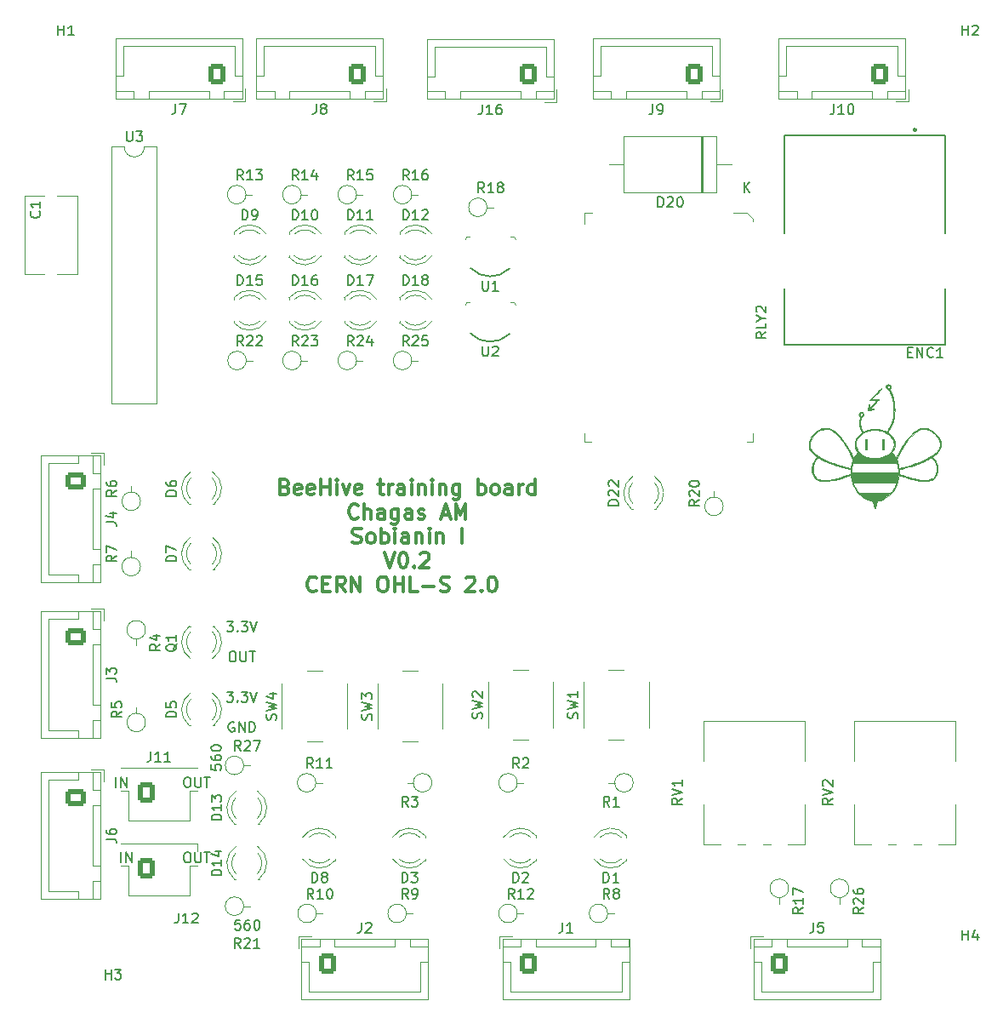
<source format=gto>
G04 #@! TF.GenerationSoftware,KiCad,Pcbnew,(6.0.1)*
G04 #@! TF.CreationDate,2023-03-10T14:23:20+00:00*
G04 #@! TF.ProjectId,training_board_v02,74726169-6e69-46e6-975f-626f6172645f,rev?*
G04 #@! TF.SameCoordinates,Original*
G04 #@! TF.FileFunction,Legend,Top*
G04 #@! TF.FilePolarity,Positive*
%FSLAX46Y46*%
G04 Gerber Fmt 4.6, Leading zero omitted, Abs format (unit mm)*
G04 Created by KiCad (PCBNEW (6.0.1)) date 2023-03-10 14:23:20*
%MOMM*%
%LPD*%
G01*
G04 APERTURE LIST*
G04 Aperture macros list*
%AMRoundRect*
0 Rectangle with rounded corners*
0 $1 Rounding radius*
0 $2 $3 $4 $5 $6 $7 $8 $9 X,Y pos of 4 corners*
0 Add a 4 corners polygon primitive as box body*
4,1,4,$2,$3,$4,$5,$6,$7,$8,$9,$2,$3,0*
0 Add four circle primitives for the rounded corners*
1,1,$1+$1,$2,$3*
1,1,$1+$1,$4,$5*
1,1,$1+$1,$6,$7*
1,1,$1+$1,$8,$9*
0 Add four rect primitives between the rounded corners*
20,1,$1+$1,$2,$3,$4,$5,0*
20,1,$1+$1,$4,$5,$6,$7,0*
20,1,$1+$1,$6,$7,$8,$9,0*
20,1,$1+$1,$8,$9,$2,$3,0*%
G04 Aperture macros list end*
%ADD10C,0.150000*%
%ADD11C,0.300000*%
%ADD12C,0.120000*%
%ADD13C,0.100000*%
%ADD14C,0.010000*%
%ADD15C,0.250000*%
%ADD16R,1.800000X1.800000*%
%ADD17C,1.800000*%
%ADD18RoundRect,0.250000X-0.600000X-0.725000X0.600000X-0.725000X0.600000X0.725000X-0.600000X0.725000X0*%
%ADD19O,1.700000X1.950000*%
%ADD20RoundRect,0.250000X-0.725000X0.600000X-0.725000X-0.600000X0.725000X-0.600000X0.725000X0.600000X0*%
%ADD21O,1.950000X1.700000*%
%ADD22C,1.400000*%
%ADD23O,1.400000X1.400000*%
%ADD24C,4.000000*%
%ADD25C,2.000000*%
%ADD26R,1.000000X1.500000*%
%ADD27O,1.000000X1.500000*%
%ADD28RoundRect,0.250000X0.600000X0.725000X-0.600000X0.725000X-0.600000X-0.725000X0.600000X-0.725000X0*%
%ADD29R,2.300000X2.300000*%
%ADD30C,2.300000*%
%ADD31R,2.400000X1.600000*%
%ADD32O,2.400000X1.600000*%
%ADD33R,2.600000X2.600000*%
%ADD34O,2.600000X2.600000*%
%ADD35RoundRect,0.250000X-0.600000X-0.750000X0.600000X-0.750000X0.600000X0.750000X-0.600000X0.750000X0*%
%ADD36O,1.700000X2.000000*%
%ADD37C,3.200000*%
%ADD38R,1.850000X1.850000*%
%ADD39C,1.850000*%
G04 APERTURE END LIST*
D10*
X59000000Y-83452380D02*
X59190476Y-83452380D01*
X59285714Y-83500000D01*
X59380952Y-83595238D01*
X59428571Y-83785714D01*
X59428571Y-84119047D01*
X59380952Y-84309523D01*
X59285714Y-84404761D01*
X59190476Y-84452380D01*
X59000000Y-84452380D01*
X58904761Y-84404761D01*
X58809523Y-84309523D01*
X58761904Y-84119047D01*
X58761904Y-83785714D01*
X58809523Y-83595238D01*
X58904761Y-83500000D01*
X59000000Y-83452380D01*
X59857142Y-83452380D02*
X59857142Y-84261904D01*
X59904761Y-84357142D01*
X59952380Y-84404761D01*
X60047619Y-84452380D01*
X60238095Y-84452380D01*
X60333333Y-84404761D01*
X60380952Y-84357142D01*
X60428571Y-84261904D01*
X60428571Y-83452380D01*
X60761904Y-83452380D02*
X61333333Y-83452380D01*
X61047619Y-84452380D02*
X61047619Y-83452380D01*
D11*
X64321428Y-67062857D02*
X64535714Y-67134285D01*
X64607142Y-67205714D01*
X64678571Y-67348571D01*
X64678571Y-67562857D01*
X64607142Y-67705714D01*
X64535714Y-67777142D01*
X64392857Y-67848571D01*
X63821428Y-67848571D01*
X63821428Y-66348571D01*
X64321428Y-66348571D01*
X64464285Y-66420000D01*
X64535714Y-66491428D01*
X64607142Y-66634285D01*
X64607142Y-66777142D01*
X64535714Y-66920000D01*
X64464285Y-66991428D01*
X64321428Y-67062857D01*
X63821428Y-67062857D01*
X65892857Y-67777142D02*
X65750000Y-67848571D01*
X65464285Y-67848571D01*
X65321428Y-67777142D01*
X65250000Y-67634285D01*
X65250000Y-67062857D01*
X65321428Y-66920000D01*
X65464285Y-66848571D01*
X65750000Y-66848571D01*
X65892857Y-66920000D01*
X65964285Y-67062857D01*
X65964285Y-67205714D01*
X65250000Y-67348571D01*
X67178571Y-67777142D02*
X67035714Y-67848571D01*
X66750000Y-67848571D01*
X66607142Y-67777142D01*
X66535714Y-67634285D01*
X66535714Y-67062857D01*
X66607142Y-66920000D01*
X66750000Y-66848571D01*
X67035714Y-66848571D01*
X67178571Y-66920000D01*
X67250000Y-67062857D01*
X67250000Y-67205714D01*
X66535714Y-67348571D01*
X67892857Y-67848571D02*
X67892857Y-66348571D01*
X67892857Y-67062857D02*
X68750000Y-67062857D01*
X68750000Y-67848571D02*
X68750000Y-66348571D01*
X69464285Y-67848571D02*
X69464285Y-66848571D01*
X69464285Y-66348571D02*
X69392857Y-66420000D01*
X69464285Y-66491428D01*
X69535714Y-66420000D01*
X69464285Y-66348571D01*
X69464285Y-66491428D01*
X70035714Y-66848571D02*
X70392857Y-67848571D01*
X70750000Y-66848571D01*
X71892857Y-67777142D02*
X71750000Y-67848571D01*
X71464285Y-67848571D01*
X71321428Y-67777142D01*
X71250000Y-67634285D01*
X71250000Y-67062857D01*
X71321428Y-66920000D01*
X71464285Y-66848571D01*
X71750000Y-66848571D01*
X71892857Y-66920000D01*
X71964285Y-67062857D01*
X71964285Y-67205714D01*
X71250000Y-67348571D01*
X73535714Y-66848571D02*
X74107142Y-66848571D01*
X73750000Y-66348571D02*
X73750000Y-67634285D01*
X73821428Y-67777142D01*
X73964285Y-67848571D01*
X74107142Y-67848571D01*
X74607142Y-67848571D02*
X74607142Y-66848571D01*
X74607142Y-67134285D02*
X74678571Y-66991428D01*
X74750000Y-66920000D01*
X74892857Y-66848571D01*
X75035714Y-66848571D01*
X76178571Y-67848571D02*
X76178571Y-67062857D01*
X76107142Y-66920000D01*
X75964285Y-66848571D01*
X75678571Y-66848571D01*
X75535714Y-66920000D01*
X76178571Y-67777142D02*
X76035714Y-67848571D01*
X75678571Y-67848571D01*
X75535714Y-67777142D01*
X75464285Y-67634285D01*
X75464285Y-67491428D01*
X75535714Y-67348571D01*
X75678571Y-67277142D01*
X76035714Y-67277142D01*
X76178571Y-67205714D01*
X76892857Y-67848571D02*
X76892857Y-66848571D01*
X76892857Y-66348571D02*
X76821428Y-66420000D01*
X76892857Y-66491428D01*
X76964285Y-66420000D01*
X76892857Y-66348571D01*
X76892857Y-66491428D01*
X77607142Y-66848571D02*
X77607142Y-67848571D01*
X77607142Y-66991428D02*
X77678571Y-66920000D01*
X77821428Y-66848571D01*
X78035714Y-66848571D01*
X78178571Y-66920000D01*
X78250000Y-67062857D01*
X78250000Y-67848571D01*
X78964285Y-67848571D02*
X78964285Y-66848571D01*
X78964285Y-66348571D02*
X78892857Y-66420000D01*
X78964285Y-66491428D01*
X79035714Y-66420000D01*
X78964285Y-66348571D01*
X78964285Y-66491428D01*
X79678571Y-66848571D02*
X79678571Y-67848571D01*
X79678571Y-66991428D02*
X79750000Y-66920000D01*
X79892857Y-66848571D01*
X80107142Y-66848571D01*
X80250000Y-66920000D01*
X80321428Y-67062857D01*
X80321428Y-67848571D01*
X81678571Y-66848571D02*
X81678571Y-68062857D01*
X81607142Y-68205714D01*
X81535714Y-68277142D01*
X81392857Y-68348571D01*
X81178571Y-68348571D01*
X81035714Y-68277142D01*
X81678571Y-67777142D02*
X81535714Y-67848571D01*
X81250000Y-67848571D01*
X81107142Y-67777142D01*
X81035714Y-67705714D01*
X80964285Y-67562857D01*
X80964285Y-67134285D01*
X81035714Y-66991428D01*
X81107142Y-66920000D01*
X81250000Y-66848571D01*
X81535714Y-66848571D01*
X81678571Y-66920000D01*
X83535714Y-67848571D02*
X83535714Y-66348571D01*
X83535714Y-66920000D02*
X83678571Y-66848571D01*
X83964285Y-66848571D01*
X84107142Y-66920000D01*
X84178571Y-66991428D01*
X84250000Y-67134285D01*
X84250000Y-67562857D01*
X84178571Y-67705714D01*
X84107142Y-67777142D01*
X83964285Y-67848571D01*
X83678571Y-67848571D01*
X83535714Y-67777142D01*
X85107142Y-67848571D02*
X84964285Y-67777142D01*
X84892857Y-67705714D01*
X84821428Y-67562857D01*
X84821428Y-67134285D01*
X84892857Y-66991428D01*
X84964285Y-66920000D01*
X85107142Y-66848571D01*
X85321428Y-66848571D01*
X85464285Y-66920000D01*
X85535714Y-66991428D01*
X85607142Y-67134285D01*
X85607142Y-67562857D01*
X85535714Y-67705714D01*
X85464285Y-67777142D01*
X85321428Y-67848571D01*
X85107142Y-67848571D01*
X86892857Y-67848571D02*
X86892857Y-67062857D01*
X86821428Y-66920000D01*
X86678571Y-66848571D01*
X86392857Y-66848571D01*
X86250000Y-66920000D01*
X86892857Y-67777142D02*
X86750000Y-67848571D01*
X86392857Y-67848571D01*
X86250000Y-67777142D01*
X86178571Y-67634285D01*
X86178571Y-67491428D01*
X86250000Y-67348571D01*
X86392857Y-67277142D01*
X86750000Y-67277142D01*
X86892857Y-67205714D01*
X87607142Y-67848571D02*
X87607142Y-66848571D01*
X87607142Y-67134285D02*
X87678571Y-66991428D01*
X87750000Y-66920000D01*
X87892857Y-66848571D01*
X88035714Y-66848571D01*
X89178571Y-67848571D02*
X89178571Y-66348571D01*
X89178571Y-67777142D02*
X89035714Y-67848571D01*
X88750000Y-67848571D01*
X88607142Y-67777142D01*
X88535714Y-67705714D01*
X88464285Y-67562857D01*
X88464285Y-67134285D01*
X88535714Y-66991428D01*
X88607142Y-66920000D01*
X88750000Y-66848571D01*
X89035714Y-66848571D01*
X89178571Y-66920000D01*
X71571428Y-70120714D02*
X71500000Y-70192142D01*
X71285714Y-70263571D01*
X71142857Y-70263571D01*
X70928571Y-70192142D01*
X70785714Y-70049285D01*
X70714285Y-69906428D01*
X70642857Y-69620714D01*
X70642857Y-69406428D01*
X70714285Y-69120714D01*
X70785714Y-68977857D01*
X70928571Y-68835000D01*
X71142857Y-68763571D01*
X71285714Y-68763571D01*
X71500000Y-68835000D01*
X71571428Y-68906428D01*
X72214285Y-70263571D02*
X72214285Y-68763571D01*
X72857142Y-70263571D02*
X72857142Y-69477857D01*
X72785714Y-69335000D01*
X72642857Y-69263571D01*
X72428571Y-69263571D01*
X72285714Y-69335000D01*
X72214285Y-69406428D01*
X74214285Y-70263571D02*
X74214285Y-69477857D01*
X74142857Y-69335000D01*
X74000000Y-69263571D01*
X73714285Y-69263571D01*
X73571428Y-69335000D01*
X74214285Y-70192142D02*
X74071428Y-70263571D01*
X73714285Y-70263571D01*
X73571428Y-70192142D01*
X73500000Y-70049285D01*
X73500000Y-69906428D01*
X73571428Y-69763571D01*
X73714285Y-69692142D01*
X74071428Y-69692142D01*
X74214285Y-69620714D01*
X75571428Y-69263571D02*
X75571428Y-70477857D01*
X75500000Y-70620714D01*
X75428571Y-70692142D01*
X75285714Y-70763571D01*
X75071428Y-70763571D01*
X74928571Y-70692142D01*
X75571428Y-70192142D02*
X75428571Y-70263571D01*
X75142857Y-70263571D01*
X75000000Y-70192142D01*
X74928571Y-70120714D01*
X74857142Y-69977857D01*
X74857142Y-69549285D01*
X74928571Y-69406428D01*
X75000000Y-69335000D01*
X75142857Y-69263571D01*
X75428571Y-69263571D01*
X75571428Y-69335000D01*
X76928571Y-70263571D02*
X76928571Y-69477857D01*
X76857142Y-69335000D01*
X76714285Y-69263571D01*
X76428571Y-69263571D01*
X76285714Y-69335000D01*
X76928571Y-70192142D02*
X76785714Y-70263571D01*
X76428571Y-70263571D01*
X76285714Y-70192142D01*
X76214285Y-70049285D01*
X76214285Y-69906428D01*
X76285714Y-69763571D01*
X76428571Y-69692142D01*
X76785714Y-69692142D01*
X76928571Y-69620714D01*
X77571428Y-70192142D02*
X77714285Y-70263571D01*
X78000000Y-70263571D01*
X78142857Y-70192142D01*
X78214285Y-70049285D01*
X78214285Y-69977857D01*
X78142857Y-69835000D01*
X78000000Y-69763571D01*
X77785714Y-69763571D01*
X77642857Y-69692142D01*
X77571428Y-69549285D01*
X77571428Y-69477857D01*
X77642857Y-69335000D01*
X77785714Y-69263571D01*
X78000000Y-69263571D01*
X78142857Y-69335000D01*
X79928571Y-69835000D02*
X80642857Y-69835000D01*
X79785714Y-70263571D02*
X80285714Y-68763571D01*
X80785714Y-70263571D01*
X81285714Y-70263571D02*
X81285714Y-68763571D01*
X81785714Y-69835000D01*
X82285714Y-68763571D01*
X82285714Y-70263571D01*
X71035714Y-72607142D02*
X71250000Y-72678571D01*
X71607142Y-72678571D01*
X71750000Y-72607142D01*
X71821428Y-72535714D01*
X71892857Y-72392857D01*
X71892857Y-72250000D01*
X71821428Y-72107142D01*
X71750000Y-72035714D01*
X71607142Y-71964285D01*
X71321428Y-71892857D01*
X71178571Y-71821428D01*
X71107142Y-71750000D01*
X71035714Y-71607142D01*
X71035714Y-71464285D01*
X71107142Y-71321428D01*
X71178571Y-71250000D01*
X71321428Y-71178571D01*
X71678571Y-71178571D01*
X71892857Y-71250000D01*
X72750000Y-72678571D02*
X72607142Y-72607142D01*
X72535714Y-72535714D01*
X72464285Y-72392857D01*
X72464285Y-71964285D01*
X72535714Y-71821428D01*
X72607142Y-71750000D01*
X72750000Y-71678571D01*
X72964285Y-71678571D01*
X73107142Y-71750000D01*
X73178571Y-71821428D01*
X73250000Y-71964285D01*
X73250000Y-72392857D01*
X73178571Y-72535714D01*
X73107142Y-72607142D01*
X72964285Y-72678571D01*
X72750000Y-72678571D01*
X73892857Y-72678571D02*
X73892857Y-71178571D01*
X73892857Y-71750000D02*
X74035714Y-71678571D01*
X74321428Y-71678571D01*
X74464285Y-71750000D01*
X74535714Y-71821428D01*
X74607142Y-71964285D01*
X74607142Y-72392857D01*
X74535714Y-72535714D01*
X74464285Y-72607142D01*
X74321428Y-72678571D01*
X74035714Y-72678571D01*
X73892857Y-72607142D01*
X75250000Y-72678571D02*
X75250000Y-71678571D01*
X75250000Y-71178571D02*
X75178571Y-71250000D01*
X75250000Y-71321428D01*
X75321428Y-71250000D01*
X75250000Y-71178571D01*
X75250000Y-71321428D01*
X76607142Y-72678571D02*
X76607142Y-71892857D01*
X76535714Y-71750000D01*
X76392857Y-71678571D01*
X76107142Y-71678571D01*
X75964285Y-71750000D01*
X76607142Y-72607142D02*
X76464285Y-72678571D01*
X76107142Y-72678571D01*
X75964285Y-72607142D01*
X75892857Y-72464285D01*
X75892857Y-72321428D01*
X75964285Y-72178571D01*
X76107142Y-72107142D01*
X76464285Y-72107142D01*
X76607142Y-72035714D01*
X77321428Y-71678571D02*
X77321428Y-72678571D01*
X77321428Y-71821428D02*
X77392857Y-71750000D01*
X77535714Y-71678571D01*
X77750000Y-71678571D01*
X77892857Y-71750000D01*
X77964285Y-71892857D01*
X77964285Y-72678571D01*
X78678571Y-72678571D02*
X78678571Y-71678571D01*
X78678571Y-71178571D02*
X78607142Y-71250000D01*
X78678571Y-71321428D01*
X78750000Y-71250000D01*
X78678571Y-71178571D01*
X78678571Y-71321428D01*
X79392857Y-71678571D02*
X79392857Y-72678571D01*
X79392857Y-71821428D02*
X79464285Y-71750000D01*
X79607142Y-71678571D01*
X79821428Y-71678571D01*
X79964285Y-71750000D01*
X80035714Y-71892857D01*
X80035714Y-72678571D01*
X81892857Y-72678571D02*
X81892857Y-71178571D01*
X74214285Y-73593571D02*
X74714285Y-75093571D01*
X75214285Y-73593571D01*
X76000000Y-73593571D02*
X76142857Y-73593571D01*
X76285714Y-73665000D01*
X76357142Y-73736428D01*
X76428571Y-73879285D01*
X76500000Y-74165000D01*
X76500000Y-74522142D01*
X76428571Y-74807857D01*
X76357142Y-74950714D01*
X76285714Y-75022142D01*
X76142857Y-75093571D01*
X76000000Y-75093571D01*
X75857142Y-75022142D01*
X75785714Y-74950714D01*
X75714285Y-74807857D01*
X75642857Y-74522142D01*
X75642857Y-74165000D01*
X75714285Y-73879285D01*
X75785714Y-73736428D01*
X75857142Y-73665000D01*
X76000000Y-73593571D01*
X77142857Y-74950714D02*
X77214285Y-75022142D01*
X77142857Y-75093571D01*
X77071428Y-75022142D01*
X77142857Y-74950714D01*
X77142857Y-75093571D01*
X77785714Y-73736428D02*
X77857142Y-73665000D01*
X78000000Y-73593571D01*
X78357142Y-73593571D01*
X78500000Y-73665000D01*
X78571428Y-73736428D01*
X78642857Y-73879285D01*
X78642857Y-74022142D01*
X78571428Y-74236428D01*
X77714285Y-75093571D01*
X78642857Y-75093571D01*
X67428571Y-77365714D02*
X67357142Y-77437142D01*
X67142857Y-77508571D01*
X67000000Y-77508571D01*
X66785714Y-77437142D01*
X66642857Y-77294285D01*
X66571428Y-77151428D01*
X66500000Y-76865714D01*
X66500000Y-76651428D01*
X66571428Y-76365714D01*
X66642857Y-76222857D01*
X66785714Y-76080000D01*
X67000000Y-76008571D01*
X67142857Y-76008571D01*
X67357142Y-76080000D01*
X67428571Y-76151428D01*
X68071428Y-76722857D02*
X68571428Y-76722857D01*
X68785714Y-77508571D02*
X68071428Y-77508571D01*
X68071428Y-76008571D01*
X68785714Y-76008571D01*
X70285714Y-77508571D02*
X69785714Y-76794285D01*
X69428571Y-77508571D02*
X69428571Y-76008571D01*
X70000000Y-76008571D01*
X70142857Y-76080000D01*
X70214285Y-76151428D01*
X70285714Y-76294285D01*
X70285714Y-76508571D01*
X70214285Y-76651428D01*
X70142857Y-76722857D01*
X70000000Y-76794285D01*
X69428571Y-76794285D01*
X70928571Y-77508571D02*
X70928571Y-76008571D01*
X71785714Y-77508571D01*
X71785714Y-76008571D01*
X73928571Y-76008571D02*
X74214285Y-76008571D01*
X74357142Y-76080000D01*
X74500000Y-76222857D01*
X74571428Y-76508571D01*
X74571428Y-77008571D01*
X74500000Y-77294285D01*
X74357142Y-77437142D01*
X74214285Y-77508571D01*
X73928571Y-77508571D01*
X73785714Y-77437142D01*
X73642857Y-77294285D01*
X73571428Y-77008571D01*
X73571428Y-76508571D01*
X73642857Y-76222857D01*
X73785714Y-76080000D01*
X73928571Y-76008571D01*
X75214285Y-77508571D02*
X75214285Y-76008571D01*
X75214285Y-76722857D02*
X76071428Y-76722857D01*
X76071428Y-77508571D02*
X76071428Y-76008571D01*
X77500000Y-77508571D02*
X76785714Y-77508571D01*
X76785714Y-76008571D01*
X78000000Y-76937142D02*
X79142857Y-76937142D01*
X79785714Y-77437142D02*
X80000000Y-77508571D01*
X80357142Y-77508571D01*
X80500000Y-77437142D01*
X80571428Y-77365714D01*
X80642857Y-77222857D01*
X80642857Y-77080000D01*
X80571428Y-76937142D01*
X80500000Y-76865714D01*
X80357142Y-76794285D01*
X80071428Y-76722857D01*
X79928571Y-76651428D01*
X79857142Y-76580000D01*
X79785714Y-76437142D01*
X79785714Y-76294285D01*
X79857142Y-76151428D01*
X79928571Y-76080000D01*
X80071428Y-76008571D01*
X80428571Y-76008571D01*
X80642857Y-76080000D01*
X82357142Y-76151428D02*
X82428571Y-76080000D01*
X82571428Y-76008571D01*
X82928571Y-76008571D01*
X83071428Y-76080000D01*
X83142857Y-76151428D01*
X83214285Y-76294285D01*
X83214285Y-76437142D01*
X83142857Y-76651428D01*
X82285714Y-77508571D01*
X83214285Y-77508571D01*
X83857142Y-77365714D02*
X83928571Y-77437142D01*
X83857142Y-77508571D01*
X83785714Y-77437142D01*
X83857142Y-77365714D01*
X83857142Y-77508571D01*
X84857142Y-76008571D02*
X85000000Y-76008571D01*
X85142857Y-76080000D01*
X85214285Y-76151428D01*
X85285714Y-76294285D01*
X85357142Y-76580000D01*
X85357142Y-76937142D01*
X85285714Y-77222857D01*
X85214285Y-77365714D01*
X85142857Y-77437142D01*
X85000000Y-77508571D01*
X84857142Y-77508571D01*
X84714285Y-77437142D01*
X84642857Y-77365714D01*
X84571428Y-77222857D01*
X84500000Y-76937142D01*
X84500000Y-76580000D01*
X84571428Y-76294285D01*
X84642857Y-76151428D01*
X84714285Y-76080000D01*
X84857142Y-76008571D01*
D10*
X58523809Y-80452380D02*
X59142857Y-80452380D01*
X58809523Y-80833333D01*
X58952380Y-80833333D01*
X59047619Y-80880952D01*
X59095238Y-80928571D01*
X59142857Y-81023809D01*
X59142857Y-81261904D01*
X59095238Y-81357142D01*
X59047619Y-81404761D01*
X58952380Y-81452380D01*
X58666666Y-81452380D01*
X58571428Y-81404761D01*
X58523809Y-81357142D01*
X59571428Y-81357142D02*
X59619047Y-81404761D01*
X59571428Y-81452380D01*
X59523809Y-81404761D01*
X59571428Y-81357142D01*
X59571428Y-81452380D01*
X59952380Y-80452380D02*
X60571428Y-80452380D01*
X60238095Y-80833333D01*
X60380952Y-80833333D01*
X60476190Y-80880952D01*
X60523809Y-80928571D01*
X60571428Y-81023809D01*
X60571428Y-81261904D01*
X60523809Y-81357142D01*
X60476190Y-81404761D01*
X60380952Y-81452380D01*
X60095238Y-81452380D01*
X60000000Y-81404761D01*
X59952380Y-81357142D01*
X60857142Y-80452380D02*
X61190476Y-81452380D01*
X61523809Y-80452380D01*
X58523809Y-87452380D02*
X59142857Y-87452380D01*
X58809523Y-87833333D01*
X58952380Y-87833333D01*
X59047619Y-87880952D01*
X59095238Y-87928571D01*
X59142857Y-88023809D01*
X59142857Y-88261904D01*
X59095238Y-88357142D01*
X59047619Y-88404761D01*
X58952380Y-88452380D01*
X58666666Y-88452380D01*
X58571428Y-88404761D01*
X58523809Y-88357142D01*
X59571428Y-88357142D02*
X59619047Y-88404761D01*
X59571428Y-88452380D01*
X59523809Y-88404761D01*
X59571428Y-88357142D01*
X59571428Y-88452380D01*
X59952380Y-87452380D02*
X60571428Y-87452380D01*
X60238095Y-87833333D01*
X60380952Y-87833333D01*
X60476190Y-87880952D01*
X60523809Y-87928571D01*
X60571428Y-88023809D01*
X60571428Y-88261904D01*
X60523809Y-88357142D01*
X60476190Y-88404761D01*
X60380952Y-88452380D01*
X60095238Y-88452380D01*
X60000000Y-88404761D01*
X59952380Y-88357142D01*
X60857142Y-87452380D02*
X61190476Y-88452380D01*
X61523809Y-87452380D01*
X59238095Y-90500000D02*
X59142857Y-90452380D01*
X59000000Y-90452380D01*
X58857142Y-90500000D01*
X58761904Y-90595238D01*
X58714285Y-90690476D01*
X58666666Y-90880952D01*
X58666666Y-91023809D01*
X58714285Y-91214285D01*
X58761904Y-91309523D01*
X58857142Y-91404761D01*
X59000000Y-91452380D01*
X59095238Y-91452380D01*
X59238095Y-91404761D01*
X59285714Y-91357142D01*
X59285714Y-91023809D01*
X59095238Y-91023809D01*
X59714285Y-91452380D02*
X59714285Y-90452380D01*
X60285714Y-91452380D01*
X60285714Y-90452380D01*
X60761904Y-91452380D02*
X60761904Y-90452380D01*
X61000000Y-90452380D01*
X61142857Y-90500000D01*
X61238095Y-90595238D01*
X61285714Y-90690476D01*
X61333333Y-90880952D01*
X61333333Y-91023809D01*
X61285714Y-91214285D01*
X61238095Y-91309523D01*
X61142857Y-91404761D01*
X61000000Y-91452380D01*
X60761904Y-91452380D01*
X95991904Y-106412380D02*
X95991904Y-105412380D01*
X96230000Y-105412380D01*
X96372857Y-105460000D01*
X96468095Y-105555238D01*
X96515714Y-105650476D01*
X96563333Y-105840952D01*
X96563333Y-105983809D01*
X96515714Y-106174285D01*
X96468095Y-106269523D01*
X96372857Y-106364761D01*
X96230000Y-106412380D01*
X95991904Y-106412380D01*
X97515714Y-106412380D02*
X96944285Y-106412380D01*
X97230000Y-106412380D02*
X97230000Y-105412380D01*
X97134761Y-105555238D01*
X97039523Y-105650476D01*
X96944285Y-105698095D01*
X75951904Y-106412380D02*
X75951904Y-105412380D01*
X76190000Y-105412380D01*
X76332857Y-105460000D01*
X76428095Y-105555238D01*
X76475714Y-105650476D01*
X76523333Y-105840952D01*
X76523333Y-105983809D01*
X76475714Y-106174285D01*
X76428095Y-106269523D01*
X76332857Y-106364761D01*
X76190000Y-106412380D01*
X75951904Y-106412380D01*
X76856666Y-105412380D02*
X77475714Y-105412380D01*
X77142380Y-105793333D01*
X77285238Y-105793333D01*
X77380476Y-105840952D01*
X77428095Y-105888571D01*
X77475714Y-105983809D01*
X77475714Y-106221904D01*
X77428095Y-106317142D01*
X77380476Y-106364761D01*
X77285238Y-106412380D01*
X76999523Y-106412380D01*
X76904285Y-106364761D01*
X76856666Y-106317142D01*
X53492380Y-89968095D02*
X52492380Y-89968095D01*
X52492380Y-89730000D01*
X52540000Y-89587142D01*
X52635238Y-89491904D01*
X52730476Y-89444285D01*
X52920952Y-89396666D01*
X53063809Y-89396666D01*
X53254285Y-89444285D01*
X53349523Y-89491904D01*
X53444761Y-89587142D01*
X53492380Y-89730000D01*
X53492380Y-89968095D01*
X52492380Y-88491904D02*
X52492380Y-88968095D01*
X52968571Y-89015714D01*
X52920952Y-88968095D01*
X52873333Y-88872857D01*
X52873333Y-88634761D01*
X52920952Y-88539523D01*
X52968571Y-88491904D01*
X53063809Y-88444285D01*
X53301904Y-88444285D01*
X53397142Y-88491904D01*
X53444761Y-88539523D01*
X53492380Y-88634761D01*
X53492380Y-88872857D01*
X53444761Y-88968095D01*
X53397142Y-89015714D01*
X53492380Y-67968095D02*
X52492380Y-67968095D01*
X52492380Y-67730000D01*
X52540000Y-67587142D01*
X52635238Y-67491904D01*
X52730476Y-67444285D01*
X52920952Y-67396666D01*
X53063809Y-67396666D01*
X53254285Y-67444285D01*
X53349523Y-67491904D01*
X53444761Y-67587142D01*
X53492380Y-67730000D01*
X53492380Y-67968095D01*
X52492380Y-66539523D02*
X52492380Y-66730000D01*
X52540000Y-66825238D01*
X52587619Y-66872857D01*
X52730476Y-66968095D01*
X52920952Y-67015714D01*
X53301904Y-67015714D01*
X53397142Y-66968095D01*
X53444761Y-66920476D01*
X53492380Y-66825238D01*
X53492380Y-66634761D01*
X53444761Y-66539523D01*
X53397142Y-66491904D01*
X53301904Y-66444285D01*
X53063809Y-66444285D01*
X52968571Y-66491904D01*
X52920952Y-66539523D01*
X52873333Y-66634761D01*
X52873333Y-66825238D01*
X52920952Y-66920476D01*
X52968571Y-66968095D01*
X53063809Y-67015714D01*
X53492380Y-74468095D02*
X52492380Y-74468095D01*
X52492380Y-74230000D01*
X52540000Y-74087142D01*
X52635238Y-73991904D01*
X52730476Y-73944285D01*
X52920952Y-73896666D01*
X53063809Y-73896666D01*
X53254285Y-73944285D01*
X53349523Y-73991904D01*
X53444761Y-74087142D01*
X53492380Y-74230000D01*
X53492380Y-74468095D01*
X52492380Y-73563333D02*
X52492380Y-72896666D01*
X53492380Y-73325238D01*
X66991904Y-106412380D02*
X66991904Y-105412380D01*
X67230000Y-105412380D01*
X67372857Y-105460000D01*
X67468095Y-105555238D01*
X67515714Y-105650476D01*
X67563333Y-105840952D01*
X67563333Y-105983809D01*
X67515714Y-106174285D01*
X67468095Y-106269523D01*
X67372857Y-106364761D01*
X67230000Y-106412380D01*
X66991904Y-106412380D01*
X68134761Y-105840952D02*
X68039523Y-105793333D01*
X67991904Y-105745714D01*
X67944285Y-105650476D01*
X67944285Y-105602857D01*
X67991904Y-105507619D01*
X68039523Y-105460000D01*
X68134761Y-105412380D01*
X68325238Y-105412380D01*
X68420476Y-105460000D01*
X68468095Y-105507619D01*
X68515714Y-105602857D01*
X68515714Y-105650476D01*
X68468095Y-105745714D01*
X68420476Y-105793333D01*
X68325238Y-105840952D01*
X68134761Y-105840952D01*
X68039523Y-105888571D01*
X67991904Y-105936190D01*
X67944285Y-106031428D01*
X67944285Y-106221904D01*
X67991904Y-106317142D01*
X68039523Y-106364761D01*
X68134761Y-106412380D01*
X68325238Y-106412380D01*
X68420476Y-106364761D01*
X68468095Y-106317142D01*
X68515714Y-106221904D01*
X68515714Y-106031428D01*
X68468095Y-105936190D01*
X68420476Y-105888571D01*
X68325238Y-105840952D01*
X60031904Y-40492380D02*
X60031904Y-39492380D01*
X60270000Y-39492380D01*
X60412857Y-39540000D01*
X60508095Y-39635238D01*
X60555714Y-39730476D01*
X60603333Y-39920952D01*
X60603333Y-40063809D01*
X60555714Y-40254285D01*
X60508095Y-40349523D01*
X60412857Y-40444761D01*
X60270000Y-40492380D01*
X60031904Y-40492380D01*
X61079523Y-40492380D02*
X61270000Y-40492380D01*
X61365238Y-40444761D01*
X61412857Y-40397142D01*
X61508095Y-40254285D01*
X61555714Y-40063809D01*
X61555714Y-39682857D01*
X61508095Y-39587619D01*
X61460476Y-39540000D01*
X61365238Y-39492380D01*
X61174761Y-39492380D01*
X61079523Y-39540000D01*
X61031904Y-39587619D01*
X60984285Y-39682857D01*
X60984285Y-39920952D01*
X61031904Y-40016190D01*
X61079523Y-40063809D01*
X61174761Y-40111428D01*
X61365238Y-40111428D01*
X61460476Y-40063809D01*
X61508095Y-40016190D01*
X61555714Y-39920952D01*
X65055714Y-40492380D02*
X65055714Y-39492380D01*
X65293809Y-39492380D01*
X65436666Y-39540000D01*
X65531904Y-39635238D01*
X65579523Y-39730476D01*
X65627142Y-39920952D01*
X65627142Y-40063809D01*
X65579523Y-40254285D01*
X65531904Y-40349523D01*
X65436666Y-40444761D01*
X65293809Y-40492380D01*
X65055714Y-40492380D01*
X66579523Y-40492380D02*
X66008095Y-40492380D01*
X66293809Y-40492380D02*
X66293809Y-39492380D01*
X66198571Y-39635238D01*
X66103333Y-39730476D01*
X66008095Y-39778095D01*
X67198571Y-39492380D02*
X67293809Y-39492380D01*
X67389047Y-39540000D01*
X67436666Y-39587619D01*
X67484285Y-39682857D01*
X67531904Y-39873333D01*
X67531904Y-40111428D01*
X67484285Y-40301904D01*
X67436666Y-40397142D01*
X67389047Y-40444761D01*
X67293809Y-40492380D01*
X67198571Y-40492380D01*
X67103333Y-40444761D01*
X67055714Y-40397142D01*
X67008095Y-40301904D01*
X66960476Y-40111428D01*
X66960476Y-39873333D01*
X67008095Y-39682857D01*
X67055714Y-39587619D01*
X67103333Y-39540000D01*
X67198571Y-39492380D01*
X70555714Y-40492380D02*
X70555714Y-39492380D01*
X70793809Y-39492380D01*
X70936666Y-39540000D01*
X71031904Y-39635238D01*
X71079523Y-39730476D01*
X71127142Y-39920952D01*
X71127142Y-40063809D01*
X71079523Y-40254285D01*
X71031904Y-40349523D01*
X70936666Y-40444761D01*
X70793809Y-40492380D01*
X70555714Y-40492380D01*
X72079523Y-40492380D02*
X71508095Y-40492380D01*
X71793809Y-40492380D02*
X71793809Y-39492380D01*
X71698571Y-39635238D01*
X71603333Y-39730476D01*
X71508095Y-39778095D01*
X73031904Y-40492380D02*
X72460476Y-40492380D01*
X72746190Y-40492380D02*
X72746190Y-39492380D01*
X72650952Y-39635238D01*
X72555714Y-39730476D01*
X72460476Y-39778095D01*
X76055714Y-40492380D02*
X76055714Y-39492380D01*
X76293809Y-39492380D01*
X76436666Y-39540000D01*
X76531904Y-39635238D01*
X76579523Y-39730476D01*
X76627142Y-39920952D01*
X76627142Y-40063809D01*
X76579523Y-40254285D01*
X76531904Y-40349523D01*
X76436666Y-40444761D01*
X76293809Y-40492380D01*
X76055714Y-40492380D01*
X77579523Y-40492380D02*
X77008095Y-40492380D01*
X77293809Y-40492380D02*
X77293809Y-39492380D01*
X77198571Y-39635238D01*
X77103333Y-39730476D01*
X77008095Y-39778095D01*
X77960476Y-39587619D02*
X78008095Y-39540000D01*
X78103333Y-39492380D01*
X78341428Y-39492380D01*
X78436666Y-39540000D01*
X78484285Y-39587619D01*
X78531904Y-39682857D01*
X78531904Y-39778095D01*
X78484285Y-39920952D01*
X77912857Y-40492380D01*
X78531904Y-40492380D01*
X57992380Y-100214285D02*
X56992380Y-100214285D01*
X56992380Y-99976190D01*
X57040000Y-99833333D01*
X57135238Y-99738095D01*
X57230476Y-99690476D01*
X57420952Y-99642857D01*
X57563809Y-99642857D01*
X57754285Y-99690476D01*
X57849523Y-99738095D01*
X57944761Y-99833333D01*
X57992380Y-99976190D01*
X57992380Y-100214285D01*
X57992380Y-98690476D02*
X57992380Y-99261904D01*
X57992380Y-98976190D02*
X56992380Y-98976190D01*
X57135238Y-99071428D01*
X57230476Y-99166666D01*
X57278095Y-99261904D01*
X56992380Y-98357142D02*
X56992380Y-97738095D01*
X57373333Y-98071428D01*
X57373333Y-97928571D01*
X57420952Y-97833333D01*
X57468571Y-97785714D01*
X57563809Y-97738095D01*
X57801904Y-97738095D01*
X57897142Y-97785714D01*
X57944761Y-97833333D01*
X57992380Y-97928571D01*
X57992380Y-98214285D01*
X57944761Y-98309523D01*
X57897142Y-98357142D01*
X57992380Y-105719285D02*
X56992380Y-105719285D01*
X56992380Y-105481190D01*
X57040000Y-105338333D01*
X57135238Y-105243095D01*
X57230476Y-105195476D01*
X57420952Y-105147857D01*
X57563809Y-105147857D01*
X57754285Y-105195476D01*
X57849523Y-105243095D01*
X57944761Y-105338333D01*
X57992380Y-105481190D01*
X57992380Y-105719285D01*
X57992380Y-104195476D02*
X57992380Y-104766904D01*
X57992380Y-104481190D02*
X56992380Y-104481190D01*
X57135238Y-104576428D01*
X57230476Y-104671666D01*
X57278095Y-104766904D01*
X57325714Y-103338333D02*
X57992380Y-103338333D01*
X56944761Y-103576428D02*
X57659047Y-103814523D01*
X57659047Y-103195476D01*
X59555714Y-46992380D02*
X59555714Y-45992380D01*
X59793809Y-45992380D01*
X59936666Y-46040000D01*
X60031904Y-46135238D01*
X60079523Y-46230476D01*
X60127142Y-46420952D01*
X60127142Y-46563809D01*
X60079523Y-46754285D01*
X60031904Y-46849523D01*
X59936666Y-46944761D01*
X59793809Y-46992380D01*
X59555714Y-46992380D01*
X61079523Y-46992380D02*
X60508095Y-46992380D01*
X60793809Y-46992380D02*
X60793809Y-45992380D01*
X60698571Y-46135238D01*
X60603333Y-46230476D01*
X60508095Y-46278095D01*
X61984285Y-45992380D02*
X61508095Y-45992380D01*
X61460476Y-46468571D01*
X61508095Y-46420952D01*
X61603333Y-46373333D01*
X61841428Y-46373333D01*
X61936666Y-46420952D01*
X61984285Y-46468571D01*
X62031904Y-46563809D01*
X62031904Y-46801904D01*
X61984285Y-46897142D01*
X61936666Y-46944761D01*
X61841428Y-46992380D01*
X61603333Y-46992380D01*
X61508095Y-46944761D01*
X61460476Y-46897142D01*
X65055714Y-46992380D02*
X65055714Y-45992380D01*
X65293809Y-45992380D01*
X65436666Y-46040000D01*
X65531904Y-46135238D01*
X65579523Y-46230476D01*
X65627142Y-46420952D01*
X65627142Y-46563809D01*
X65579523Y-46754285D01*
X65531904Y-46849523D01*
X65436666Y-46944761D01*
X65293809Y-46992380D01*
X65055714Y-46992380D01*
X66579523Y-46992380D02*
X66008095Y-46992380D01*
X66293809Y-46992380D02*
X66293809Y-45992380D01*
X66198571Y-46135238D01*
X66103333Y-46230476D01*
X66008095Y-46278095D01*
X67436666Y-45992380D02*
X67246190Y-45992380D01*
X67150952Y-46040000D01*
X67103333Y-46087619D01*
X67008095Y-46230476D01*
X66960476Y-46420952D01*
X66960476Y-46801904D01*
X67008095Y-46897142D01*
X67055714Y-46944761D01*
X67150952Y-46992380D01*
X67341428Y-46992380D01*
X67436666Y-46944761D01*
X67484285Y-46897142D01*
X67531904Y-46801904D01*
X67531904Y-46563809D01*
X67484285Y-46468571D01*
X67436666Y-46420952D01*
X67341428Y-46373333D01*
X67150952Y-46373333D01*
X67055714Y-46420952D01*
X67008095Y-46468571D01*
X66960476Y-46563809D01*
X70555714Y-46992380D02*
X70555714Y-45992380D01*
X70793809Y-45992380D01*
X70936666Y-46040000D01*
X71031904Y-46135238D01*
X71079523Y-46230476D01*
X71127142Y-46420952D01*
X71127142Y-46563809D01*
X71079523Y-46754285D01*
X71031904Y-46849523D01*
X70936666Y-46944761D01*
X70793809Y-46992380D01*
X70555714Y-46992380D01*
X72079523Y-46992380D02*
X71508095Y-46992380D01*
X71793809Y-46992380D02*
X71793809Y-45992380D01*
X71698571Y-46135238D01*
X71603333Y-46230476D01*
X71508095Y-46278095D01*
X72412857Y-45992380D02*
X73079523Y-45992380D01*
X72650952Y-46992380D01*
X76055714Y-46992380D02*
X76055714Y-45992380D01*
X76293809Y-45992380D01*
X76436666Y-46040000D01*
X76531904Y-46135238D01*
X76579523Y-46230476D01*
X76627142Y-46420952D01*
X76627142Y-46563809D01*
X76579523Y-46754285D01*
X76531904Y-46849523D01*
X76436666Y-46944761D01*
X76293809Y-46992380D01*
X76055714Y-46992380D01*
X77579523Y-46992380D02*
X77008095Y-46992380D01*
X77293809Y-46992380D02*
X77293809Y-45992380D01*
X77198571Y-46135238D01*
X77103333Y-46230476D01*
X77008095Y-46278095D01*
X78150952Y-46420952D02*
X78055714Y-46373333D01*
X78008095Y-46325714D01*
X77960476Y-46230476D01*
X77960476Y-46182857D01*
X78008095Y-46087619D01*
X78055714Y-46040000D01*
X78150952Y-45992380D01*
X78341428Y-45992380D01*
X78436666Y-46040000D01*
X78484285Y-46087619D01*
X78531904Y-46182857D01*
X78531904Y-46230476D01*
X78484285Y-46325714D01*
X78436666Y-46373333D01*
X78341428Y-46420952D01*
X78150952Y-46420952D01*
X78055714Y-46468571D01*
X78008095Y-46516190D01*
X77960476Y-46611428D01*
X77960476Y-46801904D01*
X78008095Y-46897142D01*
X78055714Y-46944761D01*
X78150952Y-46992380D01*
X78341428Y-46992380D01*
X78436666Y-46944761D01*
X78484285Y-46897142D01*
X78531904Y-46801904D01*
X78531904Y-46611428D01*
X78484285Y-46516190D01*
X78436666Y-46468571D01*
X78341428Y-46420952D01*
X91916666Y-110402380D02*
X91916666Y-111116666D01*
X91869047Y-111259523D01*
X91773809Y-111354761D01*
X91630952Y-111402380D01*
X91535714Y-111402380D01*
X92916666Y-111402380D02*
X92345238Y-111402380D01*
X92630952Y-111402380D02*
X92630952Y-110402380D01*
X92535714Y-110545238D01*
X92440476Y-110640476D01*
X92345238Y-110688095D01*
X71916666Y-110402380D02*
X71916666Y-111116666D01*
X71869047Y-111259523D01*
X71773809Y-111354761D01*
X71630952Y-111402380D01*
X71535714Y-111402380D01*
X72345238Y-110497619D02*
X72392857Y-110450000D01*
X72488095Y-110402380D01*
X72726190Y-110402380D01*
X72821428Y-110450000D01*
X72869047Y-110497619D01*
X72916666Y-110592857D01*
X72916666Y-110688095D01*
X72869047Y-110830952D01*
X72297619Y-111402380D01*
X72916666Y-111402380D01*
X46502380Y-86083333D02*
X47216666Y-86083333D01*
X47359523Y-86130952D01*
X47454761Y-86226190D01*
X47502380Y-86369047D01*
X47502380Y-86464285D01*
X46502380Y-85702380D02*
X46502380Y-85083333D01*
X46883333Y-85416666D01*
X46883333Y-85273809D01*
X46930952Y-85178571D01*
X46978571Y-85130952D01*
X47073809Y-85083333D01*
X47311904Y-85083333D01*
X47407142Y-85130952D01*
X47454761Y-85178571D01*
X47502380Y-85273809D01*
X47502380Y-85559523D01*
X47454761Y-85654761D01*
X47407142Y-85702380D01*
X46502380Y-70583333D02*
X47216666Y-70583333D01*
X47359523Y-70630952D01*
X47454761Y-70726190D01*
X47502380Y-70869047D01*
X47502380Y-70964285D01*
X46835714Y-69678571D02*
X47502380Y-69678571D01*
X46454761Y-69916666D02*
X47169047Y-70154761D01*
X47169047Y-69535714D01*
X116916666Y-110402380D02*
X116916666Y-111116666D01*
X116869047Y-111259523D01*
X116773809Y-111354761D01*
X116630952Y-111402380D01*
X116535714Y-111402380D01*
X117869047Y-110402380D02*
X117392857Y-110402380D01*
X117345238Y-110878571D01*
X117392857Y-110830952D01*
X117488095Y-110783333D01*
X117726190Y-110783333D01*
X117821428Y-110830952D01*
X117869047Y-110878571D01*
X117916666Y-110973809D01*
X117916666Y-111211904D01*
X117869047Y-111307142D01*
X117821428Y-111354761D01*
X117726190Y-111402380D01*
X117488095Y-111402380D01*
X117392857Y-111354761D01*
X117345238Y-111307142D01*
X96603333Y-98872380D02*
X96270000Y-98396190D01*
X96031904Y-98872380D02*
X96031904Y-97872380D01*
X96412857Y-97872380D01*
X96508095Y-97920000D01*
X96555714Y-97967619D01*
X96603333Y-98062857D01*
X96603333Y-98205714D01*
X96555714Y-98300952D01*
X96508095Y-98348571D01*
X96412857Y-98396190D01*
X96031904Y-98396190D01*
X97555714Y-98872380D02*
X96984285Y-98872380D01*
X97270000Y-98872380D02*
X97270000Y-97872380D01*
X97174761Y-98015238D01*
X97079523Y-98110476D01*
X96984285Y-98158095D01*
X87603333Y-95032380D02*
X87270000Y-94556190D01*
X87031904Y-95032380D02*
X87031904Y-94032380D01*
X87412857Y-94032380D01*
X87508095Y-94080000D01*
X87555714Y-94127619D01*
X87603333Y-94222857D01*
X87603333Y-94365714D01*
X87555714Y-94460952D01*
X87508095Y-94508571D01*
X87412857Y-94556190D01*
X87031904Y-94556190D01*
X87984285Y-94127619D02*
X88031904Y-94080000D01*
X88127142Y-94032380D01*
X88365238Y-94032380D01*
X88460476Y-94080000D01*
X88508095Y-94127619D01*
X88555714Y-94222857D01*
X88555714Y-94318095D01*
X88508095Y-94460952D01*
X87936666Y-95032380D01*
X88555714Y-95032380D01*
X76563333Y-98872380D02*
X76230000Y-98396190D01*
X75991904Y-98872380D02*
X75991904Y-97872380D01*
X76372857Y-97872380D01*
X76468095Y-97920000D01*
X76515714Y-97967619D01*
X76563333Y-98062857D01*
X76563333Y-98205714D01*
X76515714Y-98300952D01*
X76468095Y-98348571D01*
X76372857Y-98396190D01*
X75991904Y-98396190D01*
X76896666Y-97872380D02*
X77515714Y-97872380D01*
X77182380Y-98253333D01*
X77325238Y-98253333D01*
X77420476Y-98300952D01*
X77468095Y-98348571D01*
X77515714Y-98443809D01*
X77515714Y-98681904D01*
X77468095Y-98777142D01*
X77420476Y-98824761D01*
X77325238Y-98872380D01*
X77039523Y-98872380D01*
X76944285Y-98824761D01*
X76896666Y-98777142D01*
X51872380Y-82716666D02*
X51396190Y-83050000D01*
X51872380Y-83288095D02*
X50872380Y-83288095D01*
X50872380Y-82907142D01*
X50920000Y-82811904D01*
X50967619Y-82764285D01*
X51062857Y-82716666D01*
X51205714Y-82716666D01*
X51300952Y-82764285D01*
X51348571Y-82811904D01*
X51396190Y-82907142D01*
X51396190Y-83288095D01*
X51205714Y-81859523D02*
X51872380Y-81859523D01*
X50824761Y-82097619D02*
X51539047Y-82335714D01*
X51539047Y-81716666D01*
X48032380Y-89396666D02*
X47556190Y-89730000D01*
X48032380Y-89968095D02*
X47032380Y-89968095D01*
X47032380Y-89587142D01*
X47080000Y-89491904D01*
X47127619Y-89444285D01*
X47222857Y-89396666D01*
X47365714Y-89396666D01*
X47460952Y-89444285D01*
X47508571Y-89491904D01*
X47556190Y-89587142D01*
X47556190Y-89968095D01*
X47032380Y-88491904D02*
X47032380Y-88968095D01*
X47508571Y-89015714D01*
X47460952Y-88968095D01*
X47413333Y-88872857D01*
X47413333Y-88634761D01*
X47460952Y-88539523D01*
X47508571Y-88491904D01*
X47603809Y-88444285D01*
X47841904Y-88444285D01*
X47937142Y-88491904D01*
X47984761Y-88539523D01*
X48032380Y-88634761D01*
X48032380Y-88872857D01*
X47984761Y-88968095D01*
X47937142Y-89015714D01*
X47532380Y-67396666D02*
X47056190Y-67730000D01*
X47532380Y-67968095D02*
X46532380Y-67968095D01*
X46532380Y-67587142D01*
X46580000Y-67491904D01*
X46627619Y-67444285D01*
X46722857Y-67396666D01*
X46865714Y-67396666D01*
X46960952Y-67444285D01*
X47008571Y-67491904D01*
X47056190Y-67587142D01*
X47056190Y-67968095D01*
X46532380Y-66539523D02*
X46532380Y-66730000D01*
X46580000Y-66825238D01*
X46627619Y-66872857D01*
X46770476Y-66968095D01*
X46960952Y-67015714D01*
X47341904Y-67015714D01*
X47437142Y-66968095D01*
X47484761Y-66920476D01*
X47532380Y-66825238D01*
X47532380Y-66634761D01*
X47484761Y-66539523D01*
X47437142Y-66491904D01*
X47341904Y-66444285D01*
X47103809Y-66444285D01*
X47008571Y-66491904D01*
X46960952Y-66539523D01*
X46913333Y-66634761D01*
X46913333Y-66825238D01*
X46960952Y-66920476D01*
X47008571Y-66968095D01*
X47103809Y-67015714D01*
X47532380Y-73896666D02*
X47056190Y-74230000D01*
X47532380Y-74468095D02*
X46532380Y-74468095D01*
X46532380Y-74087142D01*
X46580000Y-73991904D01*
X46627619Y-73944285D01*
X46722857Y-73896666D01*
X46865714Y-73896666D01*
X46960952Y-73944285D01*
X47008571Y-73991904D01*
X47056190Y-74087142D01*
X47056190Y-74468095D01*
X46532380Y-73563333D02*
X46532380Y-72896666D01*
X47532380Y-73325238D01*
X96603333Y-108032380D02*
X96270000Y-107556190D01*
X96031904Y-108032380D02*
X96031904Y-107032380D01*
X96412857Y-107032380D01*
X96508095Y-107080000D01*
X96555714Y-107127619D01*
X96603333Y-107222857D01*
X96603333Y-107365714D01*
X96555714Y-107460952D01*
X96508095Y-107508571D01*
X96412857Y-107556190D01*
X96031904Y-107556190D01*
X97174761Y-107460952D02*
X97079523Y-107413333D01*
X97031904Y-107365714D01*
X96984285Y-107270476D01*
X96984285Y-107222857D01*
X97031904Y-107127619D01*
X97079523Y-107080000D01*
X97174761Y-107032380D01*
X97365238Y-107032380D01*
X97460476Y-107080000D01*
X97508095Y-107127619D01*
X97555714Y-107222857D01*
X97555714Y-107270476D01*
X97508095Y-107365714D01*
X97460476Y-107413333D01*
X97365238Y-107460952D01*
X97174761Y-107460952D01*
X97079523Y-107508571D01*
X97031904Y-107556190D01*
X96984285Y-107651428D01*
X96984285Y-107841904D01*
X97031904Y-107937142D01*
X97079523Y-107984761D01*
X97174761Y-108032380D01*
X97365238Y-108032380D01*
X97460476Y-107984761D01*
X97508095Y-107937142D01*
X97555714Y-107841904D01*
X97555714Y-107651428D01*
X97508095Y-107556190D01*
X97460476Y-107508571D01*
X97365238Y-107460952D01*
X76563333Y-108032380D02*
X76230000Y-107556190D01*
X75991904Y-108032380D02*
X75991904Y-107032380D01*
X76372857Y-107032380D01*
X76468095Y-107080000D01*
X76515714Y-107127619D01*
X76563333Y-107222857D01*
X76563333Y-107365714D01*
X76515714Y-107460952D01*
X76468095Y-107508571D01*
X76372857Y-107556190D01*
X75991904Y-107556190D01*
X77039523Y-108032380D02*
X77230000Y-108032380D01*
X77325238Y-107984761D01*
X77372857Y-107937142D01*
X77468095Y-107794285D01*
X77515714Y-107603809D01*
X77515714Y-107222857D01*
X77468095Y-107127619D01*
X77420476Y-107080000D01*
X77325238Y-107032380D01*
X77134761Y-107032380D01*
X77039523Y-107080000D01*
X76991904Y-107127619D01*
X76944285Y-107222857D01*
X76944285Y-107460952D01*
X76991904Y-107556190D01*
X77039523Y-107603809D01*
X77134761Y-107651428D01*
X77325238Y-107651428D01*
X77420476Y-107603809D01*
X77468095Y-107556190D01*
X77515714Y-107460952D01*
X67127142Y-108032380D02*
X66793809Y-107556190D01*
X66555714Y-108032380D02*
X66555714Y-107032380D01*
X66936666Y-107032380D01*
X67031904Y-107080000D01*
X67079523Y-107127619D01*
X67127142Y-107222857D01*
X67127142Y-107365714D01*
X67079523Y-107460952D01*
X67031904Y-107508571D01*
X66936666Y-107556190D01*
X66555714Y-107556190D01*
X68079523Y-108032380D02*
X67508095Y-108032380D01*
X67793809Y-108032380D02*
X67793809Y-107032380D01*
X67698571Y-107175238D01*
X67603333Y-107270476D01*
X67508095Y-107318095D01*
X68698571Y-107032380D02*
X68793809Y-107032380D01*
X68889047Y-107080000D01*
X68936666Y-107127619D01*
X68984285Y-107222857D01*
X69031904Y-107413333D01*
X69031904Y-107651428D01*
X68984285Y-107841904D01*
X68936666Y-107937142D01*
X68889047Y-107984761D01*
X68793809Y-108032380D01*
X68698571Y-108032380D01*
X68603333Y-107984761D01*
X68555714Y-107937142D01*
X68508095Y-107841904D01*
X68460476Y-107651428D01*
X68460476Y-107413333D01*
X68508095Y-107222857D01*
X68555714Y-107127619D01*
X68603333Y-107080000D01*
X68698571Y-107032380D01*
X67087142Y-95032380D02*
X66753809Y-94556190D01*
X66515714Y-95032380D02*
X66515714Y-94032380D01*
X66896666Y-94032380D01*
X66991904Y-94080000D01*
X67039523Y-94127619D01*
X67087142Y-94222857D01*
X67087142Y-94365714D01*
X67039523Y-94460952D01*
X66991904Y-94508571D01*
X66896666Y-94556190D01*
X66515714Y-94556190D01*
X68039523Y-95032380D02*
X67468095Y-95032380D01*
X67753809Y-95032380D02*
X67753809Y-94032380D01*
X67658571Y-94175238D01*
X67563333Y-94270476D01*
X67468095Y-94318095D01*
X68991904Y-95032380D02*
X68420476Y-95032380D01*
X68706190Y-95032380D02*
X68706190Y-94032380D01*
X68610952Y-94175238D01*
X68515714Y-94270476D01*
X68420476Y-94318095D01*
X87127142Y-108032380D02*
X86793809Y-107556190D01*
X86555714Y-108032380D02*
X86555714Y-107032380D01*
X86936666Y-107032380D01*
X87031904Y-107080000D01*
X87079523Y-107127619D01*
X87127142Y-107222857D01*
X87127142Y-107365714D01*
X87079523Y-107460952D01*
X87031904Y-107508571D01*
X86936666Y-107556190D01*
X86555714Y-107556190D01*
X88079523Y-108032380D02*
X87508095Y-108032380D01*
X87793809Y-108032380D02*
X87793809Y-107032380D01*
X87698571Y-107175238D01*
X87603333Y-107270476D01*
X87508095Y-107318095D01*
X88460476Y-107127619D02*
X88508095Y-107080000D01*
X88603333Y-107032380D01*
X88841428Y-107032380D01*
X88936666Y-107080000D01*
X88984285Y-107127619D01*
X89031904Y-107222857D01*
X89031904Y-107318095D01*
X88984285Y-107460952D01*
X88412857Y-108032380D01*
X89031904Y-108032380D01*
X60127142Y-36532380D02*
X59793809Y-36056190D01*
X59555714Y-36532380D02*
X59555714Y-35532380D01*
X59936666Y-35532380D01*
X60031904Y-35580000D01*
X60079523Y-35627619D01*
X60127142Y-35722857D01*
X60127142Y-35865714D01*
X60079523Y-35960952D01*
X60031904Y-36008571D01*
X59936666Y-36056190D01*
X59555714Y-36056190D01*
X61079523Y-36532380D02*
X60508095Y-36532380D01*
X60793809Y-36532380D02*
X60793809Y-35532380D01*
X60698571Y-35675238D01*
X60603333Y-35770476D01*
X60508095Y-35818095D01*
X61412857Y-35532380D02*
X62031904Y-35532380D01*
X61698571Y-35913333D01*
X61841428Y-35913333D01*
X61936666Y-35960952D01*
X61984285Y-36008571D01*
X62031904Y-36103809D01*
X62031904Y-36341904D01*
X61984285Y-36437142D01*
X61936666Y-36484761D01*
X61841428Y-36532380D01*
X61555714Y-36532380D01*
X61460476Y-36484761D01*
X61412857Y-36437142D01*
X65627142Y-36532380D02*
X65293809Y-36056190D01*
X65055714Y-36532380D02*
X65055714Y-35532380D01*
X65436666Y-35532380D01*
X65531904Y-35580000D01*
X65579523Y-35627619D01*
X65627142Y-35722857D01*
X65627142Y-35865714D01*
X65579523Y-35960952D01*
X65531904Y-36008571D01*
X65436666Y-36056190D01*
X65055714Y-36056190D01*
X66579523Y-36532380D02*
X66008095Y-36532380D01*
X66293809Y-36532380D02*
X66293809Y-35532380D01*
X66198571Y-35675238D01*
X66103333Y-35770476D01*
X66008095Y-35818095D01*
X67436666Y-35865714D02*
X67436666Y-36532380D01*
X67198571Y-35484761D02*
X66960476Y-36199047D01*
X67579523Y-36199047D01*
X71127142Y-36532380D02*
X70793809Y-36056190D01*
X70555714Y-36532380D02*
X70555714Y-35532380D01*
X70936666Y-35532380D01*
X71031904Y-35580000D01*
X71079523Y-35627619D01*
X71127142Y-35722857D01*
X71127142Y-35865714D01*
X71079523Y-35960952D01*
X71031904Y-36008571D01*
X70936666Y-36056190D01*
X70555714Y-36056190D01*
X72079523Y-36532380D02*
X71508095Y-36532380D01*
X71793809Y-36532380D02*
X71793809Y-35532380D01*
X71698571Y-35675238D01*
X71603333Y-35770476D01*
X71508095Y-35818095D01*
X72984285Y-35532380D02*
X72508095Y-35532380D01*
X72460476Y-36008571D01*
X72508095Y-35960952D01*
X72603333Y-35913333D01*
X72841428Y-35913333D01*
X72936666Y-35960952D01*
X72984285Y-36008571D01*
X73031904Y-36103809D01*
X73031904Y-36341904D01*
X72984285Y-36437142D01*
X72936666Y-36484761D01*
X72841428Y-36532380D01*
X72603333Y-36532380D01*
X72508095Y-36484761D01*
X72460476Y-36437142D01*
X76627142Y-36532380D02*
X76293809Y-36056190D01*
X76055714Y-36532380D02*
X76055714Y-35532380D01*
X76436666Y-35532380D01*
X76531904Y-35580000D01*
X76579523Y-35627619D01*
X76627142Y-35722857D01*
X76627142Y-35865714D01*
X76579523Y-35960952D01*
X76531904Y-36008571D01*
X76436666Y-36056190D01*
X76055714Y-36056190D01*
X77579523Y-36532380D02*
X77008095Y-36532380D01*
X77293809Y-36532380D02*
X77293809Y-35532380D01*
X77198571Y-35675238D01*
X77103333Y-35770476D01*
X77008095Y-35818095D01*
X78436666Y-35532380D02*
X78246190Y-35532380D01*
X78150952Y-35580000D01*
X78103333Y-35627619D01*
X78008095Y-35770476D01*
X77960476Y-35960952D01*
X77960476Y-36341904D01*
X78008095Y-36437142D01*
X78055714Y-36484761D01*
X78150952Y-36532380D01*
X78341428Y-36532380D01*
X78436666Y-36484761D01*
X78484285Y-36437142D01*
X78531904Y-36341904D01*
X78531904Y-36103809D01*
X78484285Y-36008571D01*
X78436666Y-35960952D01*
X78341428Y-35913333D01*
X78150952Y-35913333D01*
X78055714Y-35960952D01*
X78008095Y-36008571D01*
X77960476Y-36103809D01*
X115872380Y-108912857D02*
X115396190Y-109246190D01*
X115872380Y-109484285D02*
X114872380Y-109484285D01*
X114872380Y-109103333D01*
X114920000Y-109008095D01*
X114967619Y-108960476D01*
X115062857Y-108912857D01*
X115205714Y-108912857D01*
X115300952Y-108960476D01*
X115348571Y-109008095D01*
X115396190Y-109103333D01*
X115396190Y-109484285D01*
X115872380Y-107960476D02*
X115872380Y-108531904D01*
X115872380Y-108246190D02*
X114872380Y-108246190D01*
X115015238Y-108341428D01*
X115110476Y-108436666D01*
X115158095Y-108531904D01*
X114872380Y-107627142D02*
X114872380Y-106960476D01*
X115872380Y-107389047D01*
X84127142Y-37794880D02*
X83793809Y-37318690D01*
X83555714Y-37794880D02*
X83555714Y-36794880D01*
X83936666Y-36794880D01*
X84031904Y-36842500D01*
X84079523Y-36890119D01*
X84127142Y-36985357D01*
X84127142Y-37128214D01*
X84079523Y-37223452D01*
X84031904Y-37271071D01*
X83936666Y-37318690D01*
X83555714Y-37318690D01*
X85079523Y-37794880D02*
X84508095Y-37794880D01*
X84793809Y-37794880D02*
X84793809Y-36794880D01*
X84698571Y-36937738D01*
X84603333Y-37032976D01*
X84508095Y-37080595D01*
X85650952Y-37223452D02*
X85555714Y-37175833D01*
X85508095Y-37128214D01*
X85460476Y-37032976D01*
X85460476Y-36985357D01*
X85508095Y-36890119D01*
X85555714Y-36842500D01*
X85650952Y-36794880D01*
X85841428Y-36794880D01*
X85936666Y-36842500D01*
X85984285Y-36890119D01*
X86031904Y-36985357D01*
X86031904Y-37032976D01*
X85984285Y-37128214D01*
X85936666Y-37175833D01*
X85841428Y-37223452D01*
X85650952Y-37223452D01*
X85555714Y-37271071D01*
X85508095Y-37318690D01*
X85460476Y-37413928D01*
X85460476Y-37604404D01*
X85508095Y-37699642D01*
X85555714Y-37747261D01*
X85650952Y-37794880D01*
X85841428Y-37794880D01*
X85936666Y-37747261D01*
X85984285Y-37699642D01*
X86031904Y-37604404D01*
X86031904Y-37413928D01*
X85984285Y-37318690D01*
X85936666Y-37271071D01*
X85841428Y-37223452D01*
X105532380Y-68372857D02*
X105056190Y-68706190D01*
X105532380Y-68944285D02*
X104532380Y-68944285D01*
X104532380Y-68563333D01*
X104580000Y-68468095D01*
X104627619Y-68420476D01*
X104722857Y-68372857D01*
X104865714Y-68372857D01*
X104960952Y-68420476D01*
X105008571Y-68468095D01*
X105056190Y-68563333D01*
X105056190Y-68944285D01*
X104627619Y-67991904D02*
X104580000Y-67944285D01*
X104532380Y-67849047D01*
X104532380Y-67610952D01*
X104580000Y-67515714D01*
X104627619Y-67468095D01*
X104722857Y-67420476D01*
X104818095Y-67420476D01*
X104960952Y-67468095D01*
X105532380Y-68039523D01*
X105532380Y-67420476D01*
X104532380Y-66801428D02*
X104532380Y-66706190D01*
X104580000Y-66610952D01*
X104627619Y-66563333D01*
X104722857Y-66515714D01*
X104913333Y-66468095D01*
X105151428Y-66468095D01*
X105341904Y-66515714D01*
X105437142Y-66563333D01*
X105484761Y-66610952D01*
X105532380Y-66706190D01*
X105532380Y-66801428D01*
X105484761Y-66896666D01*
X105437142Y-66944285D01*
X105341904Y-66991904D01*
X105151428Y-67039523D01*
X104913333Y-67039523D01*
X104722857Y-66991904D01*
X104627619Y-66944285D01*
X104580000Y-66896666D01*
X104532380Y-66801428D01*
X59867142Y-112952380D02*
X59533809Y-112476190D01*
X59295714Y-112952380D02*
X59295714Y-111952380D01*
X59676666Y-111952380D01*
X59771904Y-112000000D01*
X59819523Y-112047619D01*
X59867142Y-112142857D01*
X59867142Y-112285714D01*
X59819523Y-112380952D01*
X59771904Y-112428571D01*
X59676666Y-112476190D01*
X59295714Y-112476190D01*
X60248095Y-112047619D02*
X60295714Y-112000000D01*
X60390952Y-111952380D01*
X60629047Y-111952380D01*
X60724285Y-112000000D01*
X60771904Y-112047619D01*
X60819523Y-112142857D01*
X60819523Y-112238095D01*
X60771904Y-112380952D01*
X60200476Y-112952380D01*
X60819523Y-112952380D01*
X61771904Y-112952380D02*
X61200476Y-112952380D01*
X61486190Y-112952380D02*
X61486190Y-111952380D01*
X61390952Y-112095238D01*
X61295714Y-112190476D01*
X61200476Y-112238095D01*
X59835714Y-110147380D02*
X59359523Y-110147380D01*
X59311904Y-110623571D01*
X59359523Y-110575952D01*
X59454761Y-110528333D01*
X59692857Y-110528333D01*
X59788095Y-110575952D01*
X59835714Y-110623571D01*
X59883333Y-110718809D01*
X59883333Y-110956904D01*
X59835714Y-111052142D01*
X59788095Y-111099761D01*
X59692857Y-111147380D01*
X59454761Y-111147380D01*
X59359523Y-111099761D01*
X59311904Y-111052142D01*
X60740476Y-110147380D02*
X60550000Y-110147380D01*
X60454761Y-110195000D01*
X60407142Y-110242619D01*
X60311904Y-110385476D01*
X60264285Y-110575952D01*
X60264285Y-110956904D01*
X60311904Y-111052142D01*
X60359523Y-111099761D01*
X60454761Y-111147380D01*
X60645238Y-111147380D01*
X60740476Y-111099761D01*
X60788095Y-111052142D01*
X60835714Y-110956904D01*
X60835714Y-110718809D01*
X60788095Y-110623571D01*
X60740476Y-110575952D01*
X60645238Y-110528333D01*
X60454761Y-110528333D01*
X60359523Y-110575952D01*
X60311904Y-110623571D01*
X60264285Y-110718809D01*
X61454761Y-110147380D02*
X61550000Y-110147380D01*
X61645238Y-110195000D01*
X61692857Y-110242619D01*
X61740476Y-110337857D01*
X61788095Y-110528333D01*
X61788095Y-110766428D01*
X61740476Y-110956904D01*
X61692857Y-111052142D01*
X61645238Y-111099761D01*
X61550000Y-111147380D01*
X61454761Y-111147380D01*
X61359523Y-111099761D01*
X61311904Y-111052142D01*
X61264285Y-110956904D01*
X61216666Y-110766428D01*
X61216666Y-110528333D01*
X61264285Y-110337857D01*
X61311904Y-110242619D01*
X61359523Y-110195000D01*
X61454761Y-110147380D01*
X60152142Y-53032380D02*
X59818809Y-52556190D01*
X59580714Y-53032380D02*
X59580714Y-52032380D01*
X59961666Y-52032380D01*
X60056904Y-52080000D01*
X60104523Y-52127619D01*
X60152142Y-52222857D01*
X60152142Y-52365714D01*
X60104523Y-52460952D01*
X60056904Y-52508571D01*
X59961666Y-52556190D01*
X59580714Y-52556190D01*
X60533095Y-52127619D02*
X60580714Y-52080000D01*
X60675952Y-52032380D01*
X60914047Y-52032380D01*
X61009285Y-52080000D01*
X61056904Y-52127619D01*
X61104523Y-52222857D01*
X61104523Y-52318095D01*
X61056904Y-52460952D01*
X60485476Y-53032380D01*
X61104523Y-53032380D01*
X61485476Y-52127619D02*
X61533095Y-52080000D01*
X61628333Y-52032380D01*
X61866428Y-52032380D01*
X61961666Y-52080000D01*
X62009285Y-52127619D01*
X62056904Y-52222857D01*
X62056904Y-52318095D01*
X62009285Y-52460952D01*
X61437857Y-53032380D01*
X62056904Y-53032380D01*
X65627142Y-53032380D02*
X65293809Y-52556190D01*
X65055714Y-53032380D02*
X65055714Y-52032380D01*
X65436666Y-52032380D01*
X65531904Y-52080000D01*
X65579523Y-52127619D01*
X65627142Y-52222857D01*
X65627142Y-52365714D01*
X65579523Y-52460952D01*
X65531904Y-52508571D01*
X65436666Y-52556190D01*
X65055714Y-52556190D01*
X66008095Y-52127619D02*
X66055714Y-52080000D01*
X66150952Y-52032380D01*
X66389047Y-52032380D01*
X66484285Y-52080000D01*
X66531904Y-52127619D01*
X66579523Y-52222857D01*
X66579523Y-52318095D01*
X66531904Y-52460952D01*
X65960476Y-53032380D01*
X66579523Y-53032380D01*
X66912857Y-52032380D02*
X67531904Y-52032380D01*
X67198571Y-52413333D01*
X67341428Y-52413333D01*
X67436666Y-52460952D01*
X67484285Y-52508571D01*
X67531904Y-52603809D01*
X67531904Y-52841904D01*
X67484285Y-52937142D01*
X67436666Y-52984761D01*
X67341428Y-53032380D01*
X67055714Y-53032380D01*
X66960476Y-52984761D01*
X66912857Y-52937142D01*
X71127142Y-53032380D02*
X70793809Y-52556190D01*
X70555714Y-53032380D02*
X70555714Y-52032380D01*
X70936666Y-52032380D01*
X71031904Y-52080000D01*
X71079523Y-52127619D01*
X71127142Y-52222857D01*
X71127142Y-52365714D01*
X71079523Y-52460952D01*
X71031904Y-52508571D01*
X70936666Y-52556190D01*
X70555714Y-52556190D01*
X71508095Y-52127619D02*
X71555714Y-52080000D01*
X71650952Y-52032380D01*
X71889047Y-52032380D01*
X71984285Y-52080000D01*
X72031904Y-52127619D01*
X72079523Y-52222857D01*
X72079523Y-52318095D01*
X72031904Y-52460952D01*
X71460476Y-53032380D01*
X72079523Y-53032380D01*
X72936666Y-52365714D02*
X72936666Y-53032380D01*
X72698571Y-51984761D02*
X72460476Y-52699047D01*
X73079523Y-52699047D01*
X76627142Y-53032380D02*
X76293809Y-52556190D01*
X76055714Y-53032380D02*
X76055714Y-52032380D01*
X76436666Y-52032380D01*
X76531904Y-52080000D01*
X76579523Y-52127619D01*
X76627142Y-52222857D01*
X76627142Y-52365714D01*
X76579523Y-52460952D01*
X76531904Y-52508571D01*
X76436666Y-52556190D01*
X76055714Y-52556190D01*
X77008095Y-52127619D02*
X77055714Y-52080000D01*
X77150952Y-52032380D01*
X77389047Y-52032380D01*
X77484285Y-52080000D01*
X77531904Y-52127619D01*
X77579523Y-52222857D01*
X77579523Y-52318095D01*
X77531904Y-52460952D01*
X76960476Y-53032380D01*
X77579523Y-53032380D01*
X78484285Y-52032380D02*
X78008095Y-52032380D01*
X77960476Y-52508571D01*
X78008095Y-52460952D01*
X78103333Y-52413333D01*
X78341428Y-52413333D01*
X78436666Y-52460952D01*
X78484285Y-52508571D01*
X78531904Y-52603809D01*
X78531904Y-52841904D01*
X78484285Y-52937142D01*
X78436666Y-52984761D01*
X78341428Y-53032380D01*
X78103333Y-53032380D01*
X78008095Y-52984761D01*
X77960476Y-52937142D01*
X103802380Y-98045238D02*
X103326190Y-98378571D01*
X103802380Y-98616666D02*
X102802380Y-98616666D01*
X102802380Y-98235714D01*
X102850000Y-98140476D01*
X102897619Y-98092857D01*
X102992857Y-98045238D01*
X103135714Y-98045238D01*
X103230952Y-98092857D01*
X103278571Y-98140476D01*
X103326190Y-98235714D01*
X103326190Y-98616666D01*
X102802380Y-97759523D02*
X103802380Y-97426190D01*
X102802380Y-97092857D01*
X103802380Y-96235714D02*
X103802380Y-96807142D01*
X103802380Y-96521428D02*
X102802380Y-96521428D01*
X102945238Y-96616666D01*
X103040476Y-96711904D01*
X103088095Y-96807142D01*
X93404761Y-90083333D02*
X93452380Y-89940476D01*
X93452380Y-89702380D01*
X93404761Y-89607142D01*
X93357142Y-89559523D01*
X93261904Y-89511904D01*
X93166666Y-89511904D01*
X93071428Y-89559523D01*
X93023809Y-89607142D01*
X92976190Y-89702380D01*
X92928571Y-89892857D01*
X92880952Y-89988095D01*
X92833333Y-90035714D01*
X92738095Y-90083333D01*
X92642857Y-90083333D01*
X92547619Y-90035714D01*
X92500000Y-89988095D01*
X92452380Y-89892857D01*
X92452380Y-89654761D01*
X92500000Y-89511904D01*
X92452380Y-89178571D02*
X93452380Y-88940476D01*
X92738095Y-88750000D01*
X93452380Y-88559523D01*
X92452380Y-88321428D01*
X93452380Y-87416666D02*
X93452380Y-87988095D01*
X93452380Y-87702380D02*
X92452380Y-87702380D01*
X92595238Y-87797619D01*
X92690476Y-87892857D01*
X92738095Y-87988095D01*
X83904761Y-90083333D02*
X83952380Y-89940476D01*
X83952380Y-89702380D01*
X83904761Y-89607142D01*
X83857142Y-89559523D01*
X83761904Y-89511904D01*
X83666666Y-89511904D01*
X83571428Y-89559523D01*
X83523809Y-89607142D01*
X83476190Y-89702380D01*
X83428571Y-89892857D01*
X83380952Y-89988095D01*
X83333333Y-90035714D01*
X83238095Y-90083333D01*
X83142857Y-90083333D01*
X83047619Y-90035714D01*
X83000000Y-89988095D01*
X82952380Y-89892857D01*
X82952380Y-89654761D01*
X83000000Y-89511904D01*
X82952380Y-89178571D02*
X83952380Y-88940476D01*
X83238095Y-88750000D01*
X83952380Y-88559523D01*
X82952380Y-88321428D01*
X83047619Y-87988095D02*
X83000000Y-87940476D01*
X82952380Y-87845238D01*
X82952380Y-87607142D01*
X83000000Y-87511904D01*
X83047619Y-87464285D01*
X83142857Y-87416666D01*
X83238095Y-87416666D01*
X83380952Y-87464285D01*
X83952380Y-88035714D01*
X83952380Y-87416666D01*
X72904761Y-90229333D02*
X72952380Y-90086476D01*
X72952380Y-89848380D01*
X72904761Y-89753142D01*
X72857142Y-89705523D01*
X72761904Y-89657904D01*
X72666666Y-89657904D01*
X72571428Y-89705523D01*
X72523809Y-89753142D01*
X72476190Y-89848380D01*
X72428571Y-90038857D01*
X72380952Y-90134095D01*
X72333333Y-90181714D01*
X72238095Y-90229333D01*
X72142857Y-90229333D01*
X72047619Y-90181714D01*
X72000000Y-90134095D01*
X71952380Y-90038857D01*
X71952380Y-89800761D01*
X72000000Y-89657904D01*
X71952380Y-89324571D02*
X72952380Y-89086476D01*
X72238095Y-88896000D01*
X72952380Y-88705523D01*
X71952380Y-88467428D01*
X71952380Y-88181714D02*
X71952380Y-87562666D01*
X72333333Y-87896000D01*
X72333333Y-87753142D01*
X72380952Y-87657904D01*
X72428571Y-87610285D01*
X72523809Y-87562666D01*
X72761904Y-87562666D01*
X72857142Y-87610285D01*
X72904761Y-87657904D01*
X72952380Y-87753142D01*
X72952380Y-88038857D01*
X72904761Y-88134095D01*
X72857142Y-88181714D01*
X63404761Y-90229333D02*
X63452380Y-90086476D01*
X63452380Y-89848380D01*
X63404761Y-89753142D01*
X63357142Y-89705523D01*
X63261904Y-89657904D01*
X63166666Y-89657904D01*
X63071428Y-89705523D01*
X63023809Y-89753142D01*
X62976190Y-89848380D01*
X62928571Y-90038857D01*
X62880952Y-90134095D01*
X62833333Y-90181714D01*
X62738095Y-90229333D01*
X62642857Y-90229333D01*
X62547619Y-90181714D01*
X62500000Y-90134095D01*
X62452380Y-90038857D01*
X62452380Y-89800761D01*
X62500000Y-89657904D01*
X62452380Y-89324571D02*
X63452380Y-89086476D01*
X62738095Y-88896000D01*
X63452380Y-88705523D01*
X62452380Y-88467428D01*
X62785714Y-87657904D02*
X63452380Y-87657904D01*
X62404761Y-87896000D02*
X63119047Y-88134095D01*
X63119047Y-87515047D01*
X83968095Y-46564880D02*
X83968095Y-47374404D01*
X84015714Y-47469642D01*
X84063333Y-47517261D01*
X84158571Y-47564880D01*
X84349047Y-47564880D01*
X84444285Y-47517261D01*
X84491904Y-47469642D01*
X84539523Y-47374404D01*
X84539523Y-46564880D01*
X85539523Y-47564880D02*
X84968095Y-47564880D01*
X85253809Y-47564880D02*
X85253809Y-46564880D01*
X85158571Y-46707738D01*
X85063333Y-46802976D01*
X84968095Y-46850595D01*
X83968095Y-53064880D02*
X83968095Y-53874404D01*
X84015714Y-53969642D01*
X84063333Y-54017261D01*
X84158571Y-54064880D01*
X84349047Y-54064880D01*
X84444285Y-54017261D01*
X84491904Y-53969642D01*
X84539523Y-53874404D01*
X84539523Y-53064880D01*
X84968095Y-53160119D02*
X85015714Y-53112500D01*
X85110952Y-53064880D01*
X85349047Y-53064880D01*
X85444285Y-53112500D01*
X85491904Y-53160119D01*
X85539523Y-53255357D01*
X85539523Y-53350595D01*
X85491904Y-53493452D01*
X84920476Y-54064880D01*
X85539523Y-54064880D01*
X83940476Y-29027380D02*
X83940476Y-29741666D01*
X83892857Y-29884523D01*
X83797619Y-29979761D01*
X83654761Y-30027380D01*
X83559523Y-30027380D01*
X84940476Y-30027380D02*
X84369047Y-30027380D01*
X84654761Y-30027380D02*
X84654761Y-29027380D01*
X84559523Y-29170238D01*
X84464285Y-29265476D01*
X84369047Y-29313095D01*
X85797619Y-29027380D02*
X85607142Y-29027380D01*
X85511904Y-29075000D01*
X85464285Y-29122619D01*
X85369047Y-29265476D01*
X85321428Y-29455952D01*
X85321428Y-29836904D01*
X85369047Y-29932142D01*
X85416666Y-29979761D01*
X85511904Y-30027380D01*
X85702380Y-30027380D01*
X85797619Y-29979761D01*
X85845238Y-29932142D01*
X85892857Y-29836904D01*
X85892857Y-29598809D01*
X85845238Y-29503571D01*
X85797619Y-29455952D01*
X85702380Y-29408333D01*
X85511904Y-29408333D01*
X85416666Y-29455952D01*
X85369047Y-29503571D01*
X85321428Y-29598809D01*
X86991904Y-106412380D02*
X86991904Y-105412380D01*
X87230000Y-105412380D01*
X87372857Y-105460000D01*
X87468095Y-105555238D01*
X87515714Y-105650476D01*
X87563333Y-105840952D01*
X87563333Y-105983809D01*
X87515714Y-106174285D01*
X87468095Y-106269523D01*
X87372857Y-106364761D01*
X87230000Y-106412380D01*
X86991904Y-106412380D01*
X87944285Y-105507619D02*
X87991904Y-105460000D01*
X88087142Y-105412380D01*
X88325238Y-105412380D01*
X88420476Y-105460000D01*
X88468095Y-105507619D01*
X88515714Y-105602857D01*
X88515714Y-105698095D01*
X88468095Y-105840952D01*
X87896666Y-106412380D01*
X88515714Y-106412380D01*
X97492380Y-68904285D02*
X96492380Y-68904285D01*
X96492380Y-68666190D01*
X96540000Y-68523333D01*
X96635238Y-68428095D01*
X96730476Y-68380476D01*
X96920952Y-68332857D01*
X97063809Y-68332857D01*
X97254285Y-68380476D01*
X97349523Y-68428095D01*
X97444761Y-68523333D01*
X97492380Y-68666190D01*
X97492380Y-68904285D01*
X96587619Y-67951904D02*
X96540000Y-67904285D01*
X96492380Y-67809047D01*
X96492380Y-67570952D01*
X96540000Y-67475714D01*
X96587619Y-67428095D01*
X96682857Y-67380476D01*
X96778095Y-67380476D01*
X96920952Y-67428095D01*
X97492380Y-67999523D01*
X97492380Y-67380476D01*
X96587619Y-66999523D02*
X96540000Y-66951904D01*
X96492380Y-66856666D01*
X96492380Y-66618571D01*
X96540000Y-66523333D01*
X96587619Y-66475714D01*
X96682857Y-66428095D01*
X96778095Y-66428095D01*
X96920952Y-66475714D01*
X97492380Y-67047142D01*
X97492380Y-66428095D01*
X53416666Y-28981380D02*
X53416666Y-29695666D01*
X53369047Y-29838523D01*
X53273809Y-29933761D01*
X53130952Y-29981380D01*
X53035714Y-29981380D01*
X53797619Y-28981380D02*
X54464285Y-28981380D01*
X54035714Y-29981380D01*
X67416666Y-28981380D02*
X67416666Y-29695666D01*
X67369047Y-29838523D01*
X67273809Y-29933761D01*
X67130952Y-29981380D01*
X67035714Y-29981380D01*
X68035714Y-29409952D02*
X67940476Y-29362333D01*
X67892857Y-29314714D01*
X67845238Y-29219476D01*
X67845238Y-29171857D01*
X67892857Y-29076619D01*
X67940476Y-29029000D01*
X68035714Y-28981380D01*
X68226190Y-28981380D01*
X68321428Y-29029000D01*
X68369047Y-29076619D01*
X68416666Y-29171857D01*
X68416666Y-29219476D01*
X68369047Y-29314714D01*
X68321428Y-29362333D01*
X68226190Y-29409952D01*
X68035714Y-29409952D01*
X67940476Y-29457571D01*
X67892857Y-29505190D01*
X67845238Y-29600428D01*
X67845238Y-29790904D01*
X67892857Y-29886142D01*
X67940476Y-29933761D01*
X68035714Y-29981380D01*
X68226190Y-29981380D01*
X68321428Y-29933761D01*
X68369047Y-29886142D01*
X68416666Y-29790904D01*
X68416666Y-29600428D01*
X68369047Y-29505190D01*
X68321428Y-29457571D01*
X68226190Y-29409952D01*
X100916666Y-29002380D02*
X100916666Y-29716666D01*
X100869047Y-29859523D01*
X100773809Y-29954761D01*
X100630952Y-30002380D01*
X100535714Y-30002380D01*
X101440476Y-30002380D02*
X101630952Y-30002380D01*
X101726190Y-29954761D01*
X101773809Y-29907142D01*
X101869047Y-29764285D01*
X101916666Y-29573809D01*
X101916666Y-29192857D01*
X101869047Y-29097619D01*
X101821428Y-29050000D01*
X101726190Y-29002380D01*
X101535714Y-29002380D01*
X101440476Y-29050000D01*
X101392857Y-29097619D01*
X101345238Y-29192857D01*
X101345238Y-29430952D01*
X101392857Y-29526190D01*
X101440476Y-29573809D01*
X101535714Y-29621428D01*
X101726190Y-29621428D01*
X101821428Y-29573809D01*
X101869047Y-29526190D01*
X101916666Y-29430952D01*
X59907142Y-93307380D02*
X59573809Y-92831190D01*
X59335714Y-93307380D02*
X59335714Y-92307380D01*
X59716666Y-92307380D01*
X59811904Y-92355000D01*
X59859523Y-92402619D01*
X59907142Y-92497857D01*
X59907142Y-92640714D01*
X59859523Y-92735952D01*
X59811904Y-92783571D01*
X59716666Y-92831190D01*
X59335714Y-92831190D01*
X60288095Y-92402619D02*
X60335714Y-92355000D01*
X60430952Y-92307380D01*
X60669047Y-92307380D01*
X60764285Y-92355000D01*
X60811904Y-92402619D01*
X60859523Y-92497857D01*
X60859523Y-92593095D01*
X60811904Y-92735952D01*
X60240476Y-93307380D01*
X60859523Y-93307380D01*
X61192857Y-92307380D02*
X61859523Y-92307380D01*
X61430952Y-93307380D01*
X56952380Y-94714285D02*
X56952380Y-95190476D01*
X57428571Y-95238095D01*
X57380952Y-95190476D01*
X57333333Y-95095238D01*
X57333333Y-94857142D01*
X57380952Y-94761904D01*
X57428571Y-94714285D01*
X57523809Y-94666666D01*
X57761904Y-94666666D01*
X57857142Y-94714285D01*
X57904761Y-94761904D01*
X57952380Y-94857142D01*
X57952380Y-95095238D01*
X57904761Y-95190476D01*
X57857142Y-95238095D01*
X56952380Y-93809523D02*
X56952380Y-94000000D01*
X57000000Y-94095238D01*
X57047619Y-94142857D01*
X57190476Y-94238095D01*
X57380952Y-94285714D01*
X57761904Y-94285714D01*
X57857142Y-94238095D01*
X57904761Y-94190476D01*
X57952380Y-94095238D01*
X57952380Y-93904761D01*
X57904761Y-93809523D01*
X57857142Y-93761904D01*
X57761904Y-93714285D01*
X57523809Y-93714285D01*
X57428571Y-93761904D01*
X57380952Y-93809523D01*
X57333333Y-93904761D01*
X57333333Y-94095238D01*
X57380952Y-94190476D01*
X57428571Y-94238095D01*
X57523809Y-94285714D01*
X56952380Y-93095238D02*
X56952380Y-93000000D01*
X57000000Y-92904761D01*
X57047619Y-92857142D01*
X57142857Y-92809523D01*
X57333333Y-92761904D01*
X57571428Y-92761904D01*
X57761904Y-92809523D01*
X57857142Y-92857142D01*
X57904761Y-92904761D01*
X57952380Y-93000000D01*
X57952380Y-93095238D01*
X57904761Y-93190476D01*
X57857142Y-93238095D01*
X57761904Y-93285714D01*
X57571428Y-93333333D01*
X57333333Y-93333333D01*
X57142857Y-93285714D01*
X57047619Y-93238095D01*
X57000000Y-93190476D01*
X56952380Y-93095238D01*
X112177380Y-51700000D02*
X111701190Y-52033333D01*
X112177380Y-52271428D02*
X111177380Y-52271428D01*
X111177380Y-51890476D01*
X111225000Y-51795238D01*
X111272619Y-51747619D01*
X111367857Y-51700000D01*
X111510714Y-51700000D01*
X111605952Y-51747619D01*
X111653571Y-51795238D01*
X111701190Y-51890476D01*
X111701190Y-52271428D01*
X112177380Y-50795238D02*
X112177380Y-51271428D01*
X111177380Y-51271428D01*
X111701190Y-50271428D02*
X112177380Y-50271428D01*
X111177380Y-50604761D02*
X111701190Y-50271428D01*
X111177380Y-49938095D01*
X111272619Y-49652380D02*
X111225000Y-49604761D01*
X111177380Y-49509523D01*
X111177380Y-49271428D01*
X111225000Y-49176190D01*
X111272619Y-49128571D01*
X111367857Y-49080952D01*
X111463095Y-49080952D01*
X111605952Y-49128571D01*
X112177380Y-49700000D01*
X112177380Y-49080952D01*
X48548095Y-31697380D02*
X48548095Y-32506904D01*
X48595714Y-32602142D01*
X48643333Y-32649761D01*
X48738571Y-32697380D01*
X48929047Y-32697380D01*
X49024285Y-32649761D01*
X49071904Y-32602142D01*
X49119523Y-32506904D01*
X49119523Y-31697380D01*
X49500476Y-31697380D02*
X50119523Y-31697380D01*
X49786190Y-32078333D01*
X49929047Y-32078333D01*
X50024285Y-32125952D01*
X50071904Y-32173571D01*
X50119523Y-32268809D01*
X50119523Y-32506904D01*
X50071904Y-32602142D01*
X50024285Y-32649761D01*
X49929047Y-32697380D01*
X49643333Y-32697380D01*
X49548095Y-32649761D01*
X49500476Y-32602142D01*
X46502380Y-102083333D02*
X47216666Y-102083333D01*
X47359523Y-102130952D01*
X47454761Y-102226190D01*
X47502380Y-102369047D01*
X47502380Y-102464285D01*
X46502380Y-101178571D02*
X46502380Y-101369047D01*
X46550000Y-101464285D01*
X46597619Y-101511904D01*
X46740476Y-101607142D01*
X46930952Y-101654761D01*
X47311904Y-101654761D01*
X47407142Y-101607142D01*
X47454761Y-101559523D01*
X47502380Y-101464285D01*
X47502380Y-101273809D01*
X47454761Y-101178571D01*
X47407142Y-101130952D01*
X47311904Y-101083333D01*
X47073809Y-101083333D01*
X46978571Y-101130952D01*
X46930952Y-101178571D01*
X46883333Y-101273809D01*
X46883333Y-101464285D01*
X46930952Y-101559523D01*
X46978571Y-101607142D01*
X47073809Y-101654761D01*
X101420714Y-39222380D02*
X101420714Y-38222380D01*
X101658809Y-38222380D01*
X101801666Y-38270000D01*
X101896904Y-38365238D01*
X101944523Y-38460476D01*
X101992142Y-38650952D01*
X101992142Y-38793809D01*
X101944523Y-38984285D01*
X101896904Y-39079523D01*
X101801666Y-39174761D01*
X101658809Y-39222380D01*
X101420714Y-39222380D01*
X102373095Y-38317619D02*
X102420714Y-38270000D01*
X102515952Y-38222380D01*
X102754047Y-38222380D01*
X102849285Y-38270000D01*
X102896904Y-38317619D01*
X102944523Y-38412857D01*
X102944523Y-38508095D01*
X102896904Y-38650952D01*
X102325476Y-39222380D01*
X102944523Y-39222380D01*
X103563571Y-38222380D02*
X103658809Y-38222380D01*
X103754047Y-38270000D01*
X103801666Y-38317619D01*
X103849285Y-38412857D01*
X103896904Y-38603333D01*
X103896904Y-38841428D01*
X103849285Y-39031904D01*
X103801666Y-39127142D01*
X103754047Y-39174761D01*
X103658809Y-39222380D01*
X103563571Y-39222380D01*
X103468333Y-39174761D01*
X103420714Y-39127142D01*
X103373095Y-39031904D01*
X103325476Y-38841428D01*
X103325476Y-38603333D01*
X103373095Y-38412857D01*
X103420714Y-38317619D01*
X103468333Y-38270000D01*
X103563571Y-38222380D01*
X109993095Y-37752380D02*
X109993095Y-36752380D01*
X110564523Y-37752380D02*
X110135952Y-37180952D01*
X110564523Y-36752380D02*
X109993095Y-37323809D01*
X118940476Y-29002380D02*
X118940476Y-29716666D01*
X118892857Y-29859523D01*
X118797619Y-29954761D01*
X118654761Y-30002380D01*
X118559523Y-30002380D01*
X119940476Y-30002380D02*
X119369047Y-30002380D01*
X119654761Y-30002380D02*
X119654761Y-29002380D01*
X119559523Y-29145238D01*
X119464285Y-29240476D01*
X119369047Y-29288095D01*
X120559523Y-29002380D02*
X120654761Y-29002380D01*
X120750000Y-29050000D01*
X120797619Y-29097619D01*
X120845238Y-29192857D01*
X120892857Y-29383333D01*
X120892857Y-29621428D01*
X120845238Y-29811904D01*
X120797619Y-29907142D01*
X120750000Y-29954761D01*
X120654761Y-30002380D01*
X120559523Y-30002380D01*
X120464285Y-29954761D01*
X120416666Y-29907142D01*
X120369047Y-29811904D01*
X120321428Y-29621428D01*
X120321428Y-29383333D01*
X120369047Y-29192857D01*
X120416666Y-29097619D01*
X120464285Y-29050000D01*
X120559523Y-29002380D01*
X39857142Y-39666666D02*
X39904761Y-39714285D01*
X39952380Y-39857142D01*
X39952380Y-39952380D01*
X39904761Y-40095238D01*
X39809523Y-40190476D01*
X39714285Y-40238095D01*
X39523809Y-40285714D01*
X39380952Y-40285714D01*
X39190476Y-40238095D01*
X39095238Y-40190476D01*
X39000000Y-40095238D01*
X38952380Y-39952380D01*
X38952380Y-39857142D01*
X39000000Y-39714285D01*
X39047619Y-39666666D01*
X39952380Y-38714285D02*
X39952380Y-39285714D01*
X39952380Y-39000000D02*
X38952380Y-39000000D01*
X39095238Y-39095238D01*
X39190476Y-39190476D01*
X39238095Y-39285714D01*
X53690476Y-109452380D02*
X53690476Y-110166666D01*
X53642857Y-110309523D01*
X53547619Y-110404761D01*
X53404761Y-110452380D01*
X53309523Y-110452380D01*
X54690476Y-110452380D02*
X54119047Y-110452380D01*
X54404761Y-110452380D02*
X54404761Y-109452380D01*
X54309523Y-109595238D01*
X54214285Y-109690476D01*
X54119047Y-109738095D01*
X55071428Y-109547619D02*
X55119047Y-109500000D01*
X55214285Y-109452380D01*
X55452380Y-109452380D01*
X55547619Y-109500000D01*
X55595238Y-109547619D01*
X55642857Y-109642857D01*
X55642857Y-109738095D01*
X55595238Y-109880952D01*
X55023809Y-110452380D01*
X55642857Y-110452380D01*
X54500000Y-103427380D02*
X54690476Y-103427380D01*
X54785714Y-103475000D01*
X54880952Y-103570238D01*
X54928571Y-103760714D01*
X54928571Y-104094047D01*
X54880952Y-104284523D01*
X54785714Y-104379761D01*
X54690476Y-104427380D01*
X54500000Y-104427380D01*
X54404761Y-104379761D01*
X54309523Y-104284523D01*
X54261904Y-104094047D01*
X54261904Y-103760714D01*
X54309523Y-103570238D01*
X54404761Y-103475000D01*
X54500000Y-103427380D01*
X55357142Y-103427380D02*
X55357142Y-104236904D01*
X55404761Y-104332142D01*
X55452380Y-104379761D01*
X55547619Y-104427380D01*
X55738095Y-104427380D01*
X55833333Y-104379761D01*
X55880952Y-104332142D01*
X55928571Y-104236904D01*
X55928571Y-103427380D01*
X56261904Y-103427380D02*
X56833333Y-103427380D01*
X56547619Y-104427380D02*
X56547619Y-103427380D01*
X47976190Y-104427380D02*
X47976190Y-103427380D01*
X48452380Y-104427380D02*
X48452380Y-103427380D01*
X49023809Y-104427380D01*
X49023809Y-103427380D01*
X53547619Y-82686725D02*
X53500000Y-82781963D01*
X53404761Y-82877201D01*
X53261904Y-83020058D01*
X53214285Y-83115296D01*
X53214285Y-83210534D01*
X53452380Y-83162915D02*
X53404761Y-83258153D01*
X53309523Y-83353391D01*
X53119047Y-83401010D01*
X52785714Y-83401010D01*
X52595238Y-83353391D01*
X52500000Y-83258153D01*
X52452380Y-83162915D01*
X52452380Y-82972439D01*
X52500000Y-82877201D01*
X52595238Y-82781963D01*
X52785714Y-82734344D01*
X53119047Y-82734344D01*
X53309523Y-82781963D01*
X53404761Y-82877201D01*
X53452380Y-82972439D01*
X53452380Y-83162915D01*
X53452380Y-81781963D02*
X53452380Y-82353391D01*
X53452380Y-82067677D02*
X52452380Y-82067677D01*
X52595238Y-82162915D01*
X52690476Y-82258153D01*
X52738095Y-82353391D01*
X131738095Y-22152380D02*
X131738095Y-21152380D01*
X131738095Y-21628571D02*
X132309523Y-21628571D01*
X132309523Y-22152380D02*
X132309523Y-21152380D01*
X132738095Y-21247619D02*
X132785714Y-21200000D01*
X132880952Y-21152380D01*
X133119047Y-21152380D01*
X133214285Y-21200000D01*
X133261904Y-21247619D01*
X133309523Y-21342857D01*
X133309523Y-21438095D01*
X133261904Y-21580952D01*
X132690476Y-22152380D01*
X133309523Y-22152380D01*
X46428095Y-116052380D02*
X46428095Y-115052380D01*
X46428095Y-115528571D02*
X46999523Y-115528571D01*
X46999523Y-116052380D02*
X46999523Y-115052380D01*
X47380476Y-115052380D02*
X47999523Y-115052380D01*
X47666190Y-115433333D01*
X47809047Y-115433333D01*
X47904285Y-115480952D01*
X47951904Y-115528571D01*
X47999523Y-115623809D01*
X47999523Y-115861904D01*
X47951904Y-115957142D01*
X47904285Y-116004761D01*
X47809047Y-116052380D01*
X47523333Y-116052380D01*
X47428095Y-116004761D01*
X47380476Y-115957142D01*
X118802380Y-98045238D02*
X118326190Y-98378571D01*
X118802380Y-98616666D02*
X117802380Y-98616666D01*
X117802380Y-98235714D01*
X117850000Y-98140476D01*
X117897619Y-98092857D01*
X117992857Y-98045238D01*
X118135714Y-98045238D01*
X118230952Y-98092857D01*
X118278571Y-98140476D01*
X118326190Y-98235714D01*
X118326190Y-98616666D01*
X117802380Y-97759523D02*
X118802380Y-97426190D01*
X117802380Y-97092857D01*
X117897619Y-96807142D02*
X117850000Y-96759523D01*
X117802380Y-96664285D01*
X117802380Y-96426190D01*
X117850000Y-96330952D01*
X117897619Y-96283333D01*
X117992857Y-96235714D01*
X118088095Y-96235714D01*
X118230952Y-96283333D01*
X118802380Y-96854761D01*
X118802380Y-96235714D01*
X131738095Y-112152380D02*
X131738095Y-111152380D01*
X131738095Y-111628571D02*
X132309523Y-111628571D01*
X132309523Y-112152380D02*
X132309523Y-111152380D01*
X133214285Y-111485714D02*
X133214285Y-112152380D01*
X132976190Y-111104761D02*
X132738095Y-111819047D01*
X133357142Y-111819047D01*
X41738095Y-22152380D02*
X41738095Y-21152380D01*
X41738095Y-21628571D02*
X42309523Y-21628571D01*
X42309523Y-22152380D02*
X42309523Y-21152380D01*
X43309523Y-22152380D02*
X42738095Y-22152380D01*
X43023809Y-22152380D02*
X43023809Y-21152380D01*
X42928571Y-21295238D01*
X42833333Y-21390476D01*
X42738095Y-21438095D01*
X50940476Y-93402380D02*
X50940476Y-94116666D01*
X50892857Y-94259523D01*
X50797619Y-94354761D01*
X50654761Y-94402380D01*
X50559523Y-94402380D01*
X51940476Y-94402380D02*
X51369047Y-94402380D01*
X51654761Y-94402380D02*
X51654761Y-93402380D01*
X51559523Y-93545238D01*
X51464285Y-93640476D01*
X51369047Y-93688095D01*
X52892857Y-94402380D02*
X52321428Y-94402380D01*
X52607142Y-94402380D02*
X52607142Y-93402380D01*
X52511904Y-93545238D01*
X52416666Y-93640476D01*
X52321428Y-93688095D01*
X54500000Y-95952380D02*
X54690476Y-95952380D01*
X54785714Y-96000000D01*
X54880952Y-96095238D01*
X54928571Y-96285714D01*
X54928571Y-96619047D01*
X54880952Y-96809523D01*
X54785714Y-96904761D01*
X54690476Y-96952380D01*
X54500000Y-96952380D01*
X54404761Y-96904761D01*
X54309523Y-96809523D01*
X54261904Y-96619047D01*
X54261904Y-96285714D01*
X54309523Y-96095238D01*
X54404761Y-96000000D01*
X54500000Y-95952380D01*
X55357142Y-95952380D02*
X55357142Y-96761904D01*
X55404761Y-96857142D01*
X55452380Y-96904761D01*
X55547619Y-96952380D01*
X55738095Y-96952380D01*
X55833333Y-96904761D01*
X55880952Y-96857142D01*
X55928571Y-96761904D01*
X55928571Y-95952380D01*
X56261904Y-95952380D02*
X56833333Y-95952380D01*
X56547619Y-96952380D02*
X56547619Y-95952380D01*
X47476190Y-96952380D02*
X47476190Y-95952380D01*
X47952380Y-96952380D02*
X47952380Y-95952380D01*
X48523809Y-96952380D01*
X48523809Y-95952380D01*
X126285833Y-53678571D02*
X126619166Y-53678571D01*
X126762023Y-54202380D02*
X126285833Y-54202380D01*
X126285833Y-53202380D01*
X126762023Y-53202380D01*
X127190595Y-54202380D02*
X127190595Y-53202380D01*
X127762023Y-54202380D01*
X127762023Y-53202380D01*
X128809642Y-54107142D02*
X128762023Y-54154761D01*
X128619166Y-54202380D01*
X128523928Y-54202380D01*
X128381071Y-54154761D01*
X128285833Y-54059523D01*
X128238214Y-53964285D01*
X128190595Y-53773809D01*
X128190595Y-53630952D01*
X128238214Y-53440476D01*
X128285833Y-53345238D01*
X128381071Y-53250000D01*
X128523928Y-53202380D01*
X128619166Y-53202380D01*
X128762023Y-53250000D01*
X128809642Y-53297619D01*
X129762023Y-54202380D02*
X129190595Y-54202380D01*
X129476309Y-54202380D02*
X129476309Y-53202380D01*
X129381071Y-53345238D01*
X129285833Y-53440476D01*
X129190595Y-53488095D01*
X121872380Y-108912857D02*
X121396190Y-109246190D01*
X121872380Y-109484285D02*
X120872380Y-109484285D01*
X120872380Y-109103333D01*
X120920000Y-109008095D01*
X120967619Y-108960476D01*
X121062857Y-108912857D01*
X121205714Y-108912857D01*
X121300952Y-108960476D01*
X121348571Y-109008095D01*
X121396190Y-109103333D01*
X121396190Y-109484285D01*
X120967619Y-108531904D02*
X120920000Y-108484285D01*
X120872380Y-108389047D01*
X120872380Y-108150952D01*
X120920000Y-108055714D01*
X120967619Y-108008095D01*
X121062857Y-107960476D01*
X121158095Y-107960476D01*
X121300952Y-108008095D01*
X121872380Y-108579523D01*
X121872380Y-107960476D01*
X120872380Y-107103333D02*
X120872380Y-107293809D01*
X120920000Y-107389047D01*
X120967619Y-107436666D01*
X121110476Y-107531904D01*
X121300952Y-107579523D01*
X121681904Y-107579523D01*
X121777142Y-107531904D01*
X121824761Y-107484285D01*
X121872380Y-107389047D01*
X121872380Y-107198571D01*
X121824761Y-107103333D01*
X121777142Y-107055714D01*
X121681904Y-107008095D01*
X121443809Y-107008095D01*
X121348571Y-107055714D01*
X121300952Y-107103333D01*
X121253333Y-107198571D01*
X121253333Y-107389047D01*
X121300952Y-107484285D01*
X121348571Y-107531904D01*
X121443809Y-107579523D01*
D12*
X98290000Y-104236000D02*
X98290000Y-104080000D01*
X98290000Y-101920000D02*
X98290000Y-101764000D01*
X95688870Y-104079837D02*
G75*
G03*
X97770961Y-104080000I1041130J1079837D01*
G01*
X97770961Y-101920000D02*
G75*
G03*
X95688870Y-101920163I-1040961J-1080000D01*
G01*
X95057665Y-104078608D02*
G75*
G03*
X98290000Y-104235516I1672335J1078609D01*
G01*
X98290000Y-101764484D02*
G75*
G03*
X95057665Y-101921392I-1560000J-1235517D01*
G01*
X78250000Y-104236000D02*
X78250000Y-104080000D01*
X78250000Y-101920000D02*
X78250000Y-101764000D01*
X78250000Y-101764484D02*
G75*
G03*
X75017665Y-101921392I-1560000J-1235517D01*
G01*
X75017665Y-104078608D02*
G75*
G03*
X78250000Y-104235516I1672335J1078609D01*
G01*
X75648870Y-104079837D02*
G75*
G03*
X77730961Y-104080000I1041130J1079837D01*
G01*
X77730961Y-101920000D02*
G75*
G03*
X75648870Y-101920163I-1040961J-1080000D01*
G01*
X57080000Y-90790000D02*
X57236000Y-90790000D01*
X54764000Y-90790000D02*
X54920000Y-90790000D01*
X54920163Y-88188870D02*
G75*
G03*
X54920000Y-90270961I1079837J-1041130D01*
G01*
X54921392Y-87557665D02*
G75*
G03*
X54764484Y-90790000I1078609J-1672335D01*
G01*
X57235516Y-90790000D02*
G75*
G03*
X57078608Y-87557665I-1235517J1560000D01*
G01*
X57080000Y-90270961D02*
G75*
G03*
X57079837Y-88188870I-1080000J1040961D01*
G01*
X57080000Y-68790000D02*
X57236000Y-68790000D01*
X54764000Y-68790000D02*
X54920000Y-68790000D01*
X54920163Y-66188870D02*
G75*
G03*
X54920000Y-68270961I1079837J-1041130D01*
G01*
X54921392Y-65557665D02*
G75*
G03*
X54764484Y-68790000I1078609J-1672335D01*
G01*
X57235516Y-68790000D02*
G75*
G03*
X57078608Y-65557665I-1235517J1560000D01*
G01*
X57080000Y-68270961D02*
G75*
G03*
X57079837Y-66188870I-1080000J1040961D01*
G01*
X54764000Y-75290000D02*
X54920000Y-75290000D01*
X57080000Y-75290000D02*
X57236000Y-75290000D01*
X54921392Y-72057665D02*
G75*
G03*
X54764484Y-75290000I1078609J-1672335D01*
G01*
X57235516Y-75290000D02*
G75*
G03*
X57078608Y-72057665I-1235517J1560000D01*
G01*
X57080000Y-74770961D02*
G75*
G03*
X57079837Y-72688870I-1080000J1040961D01*
G01*
X54920163Y-72688870D02*
G75*
G03*
X54920000Y-74770961I1079837J-1041130D01*
G01*
X69290000Y-104236000D02*
X69290000Y-104080000D01*
X69290000Y-101920000D02*
X69290000Y-101764000D01*
X68770961Y-101920000D02*
G75*
G03*
X66688870Y-101920163I-1040961J-1080000D01*
G01*
X69290000Y-101764484D02*
G75*
G03*
X66057665Y-101921392I-1560000J-1235517D01*
G01*
X66057665Y-104078608D02*
G75*
G03*
X69290000Y-104235516I1672335J1078609D01*
G01*
X66688870Y-104079837D02*
G75*
G03*
X68770961Y-104080000I1041130J1079837D01*
G01*
X59210000Y-44080000D02*
X59210000Y-44236000D01*
X59210000Y-41764000D02*
X59210000Y-41920000D01*
X59729039Y-44080000D02*
G75*
G03*
X61811130Y-44079837I1040961J1080000D01*
G01*
X59210000Y-44235516D02*
G75*
G03*
X62442335Y-44078608I1560000J1235517D01*
G01*
X62442335Y-41921392D02*
G75*
G03*
X59210000Y-41764484I-1672335J-1078609D01*
G01*
X61811130Y-41920163D02*
G75*
G03*
X59729039Y-41920000I-1041130J-1079837D01*
G01*
X64710000Y-41764000D02*
X64710000Y-41920000D01*
X64710000Y-44080000D02*
X64710000Y-44236000D01*
X64710000Y-44235516D02*
G75*
G03*
X67942335Y-44078608I1560000J1235517D01*
G01*
X67942335Y-41921392D02*
G75*
G03*
X64710000Y-41764484I-1672335J-1078609D01*
G01*
X65229039Y-44080000D02*
G75*
G03*
X67311130Y-44079837I1040961J1080000D01*
G01*
X67311130Y-41920163D02*
G75*
G03*
X65229039Y-41920000I-1041130J-1079837D01*
G01*
X70210000Y-44080000D02*
X70210000Y-44236000D01*
X70210000Y-41764000D02*
X70210000Y-41920000D01*
X70729039Y-44080000D02*
G75*
G03*
X72811130Y-44079837I1040961J1080000D01*
G01*
X72811130Y-41920163D02*
G75*
G03*
X70729039Y-41920000I-1041130J-1079837D01*
G01*
X73442335Y-41921392D02*
G75*
G03*
X70210000Y-41764484I-1672335J-1078609D01*
G01*
X70210000Y-44235516D02*
G75*
G03*
X73442335Y-44078608I1560000J1235517D01*
G01*
X75710000Y-41764000D02*
X75710000Y-41920000D01*
X75710000Y-44080000D02*
X75710000Y-44236000D01*
X78311130Y-41920163D02*
G75*
G03*
X76229039Y-41920000I-1041130J-1079837D01*
G01*
X78942335Y-41921392D02*
G75*
G03*
X75710000Y-41764484I-1672335J-1078609D01*
G01*
X75710000Y-44235516D02*
G75*
G03*
X78942335Y-44078608I1560000J1235517D01*
G01*
X76229039Y-44080000D02*
G75*
G03*
X78311130Y-44079837I1040961J1080000D01*
G01*
X61580000Y-100565000D02*
X61736000Y-100565000D01*
X59264000Y-100565000D02*
X59420000Y-100565000D01*
X61735516Y-100565000D02*
G75*
G03*
X61578608Y-97332665I-1235517J1560000D01*
G01*
X59421392Y-97332665D02*
G75*
G03*
X59264484Y-100565000I1078609J-1672335D01*
G01*
X61580000Y-100045961D02*
G75*
G03*
X61579837Y-97963870I-1080000J1040961D01*
G01*
X59420163Y-97963870D02*
G75*
G03*
X59420000Y-100045961I1079837J-1041130D01*
G01*
X59264000Y-106065000D02*
X59420000Y-106065000D01*
X61580000Y-106065000D02*
X61736000Y-106065000D01*
X61735516Y-106065000D02*
G75*
G03*
X61578608Y-102832665I-1235517J1560000D01*
G01*
X59421392Y-102832665D02*
G75*
G03*
X59264484Y-106065000I1078609J-1672335D01*
G01*
X61580000Y-105545961D02*
G75*
G03*
X61579837Y-103463870I-1080000J1040961D01*
G01*
X59420163Y-103463870D02*
G75*
G03*
X59420000Y-105545961I1079837J-1041130D01*
G01*
X59210000Y-50580000D02*
X59210000Y-50736000D01*
X59210000Y-48264000D02*
X59210000Y-48420000D01*
X62442335Y-48421392D02*
G75*
G03*
X59210000Y-48264484I-1672335J-1078609D01*
G01*
X61811130Y-48420163D02*
G75*
G03*
X59729039Y-48420000I-1041130J-1079837D01*
G01*
X59210000Y-50735516D02*
G75*
G03*
X62442335Y-50578608I1560000J1235517D01*
G01*
X59729039Y-50580000D02*
G75*
G03*
X61811130Y-50579837I1040961J1080000D01*
G01*
X64710000Y-50580000D02*
X64710000Y-50736000D01*
X64710000Y-48264000D02*
X64710000Y-48420000D01*
X67311130Y-48420163D02*
G75*
G03*
X65229039Y-48420000I-1041130J-1079837D01*
G01*
X64710000Y-50735516D02*
G75*
G03*
X67942335Y-50578608I1560000J1235517D01*
G01*
X65229039Y-50580000D02*
G75*
G03*
X67311130Y-50579837I1040961J1080000D01*
G01*
X67942335Y-48421392D02*
G75*
G03*
X64710000Y-48264484I-1672335J-1078609D01*
G01*
X70210000Y-50580000D02*
X70210000Y-50736000D01*
X70210000Y-48264000D02*
X70210000Y-48420000D01*
X70210000Y-50735516D02*
G75*
G03*
X73442335Y-50578608I1560000J1235517D01*
G01*
X70729039Y-50580000D02*
G75*
G03*
X72811130Y-50579837I1040961J1080000D01*
G01*
X73442335Y-48421392D02*
G75*
G03*
X70210000Y-48264484I-1672335J-1078609D01*
G01*
X72811130Y-48420163D02*
G75*
G03*
X70729039Y-48420000I-1041130J-1079837D01*
G01*
X75710000Y-48264000D02*
X75710000Y-48420000D01*
X75710000Y-50580000D02*
X75710000Y-50736000D01*
X76229039Y-50580000D02*
G75*
G03*
X78311130Y-50579837I1040961J1080000D01*
G01*
X78942335Y-48421392D02*
G75*
G03*
X75710000Y-48264484I-1672335J-1078609D01*
G01*
X75710000Y-50735516D02*
G75*
G03*
X78942335Y-50578608I1560000J1235517D01*
G01*
X78311130Y-48420163D02*
G75*
G03*
X76229039Y-48420000I-1041130J-1079837D01*
G01*
X85950000Y-114300000D02*
X86700000Y-114300000D01*
X96750000Y-112800000D02*
X98550000Y-112800000D01*
X89250000Y-112800000D02*
X95250000Y-112800000D01*
X85950000Y-112800000D02*
X87750000Y-112800000D01*
X96750000Y-112050000D02*
X96750000Y-112800000D01*
X97800000Y-114300000D02*
X97800000Y-117250000D01*
X95250000Y-112050000D02*
X89250000Y-112050000D01*
X85950000Y-112050000D02*
X85950000Y-112800000D01*
X85940000Y-112040000D02*
X85940000Y-118010000D01*
X86700000Y-117250000D02*
X92250000Y-117250000D01*
X98550000Y-112800000D02*
X98550000Y-112050000D01*
X85650000Y-111750000D02*
X85650000Y-113000000D01*
X98550000Y-112050000D02*
X96750000Y-112050000D01*
X85940000Y-118010000D02*
X98560000Y-118010000D01*
X98550000Y-114300000D02*
X97800000Y-114300000D01*
X87750000Y-112050000D02*
X85950000Y-112050000D01*
X89250000Y-112050000D02*
X89250000Y-112800000D01*
X86700000Y-114300000D02*
X86700000Y-117250000D01*
X97800000Y-117250000D02*
X92250000Y-117250000D01*
X87750000Y-112800000D02*
X87750000Y-112050000D01*
X95250000Y-112800000D02*
X95250000Y-112050000D01*
X98560000Y-118010000D02*
X98560000Y-112040000D01*
X98560000Y-112040000D02*
X85940000Y-112040000D01*
X86900000Y-111750000D02*
X85650000Y-111750000D01*
X67750000Y-112800000D02*
X67750000Y-112050000D01*
X69250000Y-112800000D02*
X75250000Y-112800000D01*
X77800000Y-117250000D02*
X72250000Y-117250000D01*
X75250000Y-112800000D02*
X75250000Y-112050000D01*
X66700000Y-114300000D02*
X66700000Y-117250000D01*
X75250000Y-112050000D02*
X69250000Y-112050000D01*
X78550000Y-114300000D02*
X77800000Y-114300000D01*
X77800000Y-114300000D02*
X77800000Y-117250000D01*
X65950000Y-114300000D02*
X66700000Y-114300000D01*
X65940000Y-118010000D02*
X78560000Y-118010000D01*
X78550000Y-112800000D02*
X78550000Y-112050000D01*
X65940000Y-112040000D02*
X65940000Y-118010000D01*
X78550000Y-112050000D02*
X76750000Y-112050000D01*
X78560000Y-112040000D02*
X65940000Y-112040000D01*
X67750000Y-112050000D02*
X65950000Y-112050000D01*
X65950000Y-112050000D02*
X65950000Y-112800000D01*
X65950000Y-112800000D02*
X67750000Y-112800000D01*
X76750000Y-112800000D02*
X78550000Y-112800000D01*
X78560000Y-118010000D02*
X78560000Y-112040000D01*
X69250000Y-112050000D02*
X69250000Y-112800000D01*
X66700000Y-117250000D02*
X72250000Y-117250000D01*
X65650000Y-111750000D02*
X65650000Y-113000000D01*
X66900000Y-111750000D02*
X65650000Y-111750000D01*
X76750000Y-112050000D02*
X76750000Y-112800000D01*
X45950000Y-92050000D02*
X45950000Y-90250000D01*
X45950000Y-82750000D02*
X45200000Y-82750000D01*
X45200000Y-82750000D02*
X45200000Y-88750000D01*
X43700000Y-92050000D02*
X43700000Y-91300000D01*
X46250000Y-79150000D02*
X45000000Y-79150000D01*
X45200000Y-88750000D02*
X45950000Y-88750000D01*
X39990000Y-92060000D02*
X45960000Y-92060000D01*
X45960000Y-79440000D02*
X39990000Y-79440000D01*
X45950000Y-81250000D02*
X45950000Y-79450000D01*
X45200000Y-81250000D02*
X45950000Y-81250000D01*
X43700000Y-80200000D02*
X40750000Y-80200000D01*
X45200000Y-92050000D02*
X45950000Y-92050000D01*
X45950000Y-88750000D02*
X45950000Y-82750000D01*
X45950000Y-79450000D02*
X45200000Y-79450000D01*
X45200000Y-90250000D02*
X45200000Y-92050000D01*
X43700000Y-91300000D02*
X40750000Y-91300000D01*
X46250000Y-80400000D02*
X46250000Y-79150000D01*
X40750000Y-91300000D02*
X40750000Y-85750000D01*
X45200000Y-79450000D02*
X45200000Y-81250000D01*
X39990000Y-79440000D02*
X39990000Y-92060000D01*
X45950000Y-90250000D02*
X45200000Y-90250000D01*
X43700000Y-79450000D02*
X43700000Y-80200000D01*
X40750000Y-80200000D02*
X40750000Y-85750000D01*
X45960000Y-92060000D02*
X45960000Y-79440000D01*
X40750000Y-64700000D02*
X40750000Y-70250000D01*
X45200000Y-63950000D02*
X45200000Y-65750000D01*
X43700000Y-63950000D02*
X43700000Y-64700000D01*
X45960000Y-63940000D02*
X39990000Y-63940000D01*
X43700000Y-75800000D02*
X40750000Y-75800000D01*
X45200000Y-74750000D02*
X45200000Y-76550000D01*
X45200000Y-65750000D02*
X45950000Y-65750000D01*
X45960000Y-76560000D02*
X45960000Y-63940000D01*
X40750000Y-75800000D02*
X40750000Y-70250000D01*
X45950000Y-73250000D02*
X45950000Y-67250000D01*
X45950000Y-67250000D02*
X45200000Y-67250000D01*
X45950000Y-76550000D02*
X45950000Y-74750000D01*
X45950000Y-63950000D02*
X45200000Y-63950000D01*
X39990000Y-76560000D02*
X45960000Y-76560000D01*
X45200000Y-67250000D02*
X45200000Y-73250000D01*
X45200000Y-73250000D02*
X45950000Y-73250000D01*
X46250000Y-64900000D02*
X46250000Y-63650000D01*
X43700000Y-76550000D02*
X43700000Y-75800000D01*
X39990000Y-63940000D02*
X39990000Y-76560000D01*
X43700000Y-64700000D02*
X40750000Y-64700000D01*
X45950000Y-65750000D02*
X45950000Y-63950000D01*
X45200000Y-76550000D02*
X45950000Y-76550000D01*
X46250000Y-63650000D02*
X45000000Y-63650000D01*
X45950000Y-74750000D02*
X45200000Y-74750000D01*
X122800000Y-114300000D02*
X122800000Y-117250000D01*
X123560000Y-112040000D02*
X110940000Y-112040000D01*
X110950000Y-112800000D02*
X112750000Y-112800000D01*
X111700000Y-117250000D02*
X117250000Y-117250000D01*
X112750000Y-112800000D02*
X112750000Y-112050000D01*
X110950000Y-112050000D02*
X110950000Y-112800000D01*
X123560000Y-118010000D02*
X123560000Y-112040000D01*
X114250000Y-112800000D02*
X120250000Y-112800000D01*
X123550000Y-112050000D02*
X121750000Y-112050000D01*
X110940000Y-112040000D02*
X110940000Y-118010000D01*
X112750000Y-112050000D02*
X110950000Y-112050000D01*
X121750000Y-112050000D02*
X121750000Y-112800000D01*
X120250000Y-112050000D02*
X114250000Y-112050000D01*
X121750000Y-112800000D02*
X123550000Y-112800000D01*
X110940000Y-118010000D02*
X123560000Y-118010000D01*
X123550000Y-114300000D02*
X122800000Y-114300000D01*
X110950000Y-114300000D02*
X111700000Y-114300000D01*
X122800000Y-117250000D02*
X117250000Y-117250000D01*
X120250000Y-112800000D02*
X120250000Y-112050000D01*
X111700000Y-114300000D02*
X111700000Y-117250000D01*
X114250000Y-112050000D02*
X114250000Y-112800000D01*
X123550000Y-112800000D02*
X123550000Y-112050000D01*
X111900000Y-111750000D02*
X110650000Y-111750000D01*
X110650000Y-111750000D02*
X110650000Y-113000000D01*
X97120000Y-96500000D02*
X96500000Y-96500000D01*
X98960000Y-96500000D02*
G75*
G03*
X98960000Y-96500000I-920000J0D01*
G01*
X87420000Y-96500000D02*
X88040000Y-96500000D01*
X87420000Y-96500000D02*
G75*
G03*
X87420000Y-96500000I-920000J0D01*
G01*
X77080000Y-96500000D02*
X76460000Y-96500000D01*
X78920000Y-96500000D02*
G75*
G03*
X78920000Y-96500000I-920000J0D01*
G01*
X49500000Y-82200000D02*
X49500000Y-82820000D01*
X50420000Y-81280000D02*
G75*
G03*
X50420000Y-81280000I-920000J0D01*
G01*
X49500000Y-89580000D02*
X49500000Y-88960000D01*
X50420000Y-90500000D02*
G75*
G03*
X50420000Y-90500000I-920000J0D01*
G01*
X49000000Y-67580000D02*
X49000000Y-66960000D01*
X49920000Y-68500000D02*
G75*
G03*
X49920000Y-68500000I-920000J0D01*
G01*
X49000000Y-74080000D02*
X49000000Y-73460000D01*
X49920000Y-75000000D02*
G75*
G03*
X49920000Y-75000000I-920000J0D01*
G01*
X96420000Y-109500000D02*
X97040000Y-109500000D01*
X96420000Y-109500000D02*
G75*
G03*
X96420000Y-109500000I-920000J0D01*
G01*
X76380000Y-109500000D02*
X77000000Y-109500000D01*
X76380000Y-109500000D02*
G75*
G03*
X76380000Y-109500000I-920000J0D01*
G01*
X67420000Y-109500000D02*
X68040000Y-109500000D01*
X67420000Y-109500000D02*
G75*
G03*
X67420000Y-109500000I-920000J0D01*
G01*
X67380000Y-96500000D02*
X68000000Y-96500000D01*
X67380000Y-96500000D02*
G75*
G03*
X67380000Y-96500000I-920000J0D01*
G01*
X87420000Y-109500000D02*
X88040000Y-109500000D01*
X87420000Y-109500000D02*
G75*
G03*
X87420000Y-109500000I-920000J0D01*
G01*
X60420000Y-38000000D02*
X61040000Y-38000000D01*
X60420000Y-38000000D02*
G75*
G03*
X60420000Y-38000000I-920000J0D01*
G01*
X65920000Y-38000000D02*
X66540000Y-38000000D01*
X65920000Y-38000000D02*
G75*
G03*
X65920000Y-38000000I-920000J0D01*
G01*
X71420000Y-38000000D02*
X72040000Y-38000000D01*
X71420000Y-38000000D02*
G75*
G03*
X71420000Y-38000000I-920000J0D01*
G01*
X76920000Y-38000000D02*
X77540000Y-38000000D01*
X76920000Y-38000000D02*
G75*
G03*
X76920000Y-38000000I-920000J0D01*
G01*
X113500000Y-107920000D02*
X113500000Y-108540000D01*
X114420000Y-107000000D02*
G75*
G03*
X114420000Y-107000000I-920000J0D01*
G01*
X84420000Y-39262500D02*
X85040000Y-39262500D01*
X84420000Y-39262500D02*
G75*
G03*
X84420000Y-39262500I-920000J0D01*
G01*
X107000000Y-68080000D02*
X107000000Y-67460000D01*
X107920000Y-69000000D02*
G75*
G03*
X107920000Y-69000000I-920000J0D01*
G01*
X60200000Y-108775000D02*
X60820000Y-108775000D01*
X60200000Y-108775000D02*
G75*
G03*
X60200000Y-108775000I-920000J0D01*
G01*
X60445000Y-54500000D02*
X61065000Y-54500000D01*
X60445000Y-54500000D02*
G75*
G03*
X60445000Y-54500000I-920000J0D01*
G01*
X65920000Y-54500000D02*
X66540000Y-54500000D01*
X65920000Y-54500000D02*
G75*
G03*
X65920000Y-54500000I-920000J0D01*
G01*
X71420000Y-54500000D02*
X72040000Y-54500000D01*
X71420000Y-54500000D02*
G75*
G03*
X71420000Y-54500000I-920000J0D01*
G01*
X76920000Y-54500000D02*
X77540000Y-54500000D01*
X76920000Y-54500000D02*
G75*
G03*
X76920000Y-54500000I-920000J0D01*
G01*
X116020000Y-94316000D02*
X116020000Y-90380000D01*
X105979000Y-102620000D02*
X107629000Y-102620000D01*
X111871000Y-102620000D02*
X112630000Y-102620000D01*
X105979000Y-90380000D02*
X116020000Y-90380000D01*
X105979000Y-102620000D02*
X105979000Y-98683000D01*
X114370000Y-102620000D02*
X116020000Y-102620000D01*
X116020000Y-102620000D02*
X116020000Y-98683000D01*
X105979000Y-94316000D02*
X105979000Y-90380000D01*
X109371000Y-102620000D02*
X110130000Y-102620000D01*
X96500000Y-92250000D02*
X98000000Y-92250000D01*
X94000000Y-86500000D02*
X94000000Y-91000000D01*
X100500000Y-91000000D02*
X100500000Y-86500000D01*
X98000000Y-85250000D02*
X96500000Y-85250000D01*
X91000000Y-91000000D02*
X91000000Y-86500000D01*
X87000000Y-92250000D02*
X88500000Y-92250000D01*
X88500000Y-85250000D02*
X87000000Y-85250000D01*
X84500000Y-86500000D02*
X84500000Y-91000000D01*
X73500000Y-86646000D02*
X73500000Y-91146000D01*
X80000000Y-91146000D02*
X80000000Y-86646000D01*
X76000000Y-92396000D02*
X77500000Y-92396000D01*
X77500000Y-85396000D02*
X76000000Y-85396000D01*
X66500000Y-92396000D02*
X68000000Y-92396000D01*
X68000000Y-85396000D02*
X66500000Y-85396000D01*
X64000000Y-86646000D02*
X64000000Y-91146000D01*
X70500000Y-91146000D02*
X70500000Y-86646000D01*
D13*
X87080000Y-42162500D02*
X87230000Y-42462500D01*
X82380000Y-42162500D02*
X82230000Y-42462500D01*
X82380000Y-42162500D02*
X82680000Y-42162500D01*
X86780000Y-42162500D02*
X87080000Y-42162500D01*
D10*
X82780000Y-45312500D02*
G75*
G03*
X86630000Y-45362500I1950000J1900000D01*
G01*
D13*
X87080000Y-48662500D02*
X87230000Y-48962500D01*
X82380000Y-48662500D02*
X82230000Y-48962500D01*
X86780000Y-48662500D02*
X87080000Y-48662500D01*
X82380000Y-48662500D02*
X82680000Y-48662500D01*
D10*
X82780000Y-51812500D02*
G75*
G03*
X86630000Y-51862500I1950000J1900000D01*
G01*
D12*
X91060000Y-28485000D02*
X91060000Y-22515000D01*
X91050000Y-27725000D02*
X89250000Y-27725000D01*
X78450000Y-26225000D02*
X79200000Y-26225000D01*
X80250000Y-28475000D02*
X80250000Y-27725000D01*
X87750000Y-28475000D02*
X87750000Y-27725000D01*
X91050000Y-26225000D02*
X90300000Y-26225000D01*
X91060000Y-22515000D02*
X78440000Y-22515000D01*
X80250000Y-27725000D02*
X78450000Y-27725000D01*
X78440000Y-28485000D02*
X91060000Y-28485000D01*
X78440000Y-22515000D02*
X78440000Y-28485000D01*
X78450000Y-27725000D02*
X78450000Y-28475000D01*
X79200000Y-23275000D02*
X84750000Y-23275000D01*
X79200000Y-26225000D02*
X79200000Y-23275000D01*
X89250000Y-28475000D02*
X91050000Y-28475000D01*
X78450000Y-28475000D02*
X80250000Y-28475000D01*
X90300000Y-26225000D02*
X90300000Y-23275000D01*
X89250000Y-27725000D02*
X89250000Y-28475000D01*
X91350000Y-28775000D02*
X91350000Y-27525000D01*
X90300000Y-23275000D02*
X84750000Y-23275000D01*
X87750000Y-27725000D02*
X81750000Y-27725000D01*
X81750000Y-27725000D02*
X81750000Y-28475000D01*
X90100000Y-28775000D02*
X91350000Y-28775000D01*
X91050000Y-28475000D02*
X91050000Y-27725000D01*
X81750000Y-28475000D02*
X87750000Y-28475000D01*
X89290000Y-104236000D02*
X89290000Y-104080000D01*
X89290000Y-101920000D02*
X89290000Y-101764000D01*
X89290000Y-101764484D02*
G75*
G03*
X86057665Y-101921392I-1560000J-1235517D01*
G01*
X88770961Y-101920000D02*
G75*
G03*
X86688870Y-101920163I-1040961J-1080000D01*
G01*
X86688870Y-104079837D02*
G75*
G03*
X88770961Y-104080000I1041130J1079837D01*
G01*
X86057665Y-104078608D02*
G75*
G03*
X89290000Y-104235516I1672335J1078609D01*
G01*
X98764000Y-69250000D02*
X98920000Y-69250000D01*
X101080000Y-69250000D02*
X101236000Y-69250000D01*
X98921392Y-66017665D02*
G75*
G03*
X98764484Y-69250000I1078609J-1672335D01*
G01*
X98920163Y-66648870D02*
G75*
G03*
X98920000Y-68730961I1079837J-1041130D01*
G01*
X101235516Y-69250000D02*
G75*
G03*
X101078608Y-66017665I-1235517J1560000D01*
G01*
X101080000Y-68730961D02*
G75*
G03*
X101079837Y-66648870I-1080000J1040961D01*
G01*
X56750000Y-28429000D02*
X56750000Y-27679000D01*
X60060000Y-28439000D02*
X60060000Y-22469000D01*
X60050000Y-28429000D02*
X60050000Y-27679000D01*
X59100000Y-28729000D02*
X60350000Y-28729000D01*
X60350000Y-28729000D02*
X60350000Y-27479000D01*
X47440000Y-28439000D02*
X60060000Y-28439000D01*
X59300000Y-26179000D02*
X59300000Y-23229000D01*
X60060000Y-22469000D02*
X47440000Y-22469000D01*
X48200000Y-26179000D02*
X48200000Y-23229000D01*
X47450000Y-28429000D02*
X49250000Y-28429000D01*
X49250000Y-28429000D02*
X49250000Y-27679000D01*
X47440000Y-22469000D02*
X47440000Y-28439000D01*
X50750000Y-28429000D02*
X56750000Y-28429000D01*
X58250000Y-28429000D02*
X60050000Y-28429000D01*
X50750000Y-27679000D02*
X50750000Y-28429000D01*
X48200000Y-23229000D02*
X53750000Y-23229000D01*
X47450000Y-27679000D02*
X47450000Y-28429000D01*
X60050000Y-26179000D02*
X59300000Y-26179000D01*
X60050000Y-27679000D02*
X58250000Y-27679000D01*
X56750000Y-27679000D02*
X50750000Y-27679000D01*
X47450000Y-26179000D02*
X48200000Y-26179000D01*
X49250000Y-27679000D02*
X47450000Y-27679000D01*
X59300000Y-23229000D02*
X53750000Y-23229000D01*
X58250000Y-27679000D02*
X58250000Y-28429000D01*
X74060000Y-22469000D02*
X61440000Y-22469000D01*
X63250000Y-27679000D02*
X61450000Y-27679000D01*
X70750000Y-28429000D02*
X70750000Y-27679000D01*
X74050000Y-28429000D02*
X74050000Y-27679000D01*
X72250000Y-28429000D02*
X74050000Y-28429000D01*
X63250000Y-28429000D02*
X63250000Y-27679000D01*
X74050000Y-27679000D02*
X72250000Y-27679000D01*
X73300000Y-26179000D02*
X73300000Y-23229000D01*
X62200000Y-26179000D02*
X62200000Y-23229000D01*
X72250000Y-27679000D02*
X72250000Y-28429000D01*
X61440000Y-22469000D02*
X61440000Y-28439000D01*
X61440000Y-28439000D02*
X74060000Y-28439000D01*
X73100000Y-28729000D02*
X74350000Y-28729000D01*
X61450000Y-27679000D02*
X61450000Y-28429000D01*
X74050000Y-26179000D02*
X73300000Y-26179000D01*
X64750000Y-27679000D02*
X64750000Y-28429000D01*
X74060000Y-28439000D02*
X74060000Y-22469000D01*
X74350000Y-28729000D02*
X74350000Y-27479000D01*
X62200000Y-23229000D02*
X67750000Y-23229000D01*
X70750000Y-27679000D02*
X64750000Y-27679000D01*
X61450000Y-26179000D02*
X62200000Y-26179000D01*
X61450000Y-28429000D02*
X63250000Y-28429000D01*
X64750000Y-28429000D02*
X70750000Y-28429000D01*
X73300000Y-23229000D02*
X67750000Y-23229000D01*
X98250000Y-28450000D02*
X104250000Y-28450000D01*
X107560000Y-22490000D02*
X94940000Y-22490000D01*
X98250000Y-27700000D02*
X98250000Y-28450000D01*
X107850000Y-28750000D02*
X107850000Y-27500000D01*
X94950000Y-27700000D02*
X94950000Y-28450000D01*
X104250000Y-28450000D02*
X104250000Y-27700000D01*
X107550000Y-27700000D02*
X105750000Y-27700000D01*
X95700000Y-26200000D02*
X95700000Y-23250000D01*
X94940000Y-28460000D02*
X107560000Y-28460000D01*
X94950000Y-26200000D02*
X95700000Y-26200000D01*
X94940000Y-22490000D02*
X94940000Y-28460000D01*
X106800000Y-26200000D02*
X106800000Y-23250000D01*
X94950000Y-28450000D02*
X96750000Y-28450000D01*
X95700000Y-23250000D02*
X101250000Y-23250000D01*
X96750000Y-27700000D02*
X94950000Y-27700000D01*
X107550000Y-28450000D02*
X107550000Y-27700000D01*
X106800000Y-23250000D02*
X101250000Y-23250000D01*
X96750000Y-28450000D02*
X96750000Y-27700000D01*
X106600000Y-28750000D02*
X107850000Y-28750000D01*
X107560000Y-28460000D02*
X107560000Y-22490000D01*
X104250000Y-27700000D02*
X98250000Y-27700000D01*
X105750000Y-27700000D02*
X105750000Y-28450000D01*
X105750000Y-28450000D02*
X107550000Y-28450000D01*
X107550000Y-26200000D02*
X106800000Y-26200000D01*
X60200000Y-94775000D02*
X60820000Y-94775000D01*
X60200000Y-94775000D02*
G75*
G03*
X60200000Y-94775000I-920000J0D01*
G01*
D13*
X110875000Y-40650000D02*
X110875000Y-40425000D01*
X110875000Y-40425000D02*
X110300000Y-39825000D01*
X94125000Y-39825000D02*
X94900000Y-39825000D01*
X110875000Y-62575000D02*
X110250000Y-62575000D01*
X94125000Y-62575000D02*
X94125000Y-61725000D01*
X94825000Y-62575000D02*
X94125000Y-62575000D01*
X110875000Y-61750000D02*
X110875000Y-62575000D01*
X110300000Y-39825000D02*
X108925000Y-39825000D01*
X94125000Y-40950000D02*
X94125000Y-39825000D01*
D12*
X48310000Y-33245000D02*
X47060000Y-33245000D01*
X51560000Y-58765000D02*
X51560000Y-33245000D01*
X51560000Y-33245000D02*
X50310000Y-33245000D01*
X47060000Y-58765000D02*
X51560000Y-58765000D01*
X47060000Y-33245000D02*
X47060000Y-58765000D01*
X48310000Y-33245000D02*
G75*
G03*
X50310000Y-33245000I1000000J0D01*
G01*
X43700000Y-96200000D02*
X40750000Y-96200000D01*
X45950000Y-104750000D02*
X45950000Y-98750000D01*
X45200000Y-97250000D02*
X45950000Y-97250000D01*
X45200000Y-98750000D02*
X45200000Y-104750000D01*
X46250000Y-96400000D02*
X46250000Y-95150000D01*
X45200000Y-108050000D02*
X45950000Y-108050000D01*
X46250000Y-95150000D02*
X45000000Y-95150000D01*
X45960000Y-95440000D02*
X39990000Y-95440000D01*
X45200000Y-104750000D02*
X45950000Y-104750000D01*
X43700000Y-95450000D02*
X43700000Y-96200000D01*
X40750000Y-107300000D02*
X40750000Y-101750000D01*
X45950000Y-97250000D02*
X45950000Y-95450000D01*
X43700000Y-108050000D02*
X43700000Y-107300000D01*
X39990000Y-95440000D02*
X39990000Y-108060000D01*
X43700000Y-107300000D02*
X40750000Y-107300000D01*
X45960000Y-108060000D02*
X45960000Y-95440000D01*
X40750000Y-96200000D02*
X40750000Y-101750000D01*
X39990000Y-108060000D02*
X45960000Y-108060000D01*
X45950000Y-106250000D02*
X45200000Y-106250000D01*
X45950000Y-108050000D02*
X45950000Y-106250000D01*
X45950000Y-95450000D02*
X45200000Y-95450000D01*
X45200000Y-106250000D02*
X45200000Y-108050000D01*
X45950000Y-98750000D02*
X45200000Y-98750000D01*
X45200000Y-95450000D02*
X45200000Y-97250000D01*
X108715000Y-35000000D02*
X107255000Y-35000000D01*
X98015000Y-37770000D02*
X107255000Y-37770000D01*
X98015000Y-32230000D02*
X98015000Y-37770000D01*
X105665000Y-37770000D02*
X105665000Y-32230000D01*
X105785000Y-37770000D02*
X105785000Y-32230000D01*
X107255000Y-37770000D02*
X107255000Y-32230000D01*
X105905000Y-37770000D02*
X105905000Y-32230000D01*
X107255000Y-32230000D02*
X98015000Y-32230000D01*
X96555000Y-35000000D02*
X98015000Y-35000000D01*
D14*
X123684015Y-57275355D02*
X123676912Y-57299801D01*
X123676912Y-57299801D02*
X123649337Y-57340946D01*
X123649337Y-57340946D02*
X123599530Y-57400943D01*
X123599530Y-57400943D02*
X123525727Y-57481945D01*
X123525727Y-57481945D02*
X123426168Y-57586105D01*
X123426168Y-57586105D02*
X123299090Y-57715576D01*
X123299090Y-57715576D02*
X123177517Y-57837734D01*
X123177517Y-57837734D02*
X122651067Y-58364500D01*
X122651067Y-58364500D02*
X123016034Y-58364500D01*
X123016034Y-58364500D02*
X123148780Y-58364826D01*
X123148780Y-58364826D02*
X123244987Y-58366195D01*
X123244987Y-58366195D02*
X123310445Y-58369191D01*
X123310445Y-58369191D02*
X123350943Y-58374400D01*
X123350943Y-58374400D02*
X123372274Y-58382405D01*
X123372274Y-58382405D02*
X123380228Y-58393792D01*
X123380228Y-58393792D02*
X123381000Y-58401357D01*
X123381000Y-58401357D02*
X123366524Y-58425218D01*
X123366524Y-58425218D02*
X123325596Y-58474676D01*
X123325596Y-58474676D02*
X123261965Y-58545663D01*
X123261965Y-58545663D02*
X123179380Y-58634111D01*
X123179380Y-58634111D02*
X123081593Y-58735954D01*
X123081593Y-58735954D02*
X122972351Y-58847122D01*
X122972351Y-58847122D02*
X122941981Y-58877607D01*
X122941981Y-58877607D02*
X122802596Y-59018273D01*
X122802596Y-59018273D02*
X122693593Y-59130904D01*
X122693593Y-59130904D02*
X122614303Y-59216239D01*
X122614303Y-59216239D02*
X122564058Y-59275017D01*
X122564058Y-59275017D02*
X122542188Y-59307977D01*
X122542188Y-59307977D02*
X122545106Y-59316256D01*
X122545106Y-59316256D02*
X122587606Y-59311534D01*
X122587606Y-59311534D02*
X122655274Y-59300024D01*
X122655274Y-59300024D02*
X122719188Y-59287204D01*
X122719188Y-59287204D02*
X122793720Y-59272809D01*
X122793720Y-59272809D02*
X122838440Y-59269658D01*
X122838440Y-59269658D02*
X122864382Y-59277867D01*
X122864382Y-59277867D02*
X122875983Y-59288844D01*
X122875983Y-59288844D02*
X122888953Y-59311571D01*
X122888953Y-59311571D02*
X122883024Y-59330926D01*
X122883024Y-59330926D02*
X122853463Y-59349014D01*
X122853463Y-59349014D02*
X122795542Y-59367941D01*
X122795542Y-59367941D02*
X122704529Y-59389814D01*
X122704529Y-59389814D02*
X122599494Y-59411912D01*
X122599494Y-59411912D02*
X122484416Y-59435272D01*
X122484416Y-59435272D02*
X122404124Y-59451004D01*
X122404124Y-59451004D02*
X122351918Y-59459888D01*
X122351918Y-59459888D02*
X122321093Y-59462706D01*
X122321093Y-59462706D02*
X122304948Y-59460237D01*
X122304948Y-59460237D02*
X122296780Y-59453264D01*
X122296780Y-59453264D02*
X122293144Y-59447603D01*
X122293144Y-59447603D02*
X122291425Y-59417777D01*
X122291425Y-59417777D02*
X122298930Y-59357464D01*
X122298930Y-59357464D02*
X122313484Y-59276166D01*
X122313484Y-59276166D02*
X122332913Y-59183387D01*
X122332913Y-59183387D02*
X122355044Y-59088631D01*
X122355044Y-59088631D02*
X122377701Y-59001400D01*
X122377701Y-59001400D02*
X122398712Y-58931200D01*
X122398712Y-58931200D02*
X122415902Y-58887532D01*
X122415902Y-58887532D02*
X122423436Y-58878036D01*
X122423436Y-58878036D02*
X122458982Y-58875098D01*
X122458982Y-58875098D02*
X122476666Y-58902524D01*
X122476666Y-58902524D02*
X122477086Y-58963245D01*
X122477086Y-58963245D02*
X122460840Y-59060192D01*
X122460840Y-59060192D02*
X122460745Y-59060646D01*
X122460745Y-59060646D02*
X122445099Y-59136827D01*
X122445099Y-59136827D02*
X122433639Y-59196069D01*
X122433639Y-59196069D02*
X122428573Y-59226889D01*
X122428573Y-59226889D02*
X122428500Y-59228205D01*
X122428500Y-59228205D02*
X122442757Y-59217827D01*
X122442757Y-59217827D02*
X122482894Y-59181207D01*
X122482894Y-59181207D02*
X122544962Y-59122141D01*
X122544962Y-59122141D02*
X122625013Y-59044426D01*
X122625013Y-59044426D02*
X122719096Y-58951857D01*
X122719096Y-58951857D02*
X122809789Y-58861696D01*
X122809789Y-58861696D02*
X123191078Y-58480917D01*
X123191078Y-58480917D02*
X122847086Y-58470333D01*
X122847086Y-58470333D02*
X122715870Y-58465694D01*
X122715870Y-58465694D02*
X122621325Y-58460634D01*
X122621325Y-58460634D02*
X122557788Y-58454464D01*
X122557788Y-58454464D02*
X122519597Y-58446494D01*
X122519597Y-58446494D02*
X122501089Y-58436034D01*
X122501089Y-58436034D02*
X122496949Y-58427665D01*
X122496949Y-58427665D02*
X122510121Y-58406656D01*
X122510121Y-58406656D02*
X122549625Y-58360135D01*
X122549625Y-58360135D02*
X122611475Y-58292132D01*
X122611475Y-58292132D02*
X122691682Y-58206680D01*
X122691682Y-58206680D02*
X122786260Y-58107810D01*
X122786260Y-58107810D02*
X122891223Y-57999554D01*
X122891223Y-57999554D02*
X123002582Y-57885942D01*
X123002582Y-57885942D02*
X123116351Y-57771008D01*
X123116351Y-57771008D02*
X123228543Y-57658781D01*
X123228543Y-57658781D02*
X123335171Y-57553295D01*
X123335171Y-57553295D02*
X123432247Y-57458580D01*
X123432247Y-57458580D02*
X123515785Y-57378667D01*
X123515785Y-57378667D02*
X123581798Y-57317590D01*
X123581798Y-57317590D02*
X123626299Y-57279378D01*
X123626299Y-57279378D02*
X123643854Y-57267953D01*
X123643854Y-57267953D02*
X123672408Y-57265457D01*
X123672408Y-57265457D02*
X123684015Y-57275355D01*
X123684015Y-57275355D02*
X123684015Y-57275355D01*
G36*
X123684015Y-57275355D02*
G01*
X123676912Y-57299801D01*
X123649337Y-57340946D01*
X123599530Y-57400943D01*
X123525727Y-57481945D01*
X123426168Y-57586105D01*
X123299090Y-57715576D01*
X123177517Y-57837734D01*
X122651067Y-58364500D01*
X123016034Y-58364500D01*
X123148780Y-58364826D01*
X123244987Y-58366195D01*
X123310445Y-58369191D01*
X123350943Y-58374400D01*
X123372274Y-58382405D01*
X123380228Y-58393792D01*
X123381000Y-58401357D01*
X123366524Y-58425218D01*
X123325596Y-58474676D01*
X123261965Y-58545663D01*
X123179380Y-58634111D01*
X123081593Y-58735954D01*
X122972351Y-58847122D01*
X122941981Y-58877607D01*
X122802596Y-59018273D01*
X122693593Y-59130904D01*
X122614303Y-59216239D01*
X122564058Y-59275017D01*
X122542188Y-59307977D01*
X122545106Y-59316256D01*
X122587606Y-59311534D01*
X122655274Y-59300024D01*
X122719188Y-59287204D01*
X122793720Y-59272809D01*
X122838440Y-59269658D01*
X122864382Y-59277867D01*
X122875983Y-59288844D01*
X122888953Y-59311571D01*
X122883024Y-59330926D01*
X122853463Y-59349014D01*
X122795542Y-59367941D01*
X122704529Y-59389814D01*
X122599494Y-59411912D01*
X122484416Y-59435272D01*
X122404124Y-59451004D01*
X122351918Y-59459888D01*
X122321093Y-59462706D01*
X122304948Y-59460237D01*
X122296780Y-59453264D01*
X122293144Y-59447603D01*
X122291425Y-59417777D01*
X122298930Y-59357464D01*
X122313484Y-59276166D01*
X122332913Y-59183387D01*
X122355044Y-59088631D01*
X122377701Y-59001400D01*
X122398712Y-58931200D01*
X122415902Y-58887532D01*
X122423436Y-58878036D01*
X122458982Y-58875098D01*
X122476666Y-58902524D01*
X122477086Y-58963245D01*
X122460840Y-59060192D01*
X122460745Y-59060646D01*
X122445099Y-59136827D01*
X122433639Y-59196069D01*
X122428573Y-59226889D01*
X122428500Y-59228205D01*
X122442757Y-59217827D01*
X122482894Y-59181207D01*
X122544962Y-59122141D01*
X122625013Y-59044426D01*
X122719096Y-58951857D01*
X122809789Y-58861696D01*
X123191078Y-58480917D01*
X122847086Y-58470333D01*
X122715870Y-58465694D01*
X122621325Y-58460634D01*
X122557788Y-58454464D01*
X122519597Y-58446494D01*
X122501089Y-58436034D01*
X122496949Y-58427665D01*
X122510121Y-58406656D01*
X122549625Y-58360135D01*
X122611475Y-58292132D01*
X122691682Y-58206680D01*
X122786260Y-58107810D01*
X122891223Y-57999554D01*
X123002582Y-57885942D01*
X123116351Y-57771008D01*
X123228543Y-57658781D01*
X123335171Y-57553295D01*
X123432247Y-57458580D01*
X123515785Y-57378667D01*
X123581798Y-57317590D01*
X123626299Y-57279378D01*
X123643854Y-57267953D01*
X123672408Y-57265457D01*
X123684015Y-57275355D01*
G37*
X123684015Y-57275355D02*
X123676912Y-57299801D01*
X123649337Y-57340946D01*
X123599530Y-57400943D01*
X123525727Y-57481945D01*
X123426168Y-57586105D01*
X123299090Y-57715576D01*
X123177517Y-57837734D01*
X122651067Y-58364500D01*
X123016034Y-58364500D01*
X123148780Y-58364826D01*
X123244987Y-58366195D01*
X123310445Y-58369191D01*
X123350943Y-58374400D01*
X123372274Y-58382405D01*
X123380228Y-58393792D01*
X123381000Y-58401357D01*
X123366524Y-58425218D01*
X123325596Y-58474676D01*
X123261965Y-58545663D01*
X123179380Y-58634111D01*
X123081593Y-58735954D01*
X122972351Y-58847122D01*
X122941981Y-58877607D01*
X122802596Y-59018273D01*
X122693593Y-59130904D01*
X122614303Y-59216239D01*
X122564058Y-59275017D01*
X122542188Y-59307977D01*
X122545106Y-59316256D01*
X122587606Y-59311534D01*
X122655274Y-59300024D01*
X122719188Y-59287204D01*
X122793720Y-59272809D01*
X122838440Y-59269658D01*
X122864382Y-59277867D01*
X122875983Y-59288844D01*
X122888953Y-59311571D01*
X122883024Y-59330926D01*
X122853463Y-59349014D01*
X122795542Y-59367941D01*
X122704529Y-59389814D01*
X122599494Y-59411912D01*
X122484416Y-59435272D01*
X122404124Y-59451004D01*
X122351918Y-59459888D01*
X122321093Y-59462706D01*
X122304948Y-59460237D01*
X122296780Y-59453264D01*
X122293144Y-59447603D01*
X122291425Y-59417777D01*
X122298930Y-59357464D01*
X122313484Y-59276166D01*
X122332913Y-59183387D01*
X122355044Y-59088631D01*
X122377701Y-59001400D01*
X122398712Y-58931200D01*
X122415902Y-58887532D01*
X122423436Y-58878036D01*
X122458982Y-58875098D01*
X122476666Y-58902524D01*
X122477086Y-58963245D01*
X122460840Y-59060192D01*
X122460745Y-59060646D01*
X122445099Y-59136827D01*
X122433639Y-59196069D01*
X122428573Y-59226889D01*
X122428500Y-59228205D01*
X122442757Y-59217827D01*
X122482894Y-59181207D01*
X122544962Y-59122141D01*
X122625013Y-59044426D01*
X122719096Y-58951857D01*
X122809789Y-58861696D01*
X123191078Y-58480917D01*
X122847086Y-58470333D01*
X122715870Y-58465694D01*
X122621325Y-58460634D01*
X122557788Y-58454464D01*
X122519597Y-58446494D01*
X122501089Y-58436034D01*
X122496949Y-58427665D01*
X122510121Y-58406656D01*
X122549625Y-58360135D01*
X122611475Y-58292132D01*
X122691682Y-58206680D01*
X122786260Y-58107810D01*
X122891223Y-57999554D01*
X123002582Y-57885942D01*
X123116351Y-57771008D01*
X123228543Y-57658781D01*
X123335171Y-57553295D01*
X123432247Y-57458580D01*
X123515785Y-57378667D01*
X123581798Y-57317590D01*
X123626299Y-57279378D01*
X123643854Y-57267953D01*
X123672408Y-57265457D01*
X123684015Y-57275355D01*
X122238000Y-63317500D02*
X122047500Y-63317500D01*
X122047500Y-63317500D02*
X122047500Y-62322667D01*
X122047500Y-62322667D02*
X122238000Y-62322667D01*
X122238000Y-62322667D02*
X122238000Y-63317500D01*
X122238000Y-63317500D02*
X122238000Y-63317500D01*
G36*
X122238000Y-63317500D02*
G01*
X122047500Y-63317500D01*
X122047500Y-62322667D01*
X122238000Y-62322667D01*
X122238000Y-63317500D01*
G37*
X122238000Y-63317500D02*
X122047500Y-63317500D01*
X122047500Y-62322667D01*
X122238000Y-62322667D01*
X122238000Y-63317500D01*
X124432060Y-56879834D02*
X124503454Y-56926858D01*
X124503454Y-56926858D02*
X124559921Y-56991524D01*
X124559921Y-56991524D02*
X124581032Y-57035144D01*
X124581032Y-57035144D02*
X124593865Y-57126309D01*
X124593865Y-57126309D02*
X124576740Y-57214299D01*
X124576740Y-57214299D02*
X124533201Y-57284669D01*
X124533201Y-57284669D02*
X124516099Y-57299749D01*
X124516099Y-57299749D02*
X124467688Y-57336265D01*
X124467688Y-57336265D02*
X124578221Y-57569924D01*
X124578221Y-57569924D02*
X124727108Y-57929169D01*
X124727108Y-57929169D02*
X124840543Y-58303574D01*
X124840543Y-58303574D02*
X124919134Y-58696055D01*
X124919134Y-58696055D02*
X124963486Y-59109530D01*
X124963486Y-59109530D02*
X124974727Y-59475750D01*
X124974727Y-59475750D02*
X124968472Y-59745232D01*
X124968472Y-59745232D02*
X124949635Y-59983849D01*
X124949635Y-59983849D02*
X124916866Y-60201552D01*
X124916866Y-60201552D02*
X124868816Y-60408292D01*
X124868816Y-60408292D02*
X124831162Y-60534083D01*
X124831162Y-60534083D02*
X124775341Y-60684475D01*
X124775341Y-60684475D02*
X124699413Y-60856827D01*
X124699413Y-60856827D02*
X124609091Y-61039552D01*
X124609091Y-61039552D02*
X124510088Y-61221064D01*
X124510088Y-61221064D02*
X124413237Y-61381758D01*
X124413237Y-61381758D02*
X124359088Y-61466836D01*
X124359088Y-61466836D02*
X124312770Y-61539710D01*
X124312770Y-61539710D02*
X124279318Y-61592450D01*
X124279318Y-61592450D02*
X124263962Y-61616812D01*
X124263962Y-61616812D02*
X124272922Y-61639169D01*
X124272922Y-61639169D02*
X124309987Y-61676140D01*
X124309987Y-61676140D02*
X124366541Y-61719365D01*
X124366541Y-61719365D02*
X124485566Y-61813548D01*
X124485566Y-61813548D02*
X124606030Y-61930212D01*
X124606030Y-61930212D02*
X124717919Y-62058071D01*
X124717919Y-62058071D02*
X124811218Y-62185843D01*
X124811218Y-62185843D02*
X124867333Y-62283677D01*
X124867333Y-62283677D02*
X124930675Y-62430066D01*
X124930675Y-62430066D02*
X124969793Y-62563491D01*
X124969793Y-62563491D02*
X124988936Y-62702319D01*
X124988936Y-62702319D02*
X124992733Y-62825954D01*
X124992733Y-62825954D02*
X124972824Y-63037523D01*
X124972824Y-63037523D02*
X124916179Y-63242600D01*
X124916179Y-63242600D02*
X124825976Y-63431462D01*
X124825976Y-63431462D02*
X124765043Y-63522471D01*
X124765043Y-63522471D02*
X124714487Y-63589858D01*
X124714487Y-63589858D02*
X124826412Y-63738638D01*
X124826412Y-63738638D02*
X124892467Y-63832776D01*
X124892467Y-63832776D02*
X124962790Y-63942954D01*
X124962790Y-63942954D02*
X125023329Y-64047048D01*
X125023329Y-64047048D02*
X125029151Y-64057858D01*
X125029151Y-64057858D02*
X125119966Y-64228299D01*
X125119966Y-64228299D02*
X125326967Y-63809941D01*
X125326967Y-63809941D02*
X125529528Y-63415770D01*
X125529528Y-63415770D02*
X125728446Y-63060195D01*
X125728446Y-63060195D02*
X125925968Y-62739887D01*
X125925968Y-62739887D02*
X126124338Y-62451521D01*
X126124338Y-62451521D02*
X126325804Y-62191769D01*
X126325804Y-62191769D02*
X126532610Y-61957304D01*
X126532610Y-61957304D02*
X126674857Y-61813109D01*
X126674857Y-61813109D02*
X126903075Y-61609420D01*
X126903075Y-61609420D02*
X127125367Y-61447096D01*
X127125367Y-61447096D02*
X127343460Y-61325866D01*
X127343460Y-61325866D02*
X127559079Y-61245457D01*
X127559079Y-61245457D02*
X127773949Y-61205599D01*
X127773949Y-61205599D02*
X127989797Y-61206021D01*
X127989797Y-61206021D02*
X128208347Y-61246450D01*
X128208347Y-61246450D02*
X128431327Y-61326617D01*
X128431327Y-61326617D02*
X128660460Y-61446248D01*
X128660460Y-61446248D02*
X128730698Y-61489818D01*
X128730698Y-61489818D02*
X128936418Y-61640702D01*
X128936418Y-61640702D02*
X129116170Y-61810542D01*
X129116170Y-61810542D02*
X129268532Y-61995457D01*
X129268532Y-61995457D02*
X129392083Y-62191564D01*
X129392083Y-62191564D02*
X129485402Y-62394981D01*
X129485402Y-62394981D02*
X129547067Y-62601827D01*
X129547067Y-62601827D02*
X129575656Y-62808219D01*
X129575656Y-62808219D02*
X129569748Y-63010275D01*
X129569748Y-63010275D02*
X129527923Y-63204113D01*
X129527923Y-63204113D02*
X129448757Y-63385851D01*
X129448757Y-63385851D02*
X129434124Y-63410919D01*
X129434124Y-63410919D02*
X129357603Y-63518581D01*
X129357603Y-63518581D02*
X129252706Y-63638779D01*
X129252706Y-63638779D02*
X129127797Y-63763021D01*
X129127797Y-63763021D02*
X128991244Y-63882818D01*
X128991244Y-63882818D02*
X128894917Y-63958215D01*
X128894917Y-63958215D02*
X128822702Y-64011959D01*
X128822702Y-64011959D02*
X128764297Y-64055673D01*
X128764297Y-64055673D02*
X128727332Y-64083632D01*
X128727332Y-64083632D02*
X128718421Y-64090641D01*
X128718421Y-64090641D02*
X128729233Y-64107326D01*
X128729233Y-64107326D02*
X128764195Y-64146410D01*
X128764195Y-64146410D02*
X128816941Y-64200953D01*
X128816941Y-64200953D02*
X128847433Y-64231301D01*
X128847433Y-64231301D02*
X128972834Y-64380810D01*
X128972834Y-64380810D02*
X129080172Y-64561202D01*
X129080172Y-64561202D02*
X129166057Y-64763650D01*
X129166057Y-64763650D02*
X129227097Y-64979327D01*
X129227097Y-64979327D02*
X129259905Y-65199408D01*
X129259905Y-65199408D02*
X129264688Y-65317750D01*
X129264688Y-65317750D02*
X129248239Y-65532891D01*
X129248239Y-65532891D02*
X129200975Y-65735938D01*
X129200975Y-65735938D02*
X129125624Y-65921822D01*
X129125624Y-65921822D02*
X129024914Y-66085474D01*
X129024914Y-66085474D02*
X128901570Y-66221825D01*
X128901570Y-66221825D02*
X128758322Y-66325807D01*
X128758322Y-66325807D02*
X128708485Y-66351528D01*
X128708485Y-66351528D02*
X128516660Y-66420705D01*
X128516660Y-66420705D02*
X128292588Y-66464272D01*
X128292588Y-66464272D02*
X128037604Y-66482400D01*
X128037604Y-66482400D02*
X127753038Y-66475259D01*
X127753038Y-66475259D02*
X127440224Y-66443020D01*
X127440224Y-66443020D02*
X127100495Y-66385852D01*
X127100495Y-66385852D02*
X126735182Y-66303926D01*
X126735182Y-66303926D02*
X126345619Y-66197412D01*
X126345619Y-66197412D02*
X125933137Y-66066481D01*
X125933137Y-66066481D02*
X125622883Y-65957251D01*
X125622883Y-65957251D02*
X125420015Y-65883034D01*
X125420015Y-65883034D02*
X125375755Y-66150725D01*
X125375755Y-66150725D02*
X125297222Y-66507814D01*
X125297222Y-66507814D02*
X125183067Y-66842569D01*
X125183067Y-66842569D02*
X125032506Y-67156704D01*
X125032506Y-67156704D02*
X124844757Y-67451936D01*
X124844757Y-67451936D02*
X124692639Y-67646083D01*
X124692639Y-67646083D02*
X124493841Y-67853344D01*
X124493841Y-67853344D02*
X124272072Y-68035735D01*
X124272072Y-68035735D02*
X124033674Y-68189397D01*
X124033674Y-68189397D02*
X123784987Y-68310473D01*
X123784987Y-68310473D02*
X123532353Y-68395104D01*
X123532353Y-68395104D02*
X123420807Y-68419945D01*
X123420807Y-68419945D02*
X123347502Y-68433874D01*
X123347502Y-68433874D02*
X123290081Y-68445194D01*
X123290081Y-68445194D02*
X123263110Y-68450967D01*
X123263110Y-68450967D02*
X123248762Y-68472443D01*
X123248762Y-68472443D02*
X123226571Y-68526577D01*
X123226571Y-68526577D02*
X123199600Y-68605121D01*
X123199600Y-68605121D02*
X123171723Y-68696995D01*
X123171723Y-68696995D02*
X123140816Y-68805002D01*
X123140816Y-68805002D02*
X123110690Y-68910264D01*
X123110690Y-68910264D02*
X123085251Y-68999136D01*
X123085251Y-68999136D02*
X123071153Y-69048375D01*
X123071153Y-69048375D02*
X123046986Y-69117709D01*
X123046986Y-69117709D02*
X123022473Y-69152170D01*
X123022473Y-69152170D02*
X123000000Y-69159500D01*
X123000000Y-69159500D02*
X122971972Y-69147317D01*
X122971972Y-69147317D02*
X122947927Y-69105941D01*
X122947927Y-69105941D02*
X122928847Y-69048375D01*
X122928847Y-69048375D02*
X122909790Y-68981812D01*
X122909790Y-68981812D02*
X122882993Y-68888194D01*
X122882993Y-68888194D02*
X122852363Y-68781167D01*
X122852363Y-68781167D02*
X122828276Y-68696995D01*
X122828276Y-68696995D02*
X122799596Y-68602632D01*
X122799596Y-68602632D02*
X122772719Y-68524667D01*
X122772719Y-68524667D02*
X122750708Y-68471345D01*
X122750708Y-68471345D02*
X122736890Y-68450967D01*
X122736890Y-68450967D02*
X122705464Y-68444293D01*
X122705464Y-68444293D02*
X122645929Y-68432606D01*
X122645929Y-68432606D02*
X122579193Y-68419945D01*
X122579193Y-68419945D02*
X122326825Y-68352692D01*
X122326825Y-68352692D02*
X122075598Y-68247282D01*
X122075598Y-68247282D02*
X121831846Y-68107569D01*
X121831846Y-68107569D02*
X121601908Y-67937410D01*
X121601908Y-67937410D02*
X121392120Y-67740661D01*
X121392120Y-67740661D02*
X121307340Y-67646083D01*
X121307340Y-67646083D02*
X121095112Y-67363937D01*
X121095112Y-67363937D02*
X120918695Y-67060034D01*
X120918695Y-67060034D02*
X120777847Y-66733807D01*
X120777847Y-66733807D02*
X120764091Y-66688292D01*
X120764091Y-66688292D02*
X120862361Y-66688292D01*
X120862361Y-66688292D02*
X120872183Y-66722941D01*
X120872183Y-66722941D02*
X120898668Y-66786383D01*
X120898668Y-66786383D02*
X120937732Y-66870509D01*
X120937732Y-66870509D02*
X120985289Y-66967211D01*
X120985289Y-66967211D02*
X121037255Y-67068382D01*
X121037255Y-67068382D02*
X121089546Y-67165912D01*
X121089546Y-67165912D02*
X121138077Y-67251694D01*
X121138077Y-67251694D02*
X121178762Y-67317620D01*
X121178762Y-67317620D02*
X121181360Y-67321504D01*
X121181360Y-67321504D02*
X121242606Y-67408136D01*
X121242606Y-67408136D02*
X121311734Y-67499664D01*
X121311734Y-67499664D02*
X121365851Y-67566708D01*
X121365851Y-67566708D02*
X121459976Y-67677833D01*
X121459976Y-67677833D02*
X124541893Y-67677833D01*
X124541893Y-67677833D02*
X124636143Y-67566708D01*
X124636143Y-67566708D02*
X124720456Y-67459026D01*
X124720456Y-67459026D02*
X124808588Y-67332138D01*
X124808588Y-67332138D02*
X124895462Y-67194797D01*
X124895462Y-67194797D02*
X124976001Y-67055756D01*
X124976001Y-67055756D02*
X125045126Y-66923769D01*
X125045126Y-66923769D02*
X125097761Y-66807588D01*
X125097761Y-66807588D02*
X125128208Y-66718466D01*
X125128208Y-66718466D02*
X125142422Y-66661833D01*
X125142422Y-66661833D02*
X123002294Y-66661833D01*
X123002294Y-66661833D02*
X122641320Y-66661929D01*
X122641320Y-66661929D02*
X122320622Y-66662235D01*
X122320622Y-66662235D02*
X122038145Y-66662776D01*
X122038145Y-66662776D02*
X121791834Y-66663578D01*
X121791834Y-66663578D02*
X121579632Y-66664665D01*
X121579632Y-66664665D02*
X121399483Y-66666063D01*
X121399483Y-66666063D02*
X121249332Y-66667799D01*
X121249332Y-66667799D02*
X121127122Y-66669896D01*
X121127122Y-66669896D02*
X121030797Y-66672381D01*
X121030797Y-66672381D02*
X120958303Y-66675279D01*
X120958303Y-66675279D02*
X120907582Y-66678615D01*
X120907582Y-66678615D02*
X120876579Y-66682415D01*
X120876579Y-66682415D02*
X120863239Y-66686704D01*
X120863239Y-66686704D02*
X120862361Y-66688292D01*
X120862361Y-66688292D02*
X120764091Y-66688292D01*
X120764091Y-66688292D02*
X120672327Y-66384690D01*
X120672327Y-66384690D02*
X120601892Y-66012117D01*
X120601892Y-66012117D02*
X120597668Y-65980520D01*
X120597668Y-65980520D02*
X120584800Y-65881291D01*
X120584800Y-65881291D02*
X120379525Y-65956950D01*
X120379525Y-65956950D02*
X120011915Y-66085552D01*
X120011915Y-66085552D02*
X119652776Y-66197673D01*
X119652776Y-66197673D02*
X119305834Y-66292564D01*
X119305834Y-66292564D02*
X118974816Y-66369479D01*
X118974816Y-66369479D02*
X118663447Y-66427671D01*
X118663447Y-66427671D02*
X118375455Y-66466392D01*
X118375455Y-66466392D02*
X118114565Y-66484896D01*
X118114565Y-66484896D02*
X117884504Y-66482437D01*
X117884504Y-66482437D02*
X117796425Y-66474797D01*
X117796425Y-66474797D02*
X117569502Y-66438669D01*
X117569502Y-66438669D02*
X117377883Y-66384561D01*
X117377883Y-66384561D02*
X117217478Y-66309990D01*
X117217478Y-66309990D02*
X117084194Y-66212474D01*
X117084194Y-66212474D02*
X116973942Y-66089530D01*
X116973942Y-66089530D02*
X116882630Y-65938674D01*
X116882630Y-65938674D02*
X116869799Y-65912400D01*
X116869799Y-65912400D02*
X116792892Y-65715391D01*
X116792892Y-65715391D02*
X116750273Y-65515534D01*
X116750273Y-65515534D02*
X116745628Y-65421532D01*
X116745628Y-65421532D02*
X116844814Y-65421532D01*
X116844814Y-65421532D02*
X116860073Y-65573867D01*
X116860073Y-65573867D02*
X116894424Y-65715082D01*
X116894424Y-65715082D02*
X116950397Y-65859586D01*
X116950397Y-65859586D02*
X116956667Y-65873431D01*
X116956667Y-65873431D02*
X117030172Y-65996516D01*
X117030172Y-65996516D02*
X117130521Y-66112573D01*
X117130521Y-66112573D02*
X117245679Y-66209416D01*
X117245679Y-66209416D02*
X117345519Y-66267209D01*
X117345519Y-66267209D02*
X117512118Y-66324533D01*
X117512118Y-66324533D02*
X117710874Y-66362871D01*
X117710874Y-66362871D02*
X117935886Y-66381771D01*
X117935886Y-66381771D02*
X118181251Y-66380783D01*
X118181251Y-66380783D02*
X118441067Y-66359454D01*
X118441067Y-66359454D02*
X118482707Y-66354238D01*
X118482707Y-66354238D02*
X118871041Y-66290041D01*
X118871041Y-66290041D02*
X119285072Y-66196195D01*
X119285072Y-66196195D02*
X119721215Y-66073624D01*
X119721215Y-66073624D02*
X120175887Y-65923252D01*
X120175887Y-65923252D02*
X120229902Y-65903966D01*
X120229902Y-65903966D02*
X120570484Y-65781440D01*
X120570484Y-65781440D02*
X120578312Y-65549749D01*
X120578312Y-65549749D02*
X120671667Y-65549749D01*
X120671667Y-65549749D02*
X120671667Y-65667000D01*
X120671667Y-65667000D02*
X125334801Y-65667000D01*
X125334801Y-65667000D02*
X125321748Y-65438859D01*
X125321748Y-65438859D02*
X125311002Y-65315610D01*
X125311002Y-65315610D02*
X125413129Y-65315610D01*
X125413129Y-65315610D02*
X125418356Y-65543964D01*
X125418356Y-65543964D02*
X125423583Y-65772319D01*
X125423583Y-65772319D02*
X125508250Y-65806486D01*
X125508250Y-65806486D02*
X125639054Y-65856739D01*
X125639054Y-65856739D02*
X125798993Y-65914201D01*
X125798993Y-65914201D02*
X125976367Y-65974921D01*
X125976367Y-65974921D02*
X126159475Y-66034953D01*
X126159475Y-66034953D02*
X126336615Y-66090346D01*
X126336615Y-66090346D02*
X126444348Y-66122382D01*
X126444348Y-66122382D02*
X126837700Y-66227133D01*
X126837700Y-66227133D02*
X127203117Y-66305331D01*
X127203117Y-66305331D02*
X127539667Y-66356863D01*
X127539667Y-66356863D02*
X127846417Y-66381615D01*
X127846417Y-66381615D02*
X128122436Y-66379473D01*
X128122436Y-66379473D02*
X128346531Y-66353985D01*
X128346531Y-66353985D02*
X128523699Y-66313711D01*
X128523699Y-66313711D02*
X128668431Y-66258632D01*
X128668431Y-66258632D02*
X128789235Y-66184709D01*
X128789235Y-66184709D02*
X128884894Y-66098344D01*
X128884894Y-66098344D02*
X129002550Y-65946680D01*
X129002550Y-65946680D02*
X129086335Y-65775164D01*
X129086335Y-65775164D02*
X129137074Y-65581201D01*
X129137074Y-65581201D02*
X129155594Y-65362194D01*
X129155594Y-65362194D02*
X129153632Y-65254652D01*
X129153632Y-65254652D02*
X129124552Y-64994731D01*
X129124552Y-64994731D02*
X129062751Y-64760714D01*
X129062751Y-64760714D02*
X128968428Y-64553137D01*
X128968428Y-64553137D02*
X128841782Y-64372536D01*
X128841782Y-64372536D02*
X128811847Y-64338894D01*
X128811847Y-64338894D02*
X128733325Y-64257140D01*
X128733325Y-64257140D02*
X128673790Y-64205319D01*
X128673790Y-64205319D02*
X128625766Y-64180322D01*
X128625766Y-64180322D02*
X128581777Y-64179039D01*
X128581777Y-64179039D02*
X128534347Y-64198358D01*
X128534347Y-64198358D02*
X128509581Y-64213139D01*
X128509581Y-64213139D02*
X128424731Y-64262545D01*
X128424731Y-64262545D02*
X128309205Y-64323820D01*
X128309205Y-64323820D02*
X128171513Y-64392817D01*
X128171513Y-64392817D02*
X128020165Y-64465387D01*
X128020165Y-64465387D02*
X127863671Y-64537385D01*
X127863671Y-64537385D02*
X127710543Y-64604664D01*
X127710543Y-64604664D02*
X127676135Y-64619270D01*
X127676135Y-64619270D02*
X127504756Y-64687826D01*
X127504756Y-64687826D02*
X127301970Y-64762879D01*
X127301970Y-64762879D02*
X127075805Y-64841911D01*
X127075805Y-64841911D02*
X126834288Y-64922404D01*
X126834288Y-64922404D02*
X126585446Y-65001838D01*
X126585446Y-65001838D02*
X126337307Y-65077695D01*
X126337307Y-65077695D02*
X126097899Y-65147457D01*
X126097899Y-65147457D02*
X125875248Y-65208605D01*
X125875248Y-65208605D02*
X125677382Y-65258620D01*
X125677382Y-65258620D02*
X125540742Y-65289252D01*
X125540742Y-65289252D02*
X125413129Y-65315610D01*
X125413129Y-65315610D02*
X125311002Y-65315610D01*
X125311002Y-65315610D02*
X125309536Y-65298807D01*
X125309536Y-65298807D02*
X125288980Y-65140645D01*
X125288980Y-65140645D02*
X125262603Y-64979933D01*
X125262603Y-64979933D02*
X125232929Y-64832232D01*
X125232929Y-64832232D02*
X125206006Y-64725083D01*
X125206006Y-64725083D02*
X125187704Y-64661583D01*
X125187704Y-64661583D02*
X120810442Y-64661583D01*
X120810442Y-64661583D02*
X120762841Y-64852083D01*
X120762841Y-64852083D02*
X120728298Y-65013873D01*
X120728298Y-65013873D02*
X120700081Y-65191806D01*
X120700081Y-65191806D02*
X120680503Y-65368189D01*
X120680503Y-65368189D02*
X120671878Y-65525326D01*
X120671878Y-65525326D02*
X120671667Y-65549749D01*
X120671667Y-65549749D02*
X120578312Y-65549749D01*
X120578312Y-65549749D02*
X120578318Y-65549595D01*
X120578318Y-65549595D02*
X120586151Y-65317750D01*
X120586151Y-65317750D02*
X120369617Y-65267639D01*
X120369617Y-65267639D02*
X120246706Y-65237418D01*
X120246706Y-65237418D02*
X120092815Y-65196832D01*
X120092815Y-65196832D02*
X119917236Y-65148569D01*
X119917236Y-65148569D02*
X119729260Y-65095317D01*
X119729260Y-65095317D02*
X119538178Y-65039763D01*
X119538178Y-65039763D02*
X119353281Y-64984595D01*
X119353281Y-64984595D02*
X119183861Y-64932502D01*
X119183861Y-64932502D02*
X119039209Y-64886170D01*
X119039209Y-64886170D02*
X118967750Y-64862109D01*
X118967750Y-64862109D02*
X118740833Y-64780487D01*
X118740833Y-64780487D02*
X118510195Y-64691670D01*
X118510195Y-64691670D02*
X118282863Y-64598730D01*
X118282863Y-64598730D02*
X118065867Y-64504739D01*
X118065867Y-64504739D02*
X117866235Y-64412767D01*
X117866235Y-64412767D02*
X117690997Y-64325887D01*
X117690997Y-64325887D02*
X117547181Y-64247169D01*
X117547181Y-64247169D02*
X117511340Y-64225682D01*
X117511340Y-64225682D02*
X117450230Y-64191500D01*
X117450230Y-64191500D02*
X117401861Y-64177656D01*
X117401861Y-64177656D02*
X117356769Y-64186821D01*
X117356769Y-64186821D02*
X117305490Y-64221665D01*
X117305490Y-64221665D02*
X117238561Y-64284858D01*
X117238561Y-64284858D02*
X117214238Y-64309517D01*
X117214238Y-64309517D02*
X117073353Y-64483400D01*
X117073353Y-64483400D02*
X116965844Y-64683047D01*
X116965844Y-64683047D02*
X116891930Y-64907900D01*
X116891930Y-64907900D02*
X116851830Y-65157404D01*
X116851830Y-65157404D02*
X116846117Y-65243667D01*
X116846117Y-65243667D02*
X116844814Y-65421532D01*
X116844814Y-65421532D02*
X116745628Y-65421532D01*
X116745628Y-65421532D02*
X116739654Y-65300638D01*
X116739654Y-65300638D02*
X116742271Y-65233083D01*
X116742271Y-65233083D02*
X116773758Y-64981244D01*
X116773758Y-64981244D02*
X116837822Y-64745429D01*
X116837822Y-64745429D02*
X116932449Y-64530539D01*
X116932449Y-64530539D02*
X117055627Y-64341478D01*
X117055627Y-64341478D02*
X117153527Y-64231301D01*
X117153527Y-64231301D02*
X117212351Y-64171607D01*
X117212351Y-64171607D02*
X117256548Y-64124018D01*
X117256548Y-64124018D02*
X117279767Y-64095512D01*
X117279767Y-64095512D02*
X117281579Y-64090641D01*
X117281579Y-64090641D02*
X117262584Y-64076000D01*
X117262584Y-64076000D02*
X117217136Y-64041923D01*
X117217136Y-64041923D02*
X117152851Y-63994103D01*
X117152851Y-63994103D02*
X117103837Y-63957802D01*
X117103837Y-63957802D02*
X116963327Y-63845537D01*
X116963327Y-63845537D02*
X116828784Y-63722517D01*
X116828784Y-63722517D02*
X116708724Y-63597397D01*
X116708724Y-63597397D02*
X116611665Y-63478837D01*
X116611665Y-63478837D02*
X116565876Y-63410938D01*
X116565876Y-63410938D02*
X116480174Y-63229644D01*
X116480174Y-63229644D02*
X116432462Y-63036336D01*
X116432462Y-63036336D02*
X116423302Y-62869279D01*
X116423302Y-62869279D02*
X116525629Y-62869279D01*
X116525629Y-62869279D02*
X116526809Y-62927388D01*
X116526809Y-62927388D02*
X116533025Y-63028033D01*
X116533025Y-63028033D02*
X116544164Y-63103707D01*
X116544164Y-63103707D02*
X116564568Y-63171769D01*
X116564568Y-63171769D02*
X116598577Y-63249577D01*
X116598577Y-63249577D02*
X116616675Y-63286738D01*
X116616675Y-63286738D02*
X116720784Y-63455206D01*
X116720784Y-63455206D02*
X116865981Y-63623643D01*
X116865981Y-63623643D02*
X117051026Y-63791329D01*
X117051026Y-63791329D02*
X117274681Y-63957548D01*
X117274681Y-63957548D02*
X117535706Y-64121580D01*
X117535706Y-64121580D02*
X117832861Y-64282708D01*
X117832861Y-64282708D02*
X118164907Y-64440213D01*
X118164907Y-64440213D02*
X118530604Y-64593378D01*
X118530604Y-64593378D02*
X118928713Y-64741484D01*
X118928713Y-64741484D02*
X119357995Y-64883813D01*
X119357995Y-64883813D02*
X119391083Y-64894133D01*
X119391083Y-64894133D02*
X119517305Y-64932309D01*
X119517305Y-64932309D02*
X119657065Y-64972840D01*
X119657065Y-64972840D02*
X119804678Y-65014253D01*
X119804678Y-65014253D02*
X119954460Y-65055076D01*
X119954460Y-65055076D02*
X120100727Y-65093838D01*
X120100727Y-65093838D02*
X120237795Y-65129066D01*
X120237795Y-65129066D02*
X120359979Y-65159290D01*
X120359979Y-65159290D02*
X120461596Y-65183036D01*
X120461596Y-65183036D02*
X120536961Y-65198833D01*
X120536961Y-65198833D02*
X120580389Y-65205208D01*
X120580389Y-65205208D02*
X120588559Y-65204217D01*
X120588559Y-65204217D02*
X120597371Y-65178787D01*
X120597371Y-65178787D02*
X120611124Y-65121452D01*
X120611124Y-65121452D02*
X120627578Y-65042029D01*
X120627578Y-65042029D02*
X120637486Y-64989667D01*
X120637486Y-64989667D02*
X120661514Y-64877192D01*
X120661514Y-64877192D02*
X120694645Y-64746570D01*
X120694645Y-64746570D02*
X120731255Y-64619339D01*
X120731255Y-64619339D02*
X120747303Y-64569116D01*
X120747303Y-64569116D02*
X120820337Y-64349650D01*
X120820337Y-64349650D02*
X120816642Y-64341515D01*
X120816642Y-64341515D02*
X125177478Y-64341515D01*
X125177478Y-64341515D02*
X125244051Y-64542280D01*
X125244051Y-64542280D02*
X125282390Y-64665657D01*
X125282390Y-64665657D02*
X125318299Y-64795321D01*
X125318299Y-64795321D02*
X125349438Y-64921369D01*
X125349438Y-64921369D02*
X125373467Y-65033902D01*
X125373467Y-65033902D02*
X125388047Y-65123019D01*
X125388047Y-65123019D02*
X125391375Y-65165718D01*
X125391375Y-65165718D02*
X125397337Y-65207617D01*
X125397337Y-65207617D02*
X125418680Y-65216647D01*
X125418680Y-65216647D02*
X125428875Y-65214283D01*
X125428875Y-65214283D02*
X125461838Y-65205441D01*
X125461838Y-65205441D02*
X125527591Y-65188565D01*
X125527591Y-65188565D02*
X125617824Y-65165765D01*
X125617824Y-65165765D02*
X125724226Y-65139146D01*
X125724226Y-65139146D02*
X125772833Y-65127062D01*
X125772833Y-65127062D02*
X126232351Y-65005860D01*
X126232351Y-65005860D02*
X126668430Y-64876391D01*
X126668430Y-64876391D02*
X127079379Y-64739517D01*
X127079379Y-64739517D02*
X127463508Y-64596098D01*
X127463508Y-64596098D02*
X127819125Y-64446995D01*
X127819125Y-64446995D02*
X128144541Y-64293069D01*
X128144541Y-64293069D02*
X128438063Y-64135180D01*
X128438063Y-64135180D02*
X128698002Y-63974190D01*
X128698002Y-63974190D02*
X128922666Y-63810958D01*
X128922666Y-63810958D02*
X129110365Y-63646347D01*
X129110365Y-63646347D02*
X129259408Y-63481216D01*
X129259408Y-63481216D02*
X129368104Y-63316426D01*
X129368104Y-63316426D02*
X129381822Y-63289777D01*
X129381822Y-63289777D02*
X129421853Y-63204057D01*
X129421853Y-63204057D02*
X129446976Y-63133398D01*
X129446976Y-63133398D02*
X129461537Y-63060524D01*
X129461537Y-63060524D02*
X129469882Y-62968158D01*
X129469882Y-62968158D02*
X129471962Y-62931425D01*
X129471962Y-62931425D02*
X129462838Y-62705558D01*
X129462838Y-62705558D02*
X129412405Y-62483170D01*
X129412405Y-62483170D02*
X129321668Y-62266507D01*
X129321668Y-62266507D02*
X129191633Y-62057812D01*
X129191633Y-62057812D02*
X129023305Y-61859329D01*
X129023305Y-61859329D02*
X128966125Y-61802716D01*
X128966125Y-61802716D02*
X128766493Y-61634368D01*
X128766493Y-61634368D02*
X128557315Y-61499080D01*
X128557315Y-61499080D02*
X128342541Y-61398188D01*
X128342541Y-61398188D02*
X128126117Y-61333028D01*
X128126117Y-61333028D02*
X127911992Y-61304938D01*
X127911992Y-61304938D02*
X127704115Y-61315254D01*
X127704115Y-61315254D02*
X127593167Y-61337969D01*
X127593167Y-61337969D02*
X127387735Y-61412392D01*
X127387735Y-61412392D02*
X127177683Y-61527551D01*
X127177683Y-61527551D02*
X126964044Y-61682228D01*
X126964044Y-61682228D02*
X126747853Y-61875205D01*
X126747853Y-61875205D02*
X126530145Y-62105266D01*
X126530145Y-62105266D02*
X126311953Y-62371191D01*
X126311953Y-62371191D02*
X126094314Y-62671764D01*
X126094314Y-62671764D02*
X125878260Y-63005766D01*
X125878260Y-63005766D02*
X125664828Y-63371980D01*
X125664828Y-63371980D02*
X125455050Y-63769189D01*
X125455050Y-63769189D02*
X125355054Y-63972382D01*
X125355054Y-63972382D02*
X125177478Y-64341515D01*
X125177478Y-64341515D02*
X120816642Y-64341515D01*
X120816642Y-64341515D02*
X120722911Y-64135200D01*
X120722911Y-64135200D02*
X120534226Y-63740492D01*
X120534226Y-63740492D02*
X120337678Y-63368714D01*
X120337678Y-63368714D02*
X120134774Y-63021684D01*
X120134774Y-63021684D02*
X119927018Y-62701220D01*
X119927018Y-62701220D02*
X119715917Y-62409142D01*
X119715917Y-62409142D02*
X119502975Y-62147266D01*
X119502975Y-62147266D02*
X119289700Y-61917413D01*
X119289700Y-61917413D02*
X119077595Y-61721399D01*
X119077595Y-61721399D02*
X118868166Y-61561044D01*
X118868166Y-61561044D02*
X118662921Y-61438165D01*
X118662921Y-61438165D02*
X118463362Y-61354582D01*
X118463362Y-61354582D02*
X118406833Y-61337969D01*
X118406833Y-61337969D02*
X118204113Y-61305818D01*
X118204113Y-61305818D02*
X117992959Y-61312812D01*
X117992959Y-61312812D02*
X117777321Y-61357614D01*
X117777321Y-61357614D02*
X117561145Y-61438890D01*
X117561145Y-61438890D02*
X117348381Y-61555302D01*
X117348381Y-61555302D02*
X117142977Y-61705513D01*
X117142977Y-61705513D02*
X117033875Y-61802716D01*
X117033875Y-61802716D02*
X116854148Y-61998116D01*
X116854148Y-61998116D02*
X116712459Y-62204694D01*
X116712459Y-62204694D02*
X116609809Y-62420229D01*
X116609809Y-62420229D02*
X116547198Y-62642498D01*
X116547198Y-62642498D02*
X116525629Y-62869279D01*
X116525629Y-62869279D02*
X116423302Y-62869279D01*
X116423302Y-62869279D02*
X116421404Y-62834680D01*
X116421404Y-62834680D02*
X116445667Y-62628340D01*
X116445667Y-62628340D02*
X116503916Y-62420982D01*
X116503916Y-62420982D02*
X116594817Y-62216271D01*
X116594817Y-62216271D02*
X116717036Y-62017872D01*
X116717036Y-62017872D02*
X116869239Y-61829450D01*
X116869239Y-61829450D02*
X117050092Y-61654671D01*
X117050092Y-61654671D02*
X117258260Y-61497199D01*
X117258260Y-61497199D02*
X117263833Y-61493496D01*
X117263833Y-61493496D02*
X117493526Y-61359975D01*
X117493526Y-61359975D02*
X117719168Y-61266985D01*
X117719168Y-61266985D02*
X117941868Y-61214705D01*
X117941868Y-61214705D02*
X118162734Y-61203315D01*
X118162734Y-61203315D02*
X118382875Y-61232996D01*
X118382875Y-61232996D02*
X118603399Y-61303925D01*
X118603399Y-61303925D02*
X118825416Y-61416284D01*
X118825416Y-61416284D02*
X119050032Y-61570251D01*
X119050032Y-61570251D02*
X119278358Y-61766007D01*
X119278358Y-61766007D02*
X119345644Y-61830835D01*
X119345644Y-61830835D02*
X119559450Y-62056756D01*
X119559450Y-62056756D02*
X119766751Y-62306876D01*
X119766751Y-62306876D02*
X119969724Y-62584443D01*
X119969724Y-62584443D02*
X120170545Y-62892700D01*
X120170545Y-62892700D02*
X120371392Y-63234894D01*
X120371392Y-63234894D02*
X120574441Y-63614272D01*
X120574441Y-63614272D02*
X120673234Y-63810349D01*
X120673234Y-63810349D02*
X120880437Y-64229114D01*
X120880437Y-64229114D02*
X120966299Y-64064349D01*
X120966299Y-64064349D02*
X121022759Y-63964745D01*
X121022759Y-63964745D02*
X121092257Y-63854441D01*
X121092257Y-63854441D02*
X121160883Y-63755389D01*
X121160883Y-63755389D02*
X121168837Y-63744721D01*
X121168837Y-63744721D02*
X121285512Y-63589858D01*
X121285512Y-63589858D02*
X121234957Y-63522471D01*
X121234957Y-63522471D02*
X121128106Y-63346275D01*
X121128106Y-63346275D02*
X121053113Y-63148664D01*
X121053113Y-63148664D02*
X121013156Y-62939358D01*
X121013156Y-62939358D02*
X121007267Y-62825954D01*
X121007267Y-62825954D02*
X121008008Y-62808268D01*
X121008008Y-62808268D02*
X121100740Y-62808268D01*
X121100740Y-62808268D02*
X121118718Y-63007501D01*
X121118718Y-63007501D02*
X121175016Y-63200746D01*
X121175016Y-63200746D02*
X121267631Y-63385303D01*
X121267631Y-63385303D02*
X121394558Y-63558471D01*
X121394558Y-63558471D02*
X121553793Y-63717549D01*
X121553793Y-63717549D02*
X121743331Y-63859837D01*
X121743331Y-63859837D02*
X121961169Y-63982634D01*
X121961169Y-63982634D02*
X122205302Y-64083241D01*
X122205302Y-64083241D02*
X122224494Y-64089775D01*
X122224494Y-64089775D02*
X122370896Y-64134665D01*
X122370896Y-64134665D02*
X122508662Y-64166554D01*
X122508662Y-64166554D02*
X122649312Y-64186926D01*
X122649312Y-64186926D02*
X122804364Y-64197264D01*
X122804364Y-64197264D02*
X122985340Y-64199050D01*
X122985340Y-64199050D02*
X123063500Y-64197792D01*
X123063500Y-64197792D02*
X123206888Y-64193732D01*
X123206888Y-64193732D02*
X123319091Y-64187708D01*
X123319091Y-64187708D02*
X123411255Y-64178450D01*
X123411255Y-64178450D02*
X123494521Y-64164691D01*
X123494521Y-64164691D02*
X123580035Y-64145161D01*
X123580035Y-64145161D02*
X123621955Y-64134223D01*
X123621955Y-64134223D02*
X123880514Y-64049416D01*
X123880514Y-64049416D02*
X124114648Y-63941404D01*
X124114648Y-63941404D02*
X124322301Y-63812694D01*
X124322301Y-63812694D02*
X124501413Y-63665791D01*
X124501413Y-63665791D02*
X124649927Y-63503203D01*
X124649927Y-63503203D02*
X124765785Y-63327435D01*
X124765785Y-63327435D02*
X124846929Y-63140994D01*
X124846929Y-63140994D02*
X124891302Y-62946387D01*
X124891302Y-62946387D02*
X124896845Y-62746119D01*
X124896845Y-62746119D02*
X124876912Y-62605748D01*
X124876912Y-62605748D02*
X124812355Y-62401930D01*
X124812355Y-62401930D02*
X124709367Y-62210406D01*
X124709367Y-62210406D02*
X124570665Y-62033531D01*
X124570665Y-62033531D02*
X124398968Y-61873664D01*
X124398968Y-61873664D02*
X124196996Y-61733160D01*
X124196996Y-61733160D02*
X123967466Y-61614377D01*
X123967466Y-61614377D02*
X123713097Y-61519670D01*
X123713097Y-61519670D02*
X123581964Y-61483203D01*
X123581964Y-61483203D02*
X123487028Y-61460684D01*
X123487028Y-61460684D02*
X123405162Y-61444814D01*
X123405162Y-61444814D02*
X123325032Y-61434463D01*
X123325032Y-61434463D02*
X123235299Y-61428503D01*
X123235299Y-61428503D02*
X123124627Y-61425804D01*
X123124627Y-61425804D02*
X123000000Y-61425230D01*
X123000000Y-61425230D02*
X122860982Y-61425998D01*
X122860982Y-61425998D02*
X122752907Y-61429054D01*
X122752907Y-61429054D02*
X122664400Y-61435523D01*
X122664400Y-61435523D02*
X122584087Y-61446532D01*
X122584087Y-61446532D02*
X122500593Y-61463206D01*
X122500593Y-61463206D02*
X122417917Y-61482849D01*
X122417917Y-61482849D02*
X122152644Y-61564647D01*
X122152644Y-61564647D02*
X121910857Y-61671809D01*
X121910857Y-61671809D02*
X121695275Y-61801978D01*
X121695275Y-61801978D02*
X121508617Y-61952795D01*
X121508617Y-61952795D02*
X121353603Y-62121902D01*
X121353603Y-62121902D02*
X121232953Y-62306941D01*
X121232953Y-62306941D02*
X121149386Y-62505553D01*
X121149386Y-62505553D02*
X121123088Y-62605748D01*
X121123088Y-62605748D02*
X121100740Y-62808268D01*
X121100740Y-62808268D02*
X121008008Y-62808268D01*
X121008008Y-62808268D02*
X121013795Y-62670199D01*
X121013795Y-62670199D02*
X121036991Y-62534150D01*
X121036991Y-62534150D02*
X121081104Y-62399439D01*
X121081104Y-62399439D02*
X121132667Y-62283677D01*
X121132667Y-62283677D02*
X121202953Y-62164535D01*
X121202953Y-62164535D02*
X121300135Y-62035947D01*
X121300135Y-62035947D02*
X121414200Y-61909196D01*
X121414200Y-61909196D02*
X121535133Y-61795566D01*
X121535133Y-61795566D02*
X121633471Y-61719356D01*
X121633471Y-61719356D02*
X121749893Y-61639174D01*
X121749893Y-61639174D02*
X121695936Y-61552295D01*
X121695936Y-61552295D02*
X121578466Y-61327927D01*
X121578466Y-61327927D02*
X121504352Y-61116167D01*
X121504352Y-61116167D02*
X121482712Y-61001275D01*
X121482712Y-61001275D02*
X121469530Y-60858144D01*
X121469530Y-60858144D02*
X121464798Y-60700013D01*
X121464798Y-60700013D02*
X121468510Y-60540123D01*
X121468510Y-60540123D02*
X121480657Y-60391712D01*
X121480657Y-60391712D02*
X121501232Y-60268019D01*
X121501232Y-60268019D02*
X121504831Y-60253246D01*
X121504831Y-60253246D02*
X121544246Y-60099409D01*
X121544246Y-60099409D02*
X121489685Y-60056492D01*
X121489685Y-60056492D02*
X121432311Y-59987015D01*
X121432311Y-59987015D02*
X121407066Y-59901808D01*
X121407066Y-59901808D02*
X121409161Y-59871150D01*
X121409161Y-59871150D02*
X121497167Y-59871150D01*
X121497167Y-59871150D02*
X121514620Y-59920209D01*
X121514620Y-59920209D02*
X121557220Y-59969742D01*
X121557220Y-59969742D02*
X121610325Y-60005763D01*
X121610325Y-60005763D02*
X121648298Y-60015500D01*
X121648298Y-60015500D02*
X121697211Y-60001416D01*
X121697211Y-60001416D02*
X121744511Y-59969477D01*
X121744511Y-59969477D02*
X121784419Y-59908059D01*
X121784419Y-59908059D02*
X121790002Y-59841183D01*
X121790002Y-59841183D02*
X121765606Y-59779986D01*
X121765606Y-59779986D02*
X121715574Y-59735608D01*
X121715574Y-59735608D02*
X121646869Y-59719167D01*
X121646869Y-59719167D02*
X121586161Y-59737744D01*
X121586161Y-59737744D02*
X121532892Y-59784097D01*
X121532892Y-59784097D02*
X121500918Y-59844157D01*
X121500918Y-59844157D02*
X121497167Y-59871150D01*
X121497167Y-59871150D02*
X121409161Y-59871150D01*
X121409161Y-59871150D02*
X121413217Y-59811824D01*
X121413217Y-59811824D02*
X121450028Y-59728015D01*
X121450028Y-59728015D02*
X121516172Y-59661732D01*
X121516172Y-59661732D02*
X121598910Y-59621576D01*
X121598910Y-59621576D02*
X121680275Y-59618587D01*
X121680275Y-59618587D02*
X121762207Y-59646719D01*
X121762207Y-59646719D02*
X121828182Y-59698512D01*
X121828182Y-59698512D02*
X121877208Y-59775264D01*
X121877208Y-59775264D02*
X121898966Y-59860121D01*
X121898966Y-59860121D02*
X121899254Y-59870532D01*
X121899254Y-59870532D02*
X121880368Y-59947586D01*
X121880368Y-59947586D02*
X121830819Y-60021701D01*
X121830819Y-60021701D02*
X121760919Y-60079295D01*
X121760919Y-60079295D02*
X121728897Y-60094930D01*
X121728897Y-60094930D02*
X121676526Y-60120408D01*
X121676526Y-60120408D02*
X121643863Y-60154355D01*
X121643863Y-60154355D02*
X121618903Y-60211080D01*
X121618903Y-60211080D02*
X121610789Y-60235728D01*
X121610789Y-60235728D02*
X121589603Y-60330923D01*
X121589603Y-60330923D02*
X121574708Y-60455646D01*
X121574708Y-60455646D02*
X121566429Y-60597515D01*
X121566429Y-60597515D02*
X121565090Y-60744147D01*
X121565090Y-60744147D02*
X121571014Y-60883159D01*
X121571014Y-60883159D02*
X121584525Y-61002171D01*
X121584525Y-61002171D02*
X121589977Y-61031500D01*
X121589977Y-61031500D02*
X121611623Y-61111127D01*
X121611623Y-61111127D02*
X121645093Y-61206430D01*
X121645093Y-61206430D02*
X121685914Y-61307293D01*
X121685914Y-61307293D02*
X121729618Y-61403602D01*
X121729618Y-61403602D02*
X121771732Y-61485242D01*
X121771732Y-61485242D02*
X121807787Y-61542098D01*
X121807787Y-61542098D02*
X121823045Y-61558837D01*
X121823045Y-61558837D02*
X121856127Y-61562524D01*
X121856127Y-61562524D02*
X121923074Y-61545785D01*
X121923074Y-61545785D02*
X122025263Y-61508270D01*
X122025263Y-61508270D02*
X122030394Y-61506216D01*
X122030394Y-61506216D02*
X122346706Y-61401336D01*
X122346706Y-61401336D02*
X122668089Y-61337962D01*
X122668089Y-61337962D02*
X122991887Y-61316092D01*
X122991887Y-61316092D02*
X123315447Y-61335725D01*
X123315447Y-61335725D02*
X123636116Y-61396860D01*
X123636116Y-61396860D02*
X123951238Y-61499495D01*
X123951238Y-61499495D02*
X123970358Y-61507154D01*
X123970358Y-61507154D02*
X124153583Y-61581358D01*
X124153583Y-61581358D02*
X124196603Y-61528815D01*
X124196603Y-61528815D02*
X124238437Y-61471004D01*
X124238437Y-61471004D02*
X124294417Y-61384219D01*
X124294417Y-61384219D02*
X124359504Y-61277225D01*
X124359504Y-61277225D02*
X124428660Y-61158784D01*
X124428660Y-61158784D02*
X124496846Y-61037661D01*
X124496846Y-61037661D02*
X124559022Y-60922617D01*
X124559022Y-60922617D02*
X124610150Y-60822417D01*
X124610150Y-60822417D02*
X124640786Y-60756333D01*
X124640786Y-60756333D02*
X124745852Y-60461630D01*
X124745852Y-60461630D02*
X124820755Y-60142841D01*
X124820755Y-60142841D02*
X124865768Y-59805301D01*
X124865768Y-59805301D02*
X124881167Y-59454343D01*
X124881167Y-59454343D02*
X124867228Y-59095303D01*
X124867228Y-59095303D02*
X124824226Y-58733514D01*
X124824226Y-58733514D02*
X124752435Y-58374310D01*
X124752435Y-58374310D02*
X124652132Y-58023027D01*
X124652132Y-58023027D02*
X124523592Y-57684997D01*
X124523592Y-57684997D02*
X124476931Y-57581333D01*
X124476931Y-57581333D02*
X124433739Y-57490827D01*
X124433739Y-57490827D02*
X124401409Y-57430875D01*
X124401409Y-57430875D02*
X124373469Y-57393411D01*
X124373469Y-57393411D02*
X124343442Y-57370367D01*
X124343442Y-57370367D02*
X124304854Y-57353678D01*
X124304854Y-57353678D02*
X124290044Y-57348500D01*
X124290044Y-57348500D02*
X124208628Y-57304153D01*
X124208628Y-57304153D02*
X124144237Y-57238215D01*
X124144237Y-57238215D02*
X124106531Y-57162288D01*
X124106531Y-57162288D02*
X124100667Y-57121027D01*
X124100667Y-57121027D02*
X124107469Y-57088771D01*
X124107469Y-57088771D02*
X124209386Y-57088771D01*
X124209386Y-57088771D02*
X124214621Y-57153584D01*
X124214621Y-57153584D02*
X124253069Y-57212147D01*
X124253069Y-57212147D02*
X124262271Y-57219964D01*
X124262271Y-57219964D02*
X124329602Y-57257573D01*
X124329602Y-57257573D02*
X124390020Y-57254997D01*
X124390020Y-57254997D02*
X124450837Y-57211921D01*
X124450837Y-57211921D02*
X124450879Y-57211879D01*
X124450879Y-57211879D02*
X124493981Y-57151060D01*
X124493981Y-57151060D02*
X124496585Y-57090644D01*
X124496585Y-57090644D02*
X124459002Y-57023320D01*
X124459002Y-57023320D02*
X124458964Y-57023271D01*
X124458964Y-57023271D02*
X124400539Y-56976575D01*
X124400539Y-56976575D02*
X124353130Y-56967500D01*
X124353130Y-56967500D02*
X124282623Y-56984663D01*
X124282623Y-56984663D02*
X124233381Y-57028776D01*
X124233381Y-57028776D02*
X124209386Y-57088771D01*
X124209386Y-57088771D02*
X124107469Y-57088771D01*
X124107469Y-57088771D02*
X124120229Y-57028273D01*
X124120229Y-57028273D02*
X124172774Y-56948138D01*
X124172774Y-56948138D02*
X124249087Y-56889837D01*
X124249087Y-56889837D02*
X124339955Y-56862583D01*
X124339955Y-56862583D02*
X124360027Y-56861667D01*
X124360027Y-56861667D02*
X124432060Y-56879834D01*
X124432060Y-56879834D02*
X124432060Y-56879834D01*
G36*
X120601892Y-66012117D02*
G01*
X120597668Y-65980520D01*
X120584800Y-65881291D01*
X120379525Y-65956950D01*
X120011915Y-66085552D01*
X119652776Y-66197673D01*
X119305834Y-66292564D01*
X118974816Y-66369479D01*
X118663447Y-66427671D01*
X118375455Y-66466392D01*
X118114565Y-66484896D01*
X117884504Y-66482437D01*
X117796425Y-66474797D01*
X117569502Y-66438669D01*
X117377883Y-66384561D01*
X117217478Y-66309990D01*
X117084194Y-66212474D01*
X116973942Y-66089530D01*
X116882630Y-65938674D01*
X116869799Y-65912400D01*
X116792892Y-65715391D01*
X116750273Y-65515534D01*
X116745628Y-65421532D01*
X116844814Y-65421532D01*
X116860073Y-65573867D01*
X116894424Y-65715082D01*
X116950397Y-65859586D01*
X116956667Y-65873431D01*
X117030172Y-65996516D01*
X117130521Y-66112573D01*
X117245679Y-66209416D01*
X117345519Y-66267209D01*
X117512118Y-66324533D01*
X117710874Y-66362871D01*
X117935886Y-66381771D01*
X118181251Y-66380783D01*
X118441067Y-66359454D01*
X118482707Y-66354238D01*
X118871041Y-66290041D01*
X119285072Y-66196195D01*
X119721215Y-66073624D01*
X120175887Y-65923252D01*
X120229902Y-65903966D01*
X120570484Y-65781440D01*
X120574351Y-65667000D01*
X120671667Y-65667000D01*
X125334801Y-65667000D01*
X125321748Y-65438859D01*
X125311002Y-65315610D01*
X125413129Y-65315610D01*
X125418356Y-65543964D01*
X125423583Y-65772319D01*
X125508250Y-65806486D01*
X125639054Y-65856739D01*
X125798993Y-65914201D01*
X125976367Y-65974921D01*
X126159475Y-66034953D01*
X126336615Y-66090346D01*
X126444348Y-66122382D01*
X126837700Y-66227133D01*
X127203117Y-66305331D01*
X127539667Y-66356863D01*
X127846417Y-66381615D01*
X128122436Y-66379473D01*
X128346531Y-66353985D01*
X128523699Y-66313711D01*
X128668431Y-66258632D01*
X128789235Y-66184709D01*
X128884894Y-66098344D01*
X129002550Y-65946680D01*
X129086335Y-65775164D01*
X129137074Y-65581201D01*
X129155594Y-65362194D01*
X129153632Y-65254652D01*
X129124552Y-64994731D01*
X129062751Y-64760714D01*
X128968428Y-64553137D01*
X128841782Y-64372536D01*
X128811847Y-64338894D01*
X128733325Y-64257140D01*
X128673790Y-64205319D01*
X128625766Y-64180322D01*
X128581777Y-64179039D01*
X128534347Y-64198358D01*
X128509581Y-64213139D01*
X128424731Y-64262545D01*
X128309205Y-64323820D01*
X128171513Y-64392817D01*
X128020165Y-64465387D01*
X127863671Y-64537385D01*
X127710543Y-64604664D01*
X127676135Y-64619270D01*
X127504756Y-64687826D01*
X127301970Y-64762879D01*
X127075805Y-64841911D01*
X126834288Y-64922404D01*
X126585446Y-65001838D01*
X126337307Y-65077695D01*
X126097899Y-65147457D01*
X125875248Y-65208605D01*
X125677382Y-65258620D01*
X125540742Y-65289252D01*
X125413129Y-65315610D01*
X125311002Y-65315610D01*
X125309536Y-65298807D01*
X125288980Y-65140645D01*
X125262603Y-64979933D01*
X125232929Y-64832232D01*
X125206006Y-64725083D01*
X125187704Y-64661583D01*
X120810442Y-64661583D01*
X120762841Y-64852083D01*
X120728298Y-65013873D01*
X120700081Y-65191806D01*
X120680503Y-65368189D01*
X120671878Y-65525326D01*
X120671667Y-65549749D01*
X120671667Y-65667000D01*
X120574351Y-65667000D01*
X120578312Y-65549749D01*
X120578318Y-65549595D01*
X120586151Y-65317750D01*
X120369617Y-65267639D01*
X120246706Y-65237418D01*
X120092815Y-65196832D01*
X119917236Y-65148569D01*
X119729260Y-65095317D01*
X119538178Y-65039763D01*
X119353281Y-64984595D01*
X119183861Y-64932502D01*
X119039209Y-64886170D01*
X118967750Y-64862109D01*
X118740833Y-64780487D01*
X118510195Y-64691670D01*
X118282863Y-64598730D01*
X118065867Y-64504739D01*
X117866235Y-64412767D01*
X117690997Y-64325887D01*
X117547181Y-64247169D01*
X117511340Y-64225682D01*
X117450230Y-64191500D01*
X117401861Y-64177656D01*
X117356769Y-64186821D01*
X117305490Y-64221665D01*
X117238561Y-64284858D01*
X117214238Y-64309517D01*
X117073353Y-64483400D01*
X116965844Y-64683047D01*
X116891930Y-64907900D01*
X116851830Y-65157404D01*
X116846117Y-65243667D01*
X116844814Y-65421532D01*
X116745628Y-65421532D01*
X116739654Y-65300638D01*
X116742271Y-65233083D01*
X116773758Y-64981244D01*
X116837822Y-64745429D01*
X116932449Y-64530539D01*
X117055627Y-64341478D01*
X117153527Y-64231301D01*
X117212351Y-64171607D01*
X117256548Y-64124018D01*
X117279767Y-64095512D01*
X117281579Y-64090641D01*
X117262584Y-64076000D01*
X117217136Y-64041923D01*
X117152851Y-63994103D01*
X117103837Y-63957802D01*
X116963327Y-63845537D01*
X116828784Y-63722517D01*
X116708724Y-63597397D01*
X116611665Y-63478837D01*
X116565876Y-63410938D01*
X116480174Y-63229644D01*
X116432462Y-63036336D01*
X116423302Y-62869279D01*
X116525629Y-62869279D01*
X116526809Y-62927388D01*
X116533025Y-63028033D01*
X116544164Y-63103707D01*
X116564568Y-63171769D01*
X116598577Y-63249577D01*
X116616675Y-63286738D01*
X116720784Y-63455206D01*
X116865981Y-63623643D01*
X117051026Y-63791329D01*
X117274681Y-63957548D01*
X117535706Y-64121580D01*
X117832861Y-64282708D01*
X118164907Y-64440213D01*
X118530604Y-64593378D01*
X118928713Y-64741484D01*
X119357995Y-64883813D01*
X119391083Y-64894133D01*
X119517305Y-64932309D01*
X119657065Y-64972840D01*
X119804678Y-65014253D01*
X119954460Y-65055076D01*
X120100727Y-65093838D01*
X120237795Y-65129066D01*
X120359979Y-65159290D01*
X120461596Y-65183036D01*
X120536961Y-65198833D01*
X120580389Y-65205208D01*
X120588559Y-65204217D01*
X120597371Y-65178787D01*
X120611124Y-65121452D01*
X120627578Y-65042029D01*
X120637486Y-64989667D01*
X120661514Y-64877192D01*
X120694645Y-64746570D01*
X120731255Y-64619339D01*
X120747303Y-64569116D01*
X120820337Y-64349650D01*
X120816642Y-64341515D01*
X125177478Y-64341515D01*
X125244051Y-64542280D01*
X125282390Y-64665657D01*
X125318299Y-64795321D01*
X125349438Y-64921369D01*
X125373467Y-65033902D01*
X125388047Y-65123019D01*
X125391375Y-65165718D01*
X125397337Y-65207617D01*
X125418680Y-65216647D01*
X125428875Y-65214283D01*
X125461838Y-65205441D01*
X125527591Y-65188565D01*
X125617824Y-65165765D01*
X125724226Y-65139146D01*
X125772833Y-65127062D01*
X126232351Y-65005860D01*
X126668430Y-64876391D01*
X127079379Y-64739517D01*
X127463508Y-64596098D01*
X127819125Y-64446995D01*
X128144541Y-64293069D01*
X128438063Y-64135180D01*
X128698002Y-63974190D01*
X128922666Y-63810958D01*
X129110365Y-63646347D01*
X129259408Y-63481216D01*
X129368104Y-63316426D01*
X129381822Y-63289777D01*
X129421853Y-63204057D01*
X129446976Y-63133398D01*
X129461537Y-63060524D01*
X129469882Y-62968158D01*
X129471962Y-62931425D01*
X129462838Y-62705558D01*
X129412405Y-62483170D01*
X129321668Y-62266507D01*
X129191633Y-62057812D01*
X129023305Y-61859329D01*
X128966125Y-61802716D01*
X128766493Y-61634368D01*
X128557315Y-61499080D01*
X128342541Y-61398188D01*
X128126117Y-61333028D01*
X127911992Y-61304938D01*
X127704115Y-61315254D01*
X127593167Y-61337969D01*
X127387735Y-61412392D01*
X127177683Y-61527551D01*
X126964044Y-61682228D01*
X126747853Y-61875205D01*
X126530145Y-62105266D01*
X126311953Y-62371191D01*
X126094314Y-62671764D01*
X125878260Y-63005766D01*
X125664828Y-63371980D01*
X125455050Y-63769189D01*
X125355054Y-63972382D01*
X125177478Y-64341515D01*
X120816642Y-64341515D01*
X120722911Y-64135200D01*
X120534226Y-63740492D01*
X120337678Y-63368714D01*
X120134774Y-63021684D01*
X119927018Y-62701220D01*
X119715917Y-62409142D01*
X119502975Y-62147266D01*
X119289700Y-61917413D01*
X119077595Y-61721399D01*
X118868166Y-61561044D01*
X118662921Y-61438165D01*
X118463362Y-61354582D01*
X118406833Y-61337969D01*
X118204113Y-61305818D01*
X117992959Y-61312812D01*
X117777321Y-61357614D01*
X117561145Y-61438890D01*
X117348381Y-61555302D01*
X117142977Y-61705513D01*
X117033875Y-61802716D01*
X116854148Y-61998116D01*
X116712459Y-62204694D01*
X116609809Y-62420229D01*
X116547198Y-62642498D01*
X116525629Y-62869279D01*
X116423302Y-62869279D01*
X116421404Y-62834680D01*
X116445667Y-62628340D01*
X116503916Y-62420982D01*
X116594817Y-62216271D01*
X116717036Y-62017872D01*
X116869239Y-61829450D01*
X117050092Y-61654671D01*
X117258260Y-61497199D01*
X117263833Y-61493496D01*
X117493526Y-61359975D01*
X117719168Y-61266985D01*
X117941868Y-61214705D01*
X118162734Y-61203315D01*
X118382875Y-61232996D01*
X118603399Y-61303925D01*
X118825416Y-61416284D01*
X119050032Y-61570251D01*
X119278358Y-61766007D01*
X119345644Y-61830835D01*
X119559450Y-62056756D01*
X119766751Y-62306876D01*
X119969724Y-62584443D01*
X120170545Y-62892700D01*
X120371392Y-63234894D01*
X120574441Y-63614272D01*
X120673234Y-63810349D01*
X120880437Y-64229114D01*
X120966299Y-64064349D01*
X121022759Y-63964745D01*
X121092257Y-63854441D01*
X121160883Y-63755389D01*
X121168837Y-63744721D01*
X121285512Y-63589858D01*
X121234957Y-63522471D01*
X121128106Y-63346275D01*
X121053113Y-63148664D01*
X121013156Y-62939358D01*
X121007267Y-62825954D01*
X121008008Y-62808268D01*
X121100740Y-62808268D01*
X121118718Y-63007501D01*
X121175016Y-63200746D01*
X121267631Y-63385303D01*
X121394558Y-63558471D01*
X121553793Y-63717549D01*
X121743331Y-63859837D01*
X121961169Y-63982634D01*
X122205302Y-64083241D01*
X122224494Y-64089775D01*
X122370896Y-64134665D01*
X122508662Y-64166554D01*
X122649312Y-64186926D01*
X122804364Y-64197264D01*
X122985340Y-64199050D01*
X123063500Y-64197792D01*
X123206888Y-64193732D01*
X123319091Y-64187708D01*
X123411255Y-64178450D01*
X123494521Y-64164691D01*
X123580035Y-64145161D01*
X123621955Y-64134223D01*
X123880514Y-64049416D01*
X124114648Y-63941404D01*
X124322301Y-63812694D01*
X124501413Y-63665791D01*
X124649927Y-63503203D01*
X124765785Y-63327435D01*
X124846929Y-63140994D01*
X124891302Y-62946387D01*
X124896845Y-62746119D01*
X124876912Y-62605748D01*
X124812355Y-62401930D01*
X124709367Y-62210406D01*
X124570665Y-62033531D01*
X124398968Y-61873664D01*
X124196996Y-61733160D01*
X123967466Y-61614377D01*
X123713097Y-61519670D01*
X123581964Y-61483203D01*
X123487028Y-61460684D01*
X123405162Y-61444814D01*
X123325032Y-61434463D01*
X123235299Y-61428503D01*
X123124627Y-61425804D01*
X123000000Y-61425230D01*
X122860982Y-61425998D01*
X122752907Y-61429054D01*
X122664400Y-61435523D01*
X122584087Y-61446532D01*
X122500593Y-61463206D01*
X122417917Y-61482849D01*
X122152644Y-61564647D01*
X121910857Y-61671809D01*
X121695275Y-61801978D01*
X121508617Y-61952795D01*
X121353603Y-62121902D01*
X121232953Y-62306941D01*
X121149386Y-62505553D01*
X121123088Y-62605748D01*
X121100740Y-62808268D01*
X121008008Y-62808268D01*
X121013795Y-62670199D01*
X121036991Y-62534150D01*
X121081104Y-62399439D01*
X121132667Y-62283677D01*
X121202953Y-62164535D01*
X121300135Y-62035947D01*
X121414200Y-61909196D01*
X121535133Y-61795566D01*
X121633471Y-61719356D01*
X121749893Y-61639174D01*
X121695936Y-61552295D01*
X121578466Y-61327927D01*
X121504352Y-61116167D01*
X121482712Y-61001275D01*
X121469530Y-60858144D01*
X121464798Y-60700013D01*
X121468510Y-60540123D01*
X121480657Y-60391712D01*
X121501232Y-60268019D01*
X121504831Y-60253246D01*
X121544246Y-60099409D01*
X121489685Y-60056492D01*
X121432311Y-59987015D01*
X121407066Y-59901808D01*
X121409161Y-59871150D01*
X121497167Y-59871150D01*
X121514620Y-59920209D01*
X121557220Y-59969742D01*
X121610325Y-60005763D01*
X121648298Y-60015500D01*
X121697211Y-60001416D01*
X121744511Y-59969477D01*
X121784419Y-59908059D01*
X121790002Y-59841183D01*
X121765606Y-59779986D01*
X121715574Y-59735608D01*
X121646869Y-59719167D01*
X121586161Y-59737744D01*
X121532892Y-59784097D01*
X121500918Y-59844157D01*
X121497167Y-59871150D01*
X121409161Y-59871150D01*
X121413217Y-59811824D01*
X121450028Y-59728015D01*
X121516172Y-59661732D01*
X121598910Y-59621576D01*
X121680275Y-59618587D01*
X121762207Y-59646719D01*
X121828182Y-59698512D01*
X121877208Y-59775264D01*
X121898966Y-59860121D01*
X121899254Y-59870532D01*
X121880368Y-59947586D01*
X121830819Y-60021701D01*
X121760919Y-60079295D01*
X121728897Y-60094930D01*
X121676526Y-60120408D01*
X121643863Y-60154355D01*
X121618903Y-60211080D01*
X121610789Y-60235728D01*
X121589603Y-60330923D01*
X121574708Y-60455646D01*
X121566429Y-60597515D01*
X121565090Y-60744147D01*
X121571014Y-60883159D01*
X121584525Y-61002171D01*
X121589977Y-61031500D01*
X121611623Y-61111127D01*
X121645093Y-61206430D01*
X121685914Y-61307293D01*
X121729618Y-61403602D01*
X121771732Y-61485242D01*
X121807787Y-61542098D01*
X121823045Y-61558837D01*
X121856127Y-61562524D01*
X121923074Y-61545785D01*
X122025263Y-61508270D01*
X122030394Y-61506216D01*
X122346706Y-61401336D01*
X122668089Y-61337962D01*
X122991887Y-61316092D01*
X123315447Y-61335725D01*
X123636116Y-61396860D01*
X123951238Y-61499495D01*
X123970358Y-61507154D01*
X124153583Y-61581358D01*
X124196603Y-61528815D01*
X124238437Y-61471004D01*
X124294417Y-61384219D01*
X124359504Y-61277225D01*
X124428660Y-61158784D01*
X124496846Y-61037661D01*
X124559022Y-60922617D01*
X124610150Y-60822417D01*
X124640786Y-60756333D01*
X124745852Y-60461630D01*
X124820755Y-60142841D01*
X124865768Y-59805301D01*
X124881167Y-59454343D01*
X124867228Y-59095303D01*
X124824226Y-58733514D01*
X124752435Y-58374310D01*
X124652132Y-58023027D01*
X124523592Y-57684997D01*
X124476931Y-57581333D01*
X124433739Y-57490827D01*
X124401409Y-57430875D01*
X124373469Y-57393411D01*
X124343442Y-57370367D01*
X124304854Y-57353678D01*
X124290044Y-57348500D01*
X124208628Y-57304153D01*
X124144237Y-57238215D01*
X124106531Y-57162288D01*
X124100667Y-57121027D01*
X124107469Y-57088771D01*
X124209386Y-57088771D01*
X124214621Y-57153584D01*
X124253069Y-57212147D01*
X124262271Y-57219964D01*
X124329602Y-57257573D01*
X124390020Y-57254997D01*
X124450837Y-57211921D01*
X124450879Y-57211879D01*
X124493981Y-57151060D01*
X124496585Y-57090644D01*
X124459002Y-57023320D01*
X124458964Y-57023271D01*
X124400539Y-56976575D01*
X124353130Y-56967500D01*
X124282623Y-56984663D01*
X124233381Y-57028776D01*
X124209386Y-57088771D01*
X124107469Y-57088771D01*
X124120229Y-57028273D01*
X124172774Y-56948138D01*
X124249087Y-56889837D01*
X124339955Y-56862583D01*
X124360027Y-56861667D01*
X124432060Y-56879834D01*
X124503454Y-56926858D01*
X124559921Y-56991524D01*
X124581032Y-57035144D01*
X124593865Y-57126309D01*
X124576740Y-57214299D01*
X124533201Y-57284669D01*
X124516099Y-57299749D01*
X124467688Y-57336265D01*
X124578221Y-57569924D01*
X124727108Y-57929169D01*
X124840543Y-58303574D01*
X124919134Y-58696055D01*
X124963486Y-59109530D01*
X124974727Y-59475750D01*
X124968472Y-59745232D01*
X124949635Y-59983849D01*
X124916866Y-60201552D01*
X124868816Y-60408292D01*
X124831162Y-60534083D01*
X124775341Y-60684475D01*
X124699413Y-60856827D01*
X124609091Y-61039552D01*
X124510088Y-61221064D01*
X124413237Y-61381758D01*
X124359088Y-61466836D01*
X124312770Y-61539710D01*
X124279318Y-61592450D01*
X124263962Y-61616812D01*
X124272922Y-61639169D01*
X124309987Y-61676140D01*
X124366541Y-61719365D01*
X124485566Y-61813548D01*
X124606030Y-61930212D01*
X124717919Y-62058071D01*
X124811218Y-62185843D01*
X124867333Y-62283677D01*
X124930675Y-62430066D01*
X124969793Y-62563491D01*
X124988936Y-62702319D01*
X124992733Y-62825954D01*
X124972824Y-63037523D01*
X124916179Y-63242600D01*
X124825976Y-63431462D01*
X124765043Y-63522471D01*
X124714487Y-63589858D01*
X124826412Y-63738638D01*
X124892467Y-63832776D01*
X124962790Y-63942954D01*
X125023329Y-64047048D01*
X125029151Y-64057858D01*
X125119966Y-64228299D01*
X125326967Y-63809941D01*
X125529528Y-63415770D01*
X125728446Y-63060195D01*
X125925968Y-62739887D01*
X126124338Y-62451521D01*
X126325804Y-62191769D01*
X126532610Y-61957304D01*
X126674857Y-61813109D01*
X126903075Y-61609420D01*
X127125367Y-61447096D01*
X127343460Y-61325866D01*
X127559079Y-61245457D01*
X127773949Y-61205599D01*
X127989797Y-61206021D01*
X128208347Y-61246450D01*
X128431327Y-61326617D01*
X128660460Y-61446248D01*
X128730698Y-61489818D01*
X128936418Y-61640702D01*
X129116170Y-61810542D01*
X129268532Y-61995457D01*
X129392083Y-62191564D01*
X129485402Y-62394981D01*
X129547067Y-62601827D01*
X129575656Y-62808219D01*
X129569748Y-63010275D01*
X129527923Y-63204113D01*
X129448757Y-63385851D01*
X129434124Y-63410919D01*
X129357603Y-63518581D01*
X129252706Y-63638779D01*
X129127797Y-63763021D01*
X128991244Y-63882818D01*
X128894917Y-63958215D01*
X128822702Y-64011959D01*
X128764297Y-64055673D01*
X128727332Y-64083632D01*
X128718421Y-64090641D01*
X128729233Y-64107326D01*
X128764195Y-64146410D01*
X128816941Y-64200953D01*
X128847433Y-64231301D01*
X128972834Y-64380810D01*
X129080172Y-64561202D01*
X129166057Y-64763650D01*
X129227097Y-64979327D01*
X129259905Y-65199408D01*
X129264688Y-65317750D01*
X129248239Y-65532891D01*
X129200975Y-65735938D01*
X129125624Y-65921822D01*
X129024914Y-66085474D01*
X128901570Y-66221825D01*
X128758322Y-66325807D01*
X128708485Y-66351528D01*
X128516660Y-66420705D01*
X128292588Y-66464272D01*
X128037604Y-66482400D01*
X127753038Y-66475259D01*
X127440224Y-66443020D01*
X127100495Y-66385852D01*
X126735182Y-66303926D01*
X126345619Y-66197412D01*
X125933137Y-66066481D01*
X125622883Y-65957251D01*
X125420015Y-65883034D01*
X125375755Y-66150725D01*
X125297222Y-66507814D01*
X125183067Y-66842569D01*
X125032506Y-67156704D01*
X124844757Y-67451936D01*
X124692639Y-67646083D01*
X124493841Y-67853344D01*
X124272072Y-68035735D01*
X124033674Y-68189397D01*
X123784987Y-68310473D01*
X123532353Y-68395104D01*
X123420807Y-68419945D01*
X123347502Y-68433874D01*
X123290081Y-68445194D01*
X123263110Y-68450967D01*
X123248762Y-68472443D01*
X123226571Y-68526577D01*
X123199600Y-68605121D01*
X123171723Y-68696995D01*
X123140816Y-68805002D01*
X123110690Y-68910264D01*
X123085251Y-68999136D01*
X123071153Y-69048375D01*
X123046986Y-69117709D01*
X123022473Y-69152170D01*
X123000000Y-69159500D01*
X122971972Y-69147317D01*
X122947927Y-69105941D01*
X122928847Y-69048375D01*
X122909790Y-68981812D01*
X122882993Y-68888194D01*
X122852363Y-68781167D01*
X122828276Y-68696995D01*
X122799596Y-68602632D01*
X122772719Y-68524667D01*
X122750708Y-68471345D01*
X122736890Y-68450967D01*
X122705464Y-68444293D01*
X122645929Y-68432606D01*
X122579193Y-68419945D01*
X122326825Y-68352692D01*
X122075598Y-68247282D01*
X121831846Y-68107569D01*
X121601908Y-67937410D01*
X121392120Y-67740661D01*
X121307340Y-67646083D01*
X121095112Y-67363937D01*
X120918695Y-67060034D01*
X120777847Y-66733807D01*
X120764091Y-66688292D01*
X120862361Y-66688292D01*
X120872183Y-66722941D01*
X120898668Y-66786383D01*
X120937732Y-66870509D01*
X120985289Y-66967211D01*
X121037255Y-67068382D01*
X121089546Y-67165912D01*
X121138077Y-67251694D01*
X121178762Y-67317620D01*
X121181360Y-67321504D01*
X121242606Y-67408136D01*
X121311734Y-67499664D01*
X121365851Y-67566708D01*
X121459976Y-67677833D01*
X124541893Y-67677833D01*
X124636143Y-67566708D01*
X124720456Y-67459026D01*
X124808588Y-67332138D01*
X124895462Y-67194797D01*
X124976001Y-67055756D01*
X125045126Y-66923769D01*
X125097761Y-66807588D01*
X125128208Y-66718466D01*
X125142422Y-66661833D01*
X123002294Y-66661833D01*
X122641320Y-66661929D01*
X122320622Y-66662235D01*
X122038145Y-66662776D01*
X121791834Y-66663578D01*
X121579632Y-66664665D01*
X121399483Y-66666063D01*
X121249332Y-66667799D01*
X121127122Y-66669896D01*
X121030797Y-66672381D01*
X120958303Y-66675279D01*
X120907582Y-66678615D01*
X120876579Y-66682415D01*
X120863239Y-66686704D01*
X120862361Y-66688292D01*
X120764091Y-66688292D01*
X120672327Y-66384690D01*
X120601892Y-66012117D01*
G37*
X120601892Y-66012117D02*
X120597668Y-65980520D01*
X120584800Y-65881291D01*
X120379525Y-65956950D01*
X120011915Y-66085552D01*
X119652776Y-66197673D01*
X119305834Y-66292564D01*
X118974816Y-66369479D01*
X118663447Y-66427671D01*
X118375455Y-66466392D01*
X118114565Y-66484896D01*
X117884504Y-66482437D01*
X117796425Y-66474797D01*
X117569502Y-66438669D01*
X117377883Y-66384561D01*
X117217478Y-66309990D01*
X117084194Y-66212474D01*
X116973942Y-66089530D01*
X116882630Y-65938674D01*
X116869799Y-65912400D01*
X116792892Y-65715391D01*
X116750273Y-65515534D01*
X116745628Y-65421532D01*
X116844814Y-65421532D01*
X116860073Y-65573867D01*
X116894424Y-65715082D01*
X116950397Y-65859586D01*
X116956667Y-65873431D01*
X117030172Y-65996516D01*
X117130521Y-66112573D01*
X117245679Y-66209416D01*
X117345519Y-66267209D01*
X117512118Y-66324533D01*
X117710874Y-66362871D01*
X117935886Y-66381771D01*
X118181251Y-66380783D01*
X118441067Y-66359454D01*
X118482707Y-66354238D01*
X118871041Y-66290041D01*
X119285072Y-66196195D01*
X119721215Y-66073624D01*
X120175887Y-65923252D01*
X120229902Y-65903966D01*
X120570484Y-65781440D01*
X120574351Y-65667000D01*
X120671667Y-65667000D01*
X125334801Y-65667000D01*
X125321748Y-65438859D01*
X125311002Y-65315610D01*
X125413129Y-65315610D01*
X125418356Y-65543964D01*
X125423583Y-65772319D01*
X125508250Y-65806486D01*
X125639054Y-65856739D01*
X125798993Y-65914201D01*
X125976367Y-65974921D01*
X126159475Y-66034953D01*
X126336615Y-66090346D01*
X126444348Y-66122382D01*
X126837700Y-66227133D01*
X127203117Y-66305331D01*
X127539667Y-66356863D01*
X127846417Y-66381615D01*
X128122436Y-66379473D01*
X128346531Y-66353985D01*
X128523699Y-66313711D01*
X128668431Y-66258632D01*
X128789235Y-66184709D01*
X128884894Y-66098344D01*
X129002550Y-65946680D01*
X129086335Y-65775164D01*
X129137074Y-65581201D01*
X129155594Y-65362194D01*
X129153632Y-65254652D01*
X129124552Y-64994731D01*
X129062751Y-64760714D01*
X128968428Y-64553137D01*
X128841782Y-64372536D01*
X128811847Y-64338894D01*
X128733325Y-64257140D01*
X128673790Y-64205319D01*
X128625766Y-64180322D01*
X128581777Y-64179039D01*
X128534347Y-64198358D01*
X128509581Y-64213139D01*
X128424731Y-64262545D01*
X128309205Y-64323820D01*
X128171513Y-64392817D01*
X128020165Y-64465387D01*
X127863671Y-64537385D01*
X127710543Y-64604664D01*
X127676135Y-64619270D01*
X127504756Y-64687826D01*
X127301970Y-64762879D01*
X127075805Y-64841911D01*
X126834288Y-64922404D01*
X126585446Y-65001838D01*
X126337307Y-65077695D01*
X126097899Y-65147457D01*
X125875248Y-65208605D01*
X125677382Y-65258620D01*
X125540742Y-65289252D01*
X125413129Y-65315610D01*
X125311002Y-65315610D01*
X125309536Y-65298807D01*
X125288980Y-65140645D01*
X125262603Y-64979933D01*
X125232929Y-64832232D01*
X125206006Y-64725083D01*
X125187704Y-64661583D01*
X120810442Y-64661583D01*
X120762841Y-64852083D01*
X120728298Y-65013873D01*
X120700081Y-65191806D01*
X120680503Y-65368189D01*
X120671878Y-65525326D01*
X120671667Y-65549749D01*
X120671667Y-65667000D01*
X120574351Y-65667000D01*
X120578312Y-65549749D01*
X120578318Y-65549595D01*
X120586151Y-65317750D01*
X120369617Y-65267639D01*
X120246706Y-65237418D01*
X120092815Y-65196832D01*
X119917236Y-65148569D01*
X119729260Y-65095317D01*
X119538178Y-65039763D01*
X119353281Y-64984595D01*
X119183861Y-64932502D01*
X119039209Y-64886170D01*
X118967750Y-64862109D01*
X118740833Y-64780487D01*
X118510195Y-64691670D01*
X118282863Y-64598730D01*
X118065867Y-64504739D01*
X117866235Y-64412767D01*
X117690997Y-64325887D01*
X117547181Y-64247169D01*
X117511340Y-64225682D01*
X117450230Y-64191500D01*
X117401861Y-64177656D01*
X117356769Y-64186821D01*
X117305490Y-64221665D01*
X117238561Y-64284858D01*
X117214238Y-64309517D01*
X117073353Y-64483400D01*
X116965844Y-64683047D01*
X116891930Y-64907900D01*
X116851830Y-65157404D01*
X116846117Y-65243667D01*
X116844814Y-65421532D01*
X116745628Y-65421532D01*
X116739654Y-65300638D01*
X116742271Y-65233083D01*
X116773758Y-64981244D01*
X116837822Y-64745429D01*
X116932449Y-64530539D01*
X117055627Y-64341478D01*
X117153527Y-64231301D01*
X117212351Y-64171607D01*
X117256548Y-64124018D01*
X117279767Y-64095512D01*
X117281579Y-64090641D01*
X117262584Y-64076000D01*
X117217136Y-64041923D01*
X117152851Y-63994103D01*
X117103837Y-63957802D01*
X116963327Y-63845537D01*
X116828784Y-63722517D01*
X116708724Y-63597397D01*
X116611665Y-63478837D01*
X116565876Y-63410938D01*
X116480174Y-63229644D01*
X116432462Y-63036336D01*
X116423302Y-62869279D01*
X116525629Y-62869279D01*
X116526809Y-62927388D01*
X116533025Y-63028033D01*
X116544164Y-63103707D01*
X116564568Y-63171769D01*
X116598577Y-63249577D01*
X116616675Y-63286738D01*
X116720784Y-63455206D01*
X116865981Y-63623643D01*
X117051026Y-63791329D01*
X117274681Y-63957548D01*
X117535706Y-64121580D01*
X117832861Y-64282708D01*
X118164907Y-64440213D01*
X118530604Y-64593378D01*
X118928713Y-64741484D01*
X119357995Y-64883813D01*
X119391083Y-64894133D01*
X119517305Y-64932309D01*
X119657065Y-64972840D01*
X119804678Y-65014253D01*
X119954460Y-65055076D01*
X120100727Y-65093838D01*
X120237795Y-65129066D01*
X120359979Y-65159290D01*
X120461596Y-65183036D01*
X120536961Y-65198833D01*
X120580389Y-65205208D01*
X120588559Y-65204217D01*
X120597371Y-65178787D01*
X120611124Y-65121452D01*
X120627578Y-65042029D01*
X120637486Y-64989667D01*
X120661514Y-64877192D01*
X120694645Y-64746570D01*
X120731255Y-64619339D01*
X120747303Y-64569116D01*
X120820337Y-64349650D01*
X120816642Y-64341515D01*
X125177478Y-64341515D01*
X125244051Y-64542280D01*
X125282390Y-64665657D01*
X125318299Y-64795321D01*
X125349438Y-64921369D01*
X125373467Y-65033902D01*
X125388047Y-65123019D01*
X125391375Y-65165718D01*
X125397337Y-65207617D01*
X125418680Y-65216647D01*
X125428875Y-65214283D01*
X125461838Y-65205441D01*
X125527591Y-65188565D01*
X125617824Y-65165765D01*
X125724226Y-65139146D01*
X125772833Y-65127062D01*
X126232351Y-65005860D01*
X126668430Y-64876391D01*
X127079379Y-64739517D01*
X127463508Y-64596098D01*
X127819125Y-64446995D01*
X128144541Y-64293069D01*
X128438063Y-64135180D01*
X128698002Y-63974190D01*
X128922666Y-63810958D01*
X129110365Y-63646347D01*
X129259408Y-63481216D01*
X129368104Y-63316426D01*
X129381822Y-63289777D01*
X129421853Y-63204057D01*
X129446976Y-63133398D01*
X129461537Y-63060524D01*
X129469882Y-62968158D01*
X129471962Y-62931425D01*
X129462838Y-62705558D01*
X129412405Y-62483170D01*
X129321668Y-62266507D01*
X129191633Y-62057812D01*
X129023305Y-61859329D01*
X128966125Y-61802716D01*
X128766493Y-61634368D01*
X128557315Y-61499080D01*
X128342541Y-61398188D01*
X128126117Y-61333028D01*
X127911992Y-61304938D01*
X127704115Y-61315254D01*
X127593167Y-61337969D01*
X127387735Y-61412392D01*
X127177683Y-61527551D01*
X126964044Y-61682228D01*
X126747853Y-61875205D01*
X126530145Y-62105266D01*
X126311953Y-62371191D01*
X126094314Y-62671764D01*
X125878260Y-63005766D01*
X125664828Y-63371980D01*
X125455050Y-63769189D01*
X125355054Y-63972382D01*
X125177478Y-64341515D01*
X120816642Y-64341515D01*
X120722911Y-64135200D01*
X120534226Y-63740492D01*
X120337678Y-63368714D01*
X120134774Y-63021684D01*
X119927018Y-62701220D01*
X119715917Y-62409142D01*
X119502975Y-62147266D01*
X119289700Y-61917413D01*
X119077595Y-61721399D01*
X118868166Y-61561044D01*
X118662921Y-61438165D01*
X118463362Y-61354582D01*
X118406833Y-61337969D01*
X118204113Y-61305818D01*
X117992959Y-61312812D01*
X117777321Y-61357614D01*
X117561145Y-61438890D01*
X117348381Y-61555302D01*
X117142977Y-61705513D01*
X117033875Y-61802716D01*
X116854148Y-61998116D01*
X116712459Y-62204694D01*
X116609809Y-62420229D01*
X116547198Y-62642498D01*
X116525629Y-62869279D01*
X116423302Y-62869279D01*
X116421404Y-62834680D01*
X116445667Y-62628340D01*
X116503916Y-62420982D01*
X116594817Y-62216271D01*
X116717036Y-62017872D01*
X116869239Y-61829450D01*
X117050092Y-61654671D01*
X117258260Y-61497199D01*
X117263833Y-61493496D01*
X117493526Y-61359975D01*
X117719168Y-61266985D01*
X117941868Y-61214705D01*
X118162734Y-61203315D01*
X118382875Y-61232996D01*
X118603399Y-61303925D01*
X118825416Y-61416284D01*
X119050032Y-61570251D01*
X119278358Y-61766007D01*
X119345644Y-61830835D01*
X119559450Y-62056756D01*
X119766751Y-62306876D01*
X119969724Y-62584443D01*
X120170545Y-62892700D01*
X120371392Y-63234894D01*
X120574441Y-63614272D01*
X120673234Y-63810349D01*
X120880437Y-64229114D01*
X120966299Y-64064349D01*
X121022759Y-63964745D01*
X121092257Y-63854441D01*
X121160883Y-63755389D01*
X121168837Y-63744721D01*
X121285512Y-63589858D01*
X121234957Y-63522471D01*
X121128106Y-63346275D01*
X121053113Y-63148664D01*
X121013156Y-62939358D01*
X121007267Y-62825954D01*
X121008008Y-62808268D01*
X121100740Y-62808268D01*
X121118718Y-63007501D01*
X121175016Y-63200746D01*
X121267631Y-63385303D01*
X121394558Y-63558471D01*
X121553793Y-63717549D01*
X121743331Y-63859837D01*
X121961169Y-63982634D01*
X122205302Y-64083241D01*
X122224494Y-64089775D01*
X122370896Y-64134665D01*
X122508662Y-64166554D01*
X122649312Y-64186926D01*
X122804364Y-64197264D01*
X122985340Y-64199050D01*
X123063500Y-64197792D01*
X123206888Y-64193732D01*
X123319091Y-64187708D01*
X123411255Y-64178450D01*
X123494521Y-64164691D01*
X123580035Y-64145161D01*
X123621955Y-64134223D01*
X123880514Y-64049416D01*
X124114648Y-63941404D01*
X124322301Y-63812694D01*
X124501413Y-63665791D01*
X124649927Y-63503203D01*
X124765785Y-63327435D01*
X124846929Y-63140994D01*
X124891302Y-62946387D01*
X124896845Y-62746119D01*
X124876912Y-62605748D01*
X124812355Y-62401930D01*
X124709367Y-62210406D01*
X124570665Y-62033531D01*
X124398968Y-61873664D01*
X124196996Y-61733160D01*
X123967466Y-61614377D01*
X123713097Y-61519670D01*
X123581964Y-61483203D01*
X123487028Y-61460684D01*
X123405162Y-61444814D01*
X123325032Y-61434463D01*
X123235299Y-61428503D01*
X123124627Y-61425804D01*
X123000000Y-61425230D01*
X122860982Y-61425998D01*
X122752907Y-61429054D01*
X122664400Y-61435523D01*
X122584087Y-61446532D01*
X122500593Y-61463206D01*
X122417917Y-61482849D01*
X122152644Y-61564647D01*
X121910857Y-61671809D01*
X121695275Y-61801978D01*
X121508617Y-61952795D01*
X121353603Y-62121902D01*
X121232953Y-62306941D01*
X121149386Y-62505553D01*
X121123088Y-62605748D01*
X121100740Y-62808268D01*
X121008008Y-62808268D01*
X121013795Y-62670199D01*
X121036991Y-62534150D01*
X121081104Y-62399439D01*
X121132667Y-62283677D01*
X121202953Y-62164535D01*
X121300135Y-62035947D01*
X121414200Y-61909196D01*
X121535133Y-61795566D01*
X121633471Y-61719356D01*
X121749893Y-61639174D01*
X121695936Y-61552295D01*
X121578466Y-61327927D01*
X121504352Y-61116167D01*
X121482712Y-61001275D01*
X121469530Y-60858144D01*
X121464798Y-60700013D01*
X121468510Y-60540123D01*
X121480657Y-60391712D01*
X121501232Y-60268019D01*
X121504831Y-60253246D01*
X121544246Y-60099409D01*
X121489685Y-60056492D01*
X121432311Y-59987015D01*
X121407066Y-59901808D01*
X121409161Y-59871150D01*
X121497167Y-59871150D01*
X121514620Y-59920209D01*
X121557220Y-59969742D01*
X121610325Y-60005763D01*
X121648298Y-60015500D01*
X121697211Y-60001416D01*
X121744511Y-59969477D01*
X121784419Y-59908059D01*
X121790002Y-59841183D01*
X121765606Y-59779986D01*
X121715574Y-59735608D01*
X121646869Y-59719167D01*
X121586161Y-59737744D01*
X121532892Y-59784097D01*
X121500918Y-59844157D01*
X121497167Y-59871150D01*
X121409161Y-59871150D01*
X121413217Y-59811824D01*
X121450028Y-59728015D01*
X121516172Y-59661732D01*
X121598910Y-59621576D01*
X121680275Y-59618587D01*
X121762207Y-59646719D01*
X121828182Y-59698512D01*
X121877208Y-59775264D01*
X121898966Y-59860121D01*
X121899254Y-59870532D01*
X121880368Y-59947586D01*
X121830819Y-60021701D01*
X121760919Y-60079295D01*
X121728897Y-60094930D01*
X121676526Y-60120408D01*
X121643863Y-60154355D01*
X121618903Y-60211080D01*
X121610789Y-60235728D01*
X121589603Y-60330923D01*
X121574708Y-60455646D01*
X121566429Y-60597515D01*
X121565090Y-60744147D01*
X121571014Y-60883159D01*
X121584525Y-61002171D01*
X121589977Y-61031500D01*
X121611623Y-61111127D01*
X121645093Y-61206430D01*
X121685914Y-61307293D01*
X121729618Y-61403602D01*
X121771732Y-61485242D01*
X121807787Y-61542098D01*
X121823045Y-61558837D01*
X121856127Y-61562524D01*
X121923074Y-61545785D01*
X122025263Y-61508270D01*
X122030394Y-61506216D01*
X122346706Y-61401336D01*
X122668089Y-61337962D01*
X122991887Y-61316092D01*
X123315447Y-61335725D01*
X123636116Y-61396860D01*
X123951238Y-61499495D01*
X123970358Y-61507154D01*
X124153583Y-61581358D01*
X124196603Y-61528815D01*
X124238437Y-61471004D01*
X124294417Y-61384219D01*
X124359504Y-61277225D01*
X124428660Y-61158784D01*
X124496846Y-61037661D01*
X124559022Y-60922617D01*
X124610150Y-60822417D01*
X124640786Y-60756333D01*
X124745852Y-60461630D01*
X124820755Y-60142841D01*
X124865768Y-59805301D01*
X124881167Y-59454343D01*
X124867228Y-59095303D01*
X124824226Y-58733514D01*
X124752435Y-58374310D01*
X124652132Y-58023027D01*
X124523592Y-57684997D01*
X124476931Y-57581333D01*
X124433739Y-57490827D01*
X124401409Y-57430875D01*
X124373469Y-57393411D01*
X124343442Y-57370367D01*
X124304854Y-57353678D01*
X124290044Y-57348500D01*
X124208628Y-57304153D01*
X124144237Y-57238215D01*
X124106531Y-57162288D01*
X124100667Y-57121027D01*
X124107469Y-57088771D01*
X124209386Y-57088771D01*
X124214621Y-57153584D01*
X124253069Y-57212147D01*
X124262271Y-57219964D01*
X124329602Y-57257573D01*
X124390020Y-57254997D01*
X124450837Y-57211921D01*
X124450879Y-57211879D01*
X124493981Y-57151060D01*
X124496585Y-57090644D01*
X124459002Y-57023320D01*
X124458964Y-57023271D01*
X124400539Y-56976575D01*
X124353130Y-56967500D01*
X124282623Y-56984663D01*
X124233381Y-57028776D01*
X124209386Y-57088771D01*
X124107469Y-57088771D01*
X124120229Y-57028273D01*
X124172774Y-56948138D01*
X124249087Y-56889837D01*
X124339955Y-56862583D01*
X124360027Y-56861667D01*
X124432060Y-56879834D01*
X124503454Y-56926858D01*
X124559921Y-56991524D01*
X124581032Y-57035144D01*
X124593865Y-57126309D01*
X124576740Y-57214299D01*
X124533201Y-57284669D01*
X124516099Y-57299749D01*
X124467688Y-57336265D01*
X124578221Y-57569924D01*
X124727108Y-57929169D01*
X124840543Y-58303574D01*
X124919134Y-58696055D01*
X124963486Y-59109530D01*
X124974727Y-59475750D01*
X124968472Y-59745232D01*
X124949635Y-59983849D01*
X124916866Y-60201552D01*
X124868816Y-60408292D01*
X124831162Y-60534083D01*
X124775341Y-60684475D01*
X124699413Y-60856827D01*
X124609091Y-61039552D01*
X124510088Y-61221064D01*
X124413237Y-61381758D01*
X124359088Y-61466836D01*
X124312770Y-61539710D01*
X124279318Y-61592450D01*
X124263962Y-61616812D01*
X124272922Y-61639169D01*
X124309987Y-61676140D01*
X124366541Y-61719365D01*
X124485566Y-61813548D01*
X124606030Y-61930212D01*
X124717919Y-62058071D01*
X124811218Y-62185843D01*
X124867333Y-62283677D01*
X124930675Y-62430066D01*
X124969793Y-62563491D01*
X124988936Y-62702319D01*
X124992733Y-62825954D01*
X124972824Y-63037523D01*
X124916179Y-63242600D01*
X124825976Y-63431462D01*
X124765043Y-63522471D01*
X124714487Y-63589858D01*
X124826412Y-63738638D01*
X124892467Y-63832776D01*
X124962790Y-63942954D01*
X125023329Y-64047048D01*
X125029151Y-64057858D01*
X125119966Y-64228299D01*
X125326967Y-63809941D01*
X125529528Y-63415770D01*
X125728446Y-63060195D01*
X125925968Y-62739887D01*
X126124338Y-62451521D01*
X126325804Y-62191769D01*
X126532610Y-61957304D01*
X126674857Y-61813109D01*
X126903075Y-61609420D01*
X127125367Y-61447096D01*
X127343460Y-61325866D01*
X127559079Y-61245457D01*
X127773949Y-61205599D01*
X127989797Y-61206021D01*
X128208347Y-61246450D01*
X128431327Y-61326617D01*
X128660460Y-61446248D01*
X128730698Y-61489818D01*
X128936418Y-61640702D01*
X129116170Y-61810542D01*
X129268532Y-61995457D01*
X129392083Y-62191564D01*
X129485402Y-62394981D01*
X129547067Y-62601827D01*
X129575656Y-62808219D01*
X129569748Y-63010275D01*
X129527923Y-63204113D01*
X129448757Y-63385851D01*
X129434124Y-63410919D01*
X129357603Y-63518581D01*
X129252706Y-63638779D01*
X129127797Y-63763021D01*
X128991244Y-63882818D01*
X128894917Y-63958215D01*
X128822702Y-64011959D01*
X128764297Y-64055673D01*
X128727332Y-64083632D01*
X128718421Y-64090641D01*
X128729233Y-64107326D01*
X128764195Y-64146410D01*
X128816941Y-64200953D01*
X128847433Y-64231301D01*
X128972834Y-64380810D01*
X129080172Y-64561202D01*
X129166057Y-64763650D01*
X129227097Y-64979327D01*
X129259905Y-65199408D01*
X129264688Y-65317750D01*
X129248239Y-65532891D01*
X129200975Y-65735938D01*
X129125624Y-65921822D01*
X129024914Y-66085474D01*
X128901570Y-66221825D01*
X128758322Y-66325807D01*
X128708485Y-66351528D01*
X128516660Y-66420705D01*
X128292588Y-66464272D01*
X128037604Y-66482400D01*
X127753038Y-66475259D01*
X127440224Y-66443020D01*
X127100495Y-66385852D01*
X126735182Y-66303926D01*
X126345619Y-66197412D01*
X125933137Y-66066481D01*
X125622883Y-65957251D01*
X125420015Y-65883034D01*
X125375755Y-66150725D01*
X125297222Y-66507814D01*
X125183067Y-66842569D01*
X125032506Y-67156704D01*
X124844757Y-67451936D01*
X124692639Y-67646083D01*
X124493841Y-67853344D01*
X124272072Y-68035735D01*
X124033674Y-68189397D01*
X123784987Y-68310473D01*
X123532353Y-68395104D01*
X123420807Y-68419945D01*
X123347502Y-68433874D01*
X123290081Y-68445194D01*
X123263110Y-68450967D01*
X123248762Y-68472443D01*
X123226571Y-68526577D01*
X123199600Y-68605121D01*
X123171723Y-68696995D01*
X123140816Y-68805002D01*
X123110690Y-68910264D01*
X123085251Y-68999136D01*
X123071153Y-69048375D01*
X123046986Y-69117709D01*
X123022473Y-69152170D01*
X123000000Y-69159500D01*
X122971972Y-69147317D01*
X122947927Y-69105941D01*
X122928847Y-69048375D01*
X122909790Y-68981812D01*
X122882993Y-68888194D01*
X122852363Y-68781167D01*
X122828276Y-68696995D01*
X122799596Y-68602632D01*
X122772719Y-68524667D01*
X122750708Y-68471345D01*
X122736890Y-68450967D01*
X122705464Y-68444293D01*
X122645929Y-68432606D01*
X122579193Y-68419945D01*
X122326825Y-68352692D01*
X122075598Y-68247282D01*
X121831846Y-68107569D01*
X121601908Y-67937410D01*
X121392120Y-67740661D01*
X121307340Y-67646083D01*
X121095112Y-67363937D01*
X120918695Y-67060034D01*
X120777847Y-66733807D01*
X120764091Y-66688292D01*
X120862361Y-66688292D01*
X120872183Y-66722941D01*
X120898668Y-66786383D01*
X120937732Y-66870509D01*
X120985289Y-66967211D01*
X121037255Y-67068382D01*
X121089546Y-67165912D01*
X121138077Y-67251694D01*
X121178762Y-67317620D01*
X121181360Y-67321504D01*
X121242606Y-67408136D01*
X121311734Y-67499664D01*
X121365851Y-67566708D01*
X121459976Y-67677833D01*
X124541893Y-67677833D01*
X124636143Y-67566708D01*
X124720456Y-67459026D01*
X124808588Y-67332138D01*
X124895462Y-67194797D01*
X124976001Y-67055756D01*
X125045126Y-66923769D01*
X125097761Y-66807588D01*
X125128208Y-66718466D01*
X125142422Y-66661833D01*
X123002294Y-66661833D01*
X122641320Y-66661929D01*
X122320622Y-66662235D01*
X122038145Y-66662776D01*
X121791834Y-66663578D01*
X121579632Y-66664665D01*
X121399483Y-66666063D01*
X121249332Y-66667799D01*
X121127122Y-66669896D01*
X121030797Y-66672381D01*
X120958303Y-66675279D01*
X120907582Y-66678615D01*
X120876579Y-66682415D01*
X120863239Y-66686704D01*
X120862361Y-66688292D01*
X120764091Y-66688292D01*
X120672327Y-66384690D01*
X120601892Y-66012117D01*
X123931333Y-63317500D02*
X123740833Y-63317500D01*
X123740833Y-63317500D02*
X123740833Y-62322667D01*
X123740833Y-62322667D02*
X123931333Y-62322667D01*
X123931333Y-62322667D02*
X123931333Y-63317500D01*
X123931333Y-63317500D02*
X123931333Y-63317500D01*
G36*
X123931333Y-63317500D02*
G01*
X123740833Y-63317500D01*
X123740833Y-62322667D01*
X123931333Y-62322667D01*
X123931333Y-63317500D01*
G37*
X123931333Y-63317500D02*
X123740833Y-63317500D01*
X123740833Y-62322667D01*
X123931333Y-62322667D01*
X123931333Y-63317500D01*
D12*
X114200000Y-23250000D02*
X119750000Y-23250000D01*
X126350000Y-28750000D02*
X126350000Y-27500000D01*
X116750000Y-28450000D02*
X122750000Y-28450000D01*
X124250000Y-28450000D02*
X126050000Y-28450000D01*
X126060000Y-22490000D02*
X113440000Y-22490000D01*
X113450000Y-26200000D02*
X114200000Y-26200000D01*
X113450000Y-28450000D02*
X115250000Y-28450000D01*
X124250000Y-27700000D02*
X124250000Y-28450000D01*
X125300000Y-23250000D02*
X119750000Y-23250000D01*
X116750000Y-27700000D02*
X116750000Y-28450000D01*
X122750000Y-28450000D02*
X122750000Y-27700000D01*
X115250000Y-28450000D02*
X115250000Y-27700000D01*
X113450000Y-27700000D02*
X113450000Y-28450000D01*
X115250000Y-27700000D02*
X113450000Y-27700000D01*
X114200000Y-26200000D02*
X114200000Y-23250000D01*
X125300000Y-26200000D02*
X125300000Y-23250000D01*
X126050000Y-27700000D02*
X124250000Y-27700000D01*
X113440000Y-22490000D02*
X113440000Y-28460000D01*
X126050000Y-28450000D02*
X126050000Y-27700000D01*
X113440000Y-28460000D02*
X126060000Y-28460000D01*
X126050000Y-26200000D02*
X125300000Y-26200000D01*
X122750000Y-27700000D02*
X116750000Y-27700000D01*
X125100000Y-28750000D02*
X126350000Y-28750000D01*
X126060000Y-28460000D02*
X126060000Y-22490000D01*
X41636000Y-45870000D02*
X43620000Y-45870000D01*
X38380000Y-38130000D02*
X40364000Y-38130000D01*
X38380000Y-45870000D02*
X38380000Y-38130000D01*
X43620000Y-45870000D02*
X43620000Y-38130000D01*
X41636000Y-38130000D02*
X43620000Y-38130000D01*
X38380000Y-45870000D02*
X40364000Y-45870000D01*
X55560000Y-102515000D02*
X47940000Y-102515000D01*
X48700000Y-104775000D02*
X48700000Y-107725000D01*
X52250000Y-102525000D02*
X51250000Y-102525000D01*
X54800000Y-107725000D02*
X51750000Y-107725000D01*
X54800000Y-104775000D02*
X54800000Y-107725000D01*
X55550000Y-103275000D02*
X55550000Y-102525000D01*
X49750000Y-102525000D02*
X47950000Y-102525000D01*
X55550000Y-102525000D02*
X53750000Y-102525000D01*
X55550000Y-104775000D02*
X54800000Y-104775000D01*
X48700000Y-107725000D02*
X51750000Y-107725000D01*
X47950000Y-104775000D02*
X48700000Y-104775000D01*
X57236000Y-80935000D02*
X57080000Y-80935000D01*
X54920000Y-80935000D02*
X54764000Y-80935000D01*
X54764484Y-80935000D02*
G75*
G03*
X54921392Y-84167335I1235517J-1560000D01*
G01*
X54920000Y-81454039D02*
G75*
G03*
X54920163Y-83536130I1080000J-1040961D01*
G01*
X57078608Y-84167335D02*
G75*
G03*
X57235516Y-80935000I-1078609J1672335D01*
G01*
X57079837Y-83536130D02*
G75*
G03*
X57080000Y-81454039I-1079837J1041130D01*
G01*
X129370000Y-102620000D02*
X131020000Y-102620000D01*
X124371000Y-102620000D02*
X125130000Y-102620000D01*
X120979000Y-102620000D02*
X122629000Y-102620000D01*
X120979000Y-102620000D02*
X120979000Y-98683000D01*
X126871000Y-102620000D02*
X127630000Y-102620000D01*
X131020000Y-94316000D02*
X131020000Y-90380000D01*
X120979000Y-90380000D02*
X131020000Y-90380000D01*
X120979000Y-94316000D02*
X120979000Y-90380000D01*
X131020000Y-102620000D02*
X131020000Y-98683000D01*
X47950000Y-97300000D02*
X48700000Y-97300000D01*
X55550000Y-97300000D02*
X54800000Y-97300000D01*
X52250000Y-95050000D02*
X51250000Y-95050000D01*
X55550000Y-95050000D02*
X53750000Y-95050000D01*
X54800000Y-97300000D02*
X54800000Y-100250000D01*
X54800000Y-100250000D02*
X51750000Y-100250000D01*
X48700000Y-97300000D02*
X48700000Y-100250000D01*
X55560000Y-95040000D02*
X47940000Y-95040000D01*
X48700000Y-100250000D02*
X51750000Y-100250000D01*
D10*
X130000000Y-52900000D02*
X114000000Y-52900000D01*
X130000000Y-32100000D02*
X114000000Y-32100000D01*
X114000000Y-47324998D02*
X114000000Y-52900000D01*
X114000000Y-32100000D02*
X114000000Y-41875000D01*
X130000000Y-47324998D02*
X130000000Y-52900000D01*
X130000000Y-32100000D02*
X130000000Y-41875000D01*
D15*
X127125000Y-31549999D02*
G75*
G03*
X127125000Y-31549999I-125000J0D01*
G01*
D12*
X119500000Y-107920000D02*
X119500000Y-108540000D01*
X120420000Y-107000000D02*
G75*
G03*
X120420000Y-107000000I-920000J0D01*
G01*
%LPC*%
D16*
X98000000Y-103000000D03*
D17*
X95460000Y-103000000D03*
D16*
X77960000Y-103000000D03*
D17*
X75420000Y-103000000D03*
D16*
X56000000Y-90500000D03*
D17*
X56000000Y-87960000D03*
D16*
X56000000Y-68500000D03*
D17*
X56000000Y-65960000D03*
D16*
X56000000Y-75000000D03*
D17*
X56000000Y-72460000D03*
D16*
X69000000Y-103000000D03*
D17*
X66460000Y-103000000D03*
D16*
X59500000Y-43000000D03*
D17*
X62040000Y-43000000D03*
D16*
X65000000Y-43000000D03*
D17*
X67540000Y-43000000D03*
D16*
X70500000Y-43000000D03*
D17*
X73040000Y-43000000D03*
D16*
X76000000Y-43000000D03*
D17*
X78540000Y-43000000D03*
D16*
X60500000Y-100275000D03*
D17*
X60500000Y-97735000D03*
D16*
X60500000Y-105775000D03*
D17*
X60500000Y-103235000D03*
D16*
X59500000Y-49500000D03*
D17*
X62040000Y-49500000D03*
D16*
X65000000Y-49500000D03*
D17*
X67540000Y-49500000D03*
D16*
X70500000Y-49500000D03*
D17*
X73040000Y-49500000D03*
D16*
X76000000Y-49500000D03*
D17*
X78540000Y-49500000D03*
D18*
X88500000Y-114500000D03*
D19*
X91000000Y-114500000D03*
X93500000Y-114500000D03*
X96000000Y-114500000D03*
D18*
X68500000Y-114500000D03*
D19*
X71000000Y-114500000D03*
X73500000Y-114500000D03*
X76000000Y-114500000D03*
D20*
X43500000Y-82000000D03*
D21*
X43500000Y-84500000D03*
X43500000Y-87000000D03*
X43500000Y-89500000D03*
D20*
X43500000Y-66500000D03*
D21*
X43500000Y-69000000D03*
X43500000Y-71500000D03*
X43500000Y-74000000D03*
D18*
X113500000Y-114500000D03*
D19*
X116000000Y-114500000D03*
X118500000Y-114500000D03*
X121000000Y-114500000D03*
D22*
X98040000Y-96500000D03*
D23*
X95500000Y-96500000D03*
D22*
X86500000Y-96500000D03*
D23*
X89040000Y-96500000D03*
D22*
X78000000Y-96500000D03*
D23*
X75460000Y-96500000D03*
D22*
X49500000Y-81280000D03*
D23*
X49500000Y-83820000D03*
D22*
X49500000Y-90500000D03*
D23*
X49500000Y-87960000D03*
D22*
X49000000Y-68500000D03*
D23*
X49000000Y-65960000D03*
D22*
X49000000Y-75000000D03*
D23*
X49000000Y-72460000D03*
D22*
X95500000Y-109500000D03*
D23*
X98040000Y-109500000D03*
D22*
X75460000Y-109500000D03*
D23*
X78000000Y-109500000D03*
D22*
X66500000Y-109500000D03*
D23*
X69040000Y-109500000D03*
D22*
X66460000Y-96500000D03*
D23*
X69000000Y-96500000D03*
D22*
X86500000Y-109500000D03*
D23*
X89040000Y-109500000D03*
D22*
X59500000Y-38000000D03*
D23*
X62040000Y-38000000D03*
D22*
X65000000Y-38000000D03*
D23*
X67540000Y-38000000D03*
D22*
X70500000Y-38000000D03*
D23*
X73040000Y-38000000D03*
D22*
X76000000Y-38000000D03*
D23*
X78540000Y-38000000D03*
D22*
X113500000Y-107000000D03*
D23*
X113500000Y-109540000D03*
D22*
X83500000Y-39262500D03*
D23*
X86040000Y-39262500D03*
D22*
X107000000Y-69000000D03*
D23*
X107000000Y-66460000D03*
D22*
X59280000Y-108775000D03*
D23*
X61820000Y-108775000D03*
D22*
X59525000Y-54500000D03*
D23*
X62065000Y-54500000D03*
D22*
X65000000Y-54500000D03*
D23*
X67540000Y-54500000D03*
D22*
X70500000Y-54500000D03*
D23*
X73040000Y-54500000D03*
D22*
X76000000Y-54500000D03*
D23*
X78540000Y-54500000D03*
D24*
X106600000Y-96500000D03*
X115400000Y-96500000D03*
D17*
X113500000Y-103500000D03*
X111000000Y-103500000D03*
X108500000Y-103500000D03*
D25*
X95000000Y-92000000D03*
X95000000Y-85500000D03*
X99500000Y-85500000D03*
X99500000Y-92000000D03*
X85500000Y-85500000D03*
X85500000Y-92000000D03*
X90000000Y-92000000D03*
X90000000Y-85500000D03*
X74500000Y-85646000D03*
X74500000Y-92146000D03*
X79000000Y-92146000D03*
X79000000Y-85646000D03*
X65000000Y-92146000D03*
X65000000Y-85646000D03*
X69500000Y-92146000D03*
X69500000Y-85646000D03*
D26*
X86000000Y-43762500D03*
D27*
X84730000Y-43762500D03*
X83460000Y-43762500D03*
D26*
X86000000Y-50262500D03*
D27*
X84730000Y-50262500D03*
X83460000Y-50262500D03*
D28*
X88500000Y-26025000D03*
D19*
X86000000Y-26025000D03*
X83500000Y-26025000D03*
X81000000Y-26025000D03*
D16*
X89000000Y-103000000D03*
D17*
X86460000Y-103000000D03*
D16*
X100000000Y-68960000D03*
D17*
X100000000Y-66420000D03*
D28*
X57500000Y-25979000D03*
D19*
X55000000Y-25979000D03*
X52500000Y-25979000D03*
X50000000Y-25979000D03*
D28*
X71500000Y-25979000D03*
D19*
X69000000Y-25979000D03*
X66500000Y-25979000D03*
X64000000Y-25979000D03*
D28*
X105000000Y-26000000D03*
D19*
X102500000Y-26000000D03*
X100000000Y-26000000D03*
X97500000Y-26000000D03*
D22*
X59280000Y-94775000D03*
D23*
X61820000Y-94775000D03*
D29*
X102500000Y-42500000D03*
D30*
X96500000Y-44500000D03*
X96500000Y-56700000D03*
X108500000Y-56700000D03*
X108500000Y-44500000D03*
D31*
X45500000Y-34575000D03*
D32*
X45500000Y-37115000D03*
X45500000Y-39655000D03*
X45500000Y-42195000D03*
X45500000Y-44735000D03*
X45500000Y-47275000D03*
X45500000Y-49815000D03*
X45500000Y-52355000D03*
X45500000Y-54895000D03*
X45500000Y-57435000D03*
X53120000Y-57435000D03*
X53120000Y-54895000D03*
X53120000Y-52355000D03*
X53120000Y-49815000D03*
X53120000Y-47275000D03*
X53120000Y-44735000D03*
X53120000Y-42195000D03*
X53120000Y-39655000D03*
X53120000Y-37115000D03*
X53120000Y-34575000D03*
D20*
X43500000Y-98000000D03*
D21*
X43500000Y-100500000D03*
X43500000Y-103000000D03*
X43500000Y-105500000D03*
D33*
X110255000Y-35000000D03*
D34*
X95015000Y-35000000D03*
D28*
X123500000Y-26000000D03*
D19*
X121000000Y-26000000D03*
X118500000Y-26000000D03*
X116000000Y-26000000D03*
D25*
X41000000Y-47000000D03*
X41000000Y-37000000D03*
D35*
X50500000Y-104975000D03*
D36*
X53000000Y-104975000D03*
D16*
X56000000Y-81225000D03*
D17*
X56000000Y-83765000D03*
D37*
X132500000Y-25500000D03*
X42500000Y-115500000D03*
D24*
X130400000Y-96500000D03*
X121600000Y-96500000D03*
D17*
X128500000Y-103500000D03*
X126000000Y-103500000D03*
X123500000Y-103500000D03*
D37*
X132500000Y-115500000D03*
X42500000Y-25500000D03*
D35*
X50500000Y-97500000D03*
D36*
X53000000Y-97500000D03*
D24*
X114600000Y-44599999D03*
X129400000Y-44599999D03*
D38*
X127000000Y-34099999D03*
D39*
X122000000Y-34099999D03*
X117000000Y-34099999D03*
D22*
X119500000Y-107000000D03*
D23*
X119500000Y-109540000D03*
M02*

</source>
